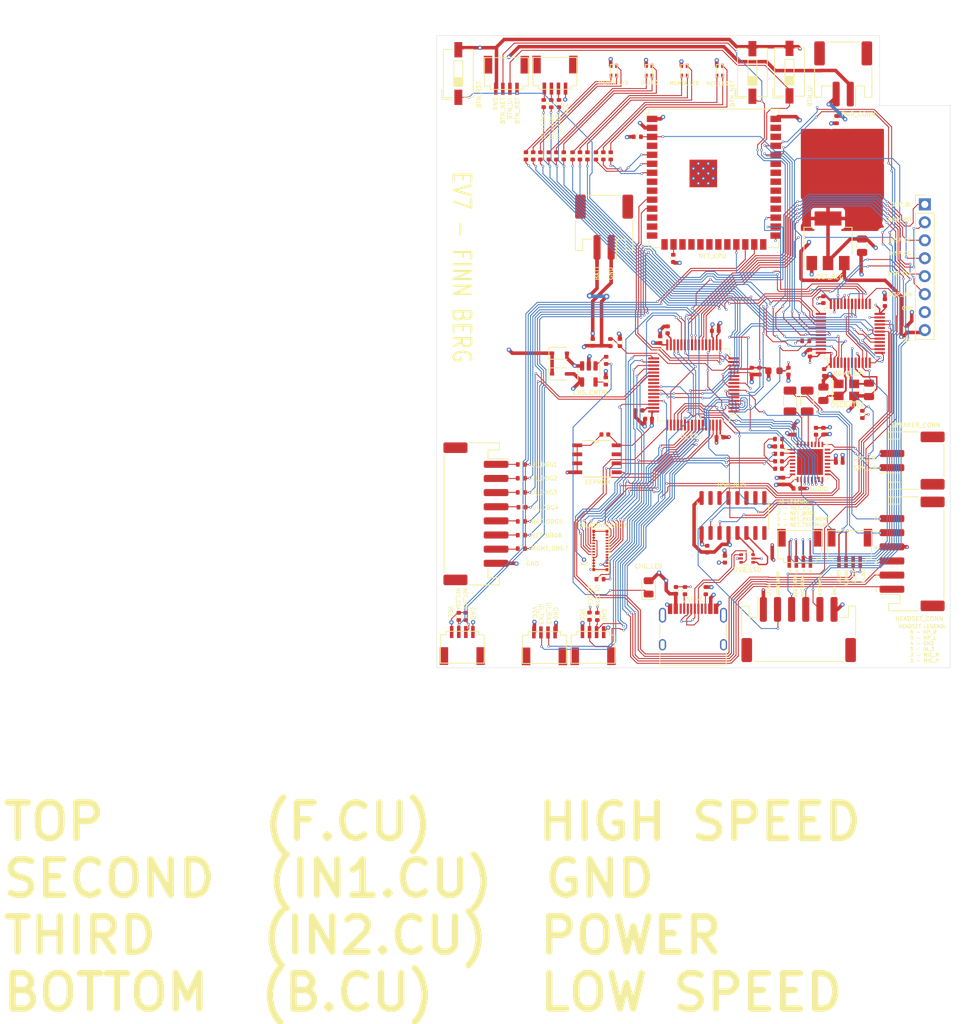
<source format=kicad_pcb>
(kicad_pcb (version 20211014) (generator pcbnew)
  (title_block (title "Hactar PCB - Finn Berg") (date "2023-04-24") (rev "EV6") (company "CISCO SYSTEMS"))
  (layers (0 "F.Cu" signal) (1 "In1.Cu" power) (2 "In2.Cu" power) (31 "B.Cu" signal) (34 "B.Paste" user) (35 "F.Paste" user) (36 "B.SilkS" user "B.Silkscreen") (37 "F.SilkS" user "F.Silkscreen") (38 "B.Mask" user) (39 "F.Mask" user) (44 "Edge.Cuts" user))
  (net 0 "")
  (net 1 "+3.3VA")
  (net 2 "+3.3V")
  (net 3 "VBUS")
  (net 4 "GND")
  (net 5 "+BATT")
  (net 6 "/RCC_OSC_IN")
  (net 7 "/VIN")
  (net 8 "/UI_SDA")
  (net 10 "/UI_SCL")
  (net 11 "Net-(D11-Pad1)")
  (net 12 "Net-(J9-PadA5)")
  (net 13 "/USB_D+")
  (net 14 "/USB_D-")
  (net 16 "Net-(J9-PadB5)")
  (net 19 "/MCLK")
  (net 20 "/RCC_OSC_OUT")
  (net 21 "/NET_SDA")
  (net 22 "/NET_SCL")
  (net 23 "/MGMT_BOOT")
  (net 24 "/MGMT_NRST")
  (net 25 "/IN_3")
  (net 26 "Net-(C17-Pad2)")
  (net 27 "/NET_RST")
  (net 28 "/UI_RST")
  (net 29 "/MIC_P")
  (net 30 "/LEDA_R")
  (net 31 "Net-(D10-Pad1)")
  (net 32 "/DISP_BL")
  (net 33 "/DISP_RSTR")
  (net 34 "/LEDA_G")
  (net 35 "Net-(R32-Pad2)")
  (net 36 "Net-(R36-Pad1)")
  (net 37 "/BATTERY_MON")
  (net 38 "Net-(C18-Pad2)")
  (net 39 "/LEDA_B")
  (net 41 "/KB_COL3")
  (net 42 "/KB_COL4")
  (net 45 "/DISP_DC")
  (net 46 "/DISP_CS")
  (net 47 "/DISP_SPI_SCK")
  (net 48 "/DISP_SPI_MOSI")
  (net 49 "/UI_TX3")
  (net 50 "/UI_RX3")
  (net 51 "/NET_TX0_MGMT")
  (net 53 "/KB_MIC")
  (net 54 "/NET_RX0_MGMT")
  (net 55 "Net-(J10-Pad1)")
  (net 56 "/KB_ROW5")
  (net 57 "/KB_ROW1")
  (net 58 "/KB_ROW2")
  (net 59 "/KB_ROW3")
  (net 60 "/MIC_N")
  (net 61 "Net-(J10-Pad2)")
  (net 62 "/KB_ROW4")
  (net 64 "/KB_ROW6")
  (net 65 "/KB_ROW7")
  (net 66 "/UD-")
  (net 67 "/UD+")
  (net 68 "/LEDB_R")
  (net 69 "/LEDB_G")
  (net 74 "Net-(C27-Pad2)")
  (net 82 "/LEDB_B")
  (net 83 "Net-(J10-Pad3)")
  (net 84 "Net-(J10-Pad4)")
  (net 90 "/SPK_LN")
  (net 91 "/SPK_LP")
  (net 92 "/HP_R")
  (net 93 "/HP_L")
  (net 94 "Net-(J10-Pad5)")
  (net 95 "/KB_COL5")
  (net 96 "/KB_COL2")
  (net 97 "Net-(J10-Pad6)")
  (net 98 "Net-(J10-Pad7)")
  (net 99 "/BTN_RST")
  (net 100 "/BTN_UI")
  (net 101 "/BTN_NET")
  (net 102 "/KB_COL1")
  (net 103 "Net-(R37-Pad2)")
  (net 104 "Net-(C21-Pad2)")
  (net 105 "Net-(C22-Pad2)")
  (net 106 "Net-(J14-Pad2)")
  (net 107 "Net-(J14-Pad3)")
  (net 108 "/UI_STAT")
  (net 109 "Net-(J14-Pad4)")
  (net 110 "Net-(J15-Pad2)")
  (net 111 "/UI_BOOT")
  (net 112 "/NET_LED_B")
  (net 113 "/NET_LED_G")
  (net 120 "/USB_DTR")
  (net 121 "/USB_RTS")
  (net 123 "/NET_LED_R")
  (net 124 "Net-(C28-Pad1)")
  (net 125 "Net-(C29-Pad1)")
  (net 127 "Net-(R41-Pad1)")
  (net 132 "/UI_DBG1")
  (net 134 "/UI_LED_B")
  (net 137 "/NET_STAT")
  (net 138 "Net-(C30-Pad1)")
  (net 139 "/UI_LED_G")
  (net 141 "/UI_TX1_MGMT")
  (net 142 "/UI_RX1_MGMT")
  (net 143 "/NET_BOOT")
  (net 144 "/UI_LED_R")
  (net 145 "Net-(C31-Pad2)")
  (net 146 "/UI_DBG2")
  (net 147 "/UI_DBG3")
  (net 148 "/UI_DBG4")
  (net 149 "/MGMT_DBG7")
  (net 150 "/NET_DBG5")
  (net 151 "/NET_DBG6")
  (net 152 "/MGMT_SWDIO")
  (net 153 "/MGMT_SWCLK")
  (net 154 "/I2S_DACLRC")
  (net 155 "/UI_SWDIO")
  (net 156 "/UI_SWDCLK")
  (net 157 "/UI_TX1_NET")
  (net 160 "/UI_RX1_NET")
  (net 161 "/I2S_BCLK")
  (net 162 "/I2S_ADCDAT")
  (net 166 "/I2S_DACDAT")
  (net 167 "/USB_TX1_MGMT")
  (net 168 "/USB_RX1_MGMT")
  (net 177 "Net-(D3-Pad1)")
  (net 178 "Net-(D3-Pad3)")
  (net 179 "Net-(D3-Pad4)")
  (net 180 "Net-(D4-Pad1)")
  (net 181 "Net-(D4-Pad3)")
  (net 182 "Net-(D4-Pad4)")
  (net 183 "Net-(D5-Pad1)")
  (net 184 "Net-(D18-Pad1)")
  (net 185 "Net-(D18-Pad3)")
  (net 186 "Net-(D18-Pad4)")
  (net 188 "Net-(D5-Pad3)")
  (net 189 "Net-(D5-Pad4)")
  (net 193 "/KB_LED")
  (footprint "Resistor_SMD:R_0402_1005Metric" (layer "F.Cu") (at 126.0875 122.725)
    (fp_text reference "R28" hide)
    (fp_text value "330" hide)
  )
  (footprint "Capacitor_SMD:C_0402_1005Metric" (layer "F.Cu") (at 143.9875 110.225 180)
    (fp_text reference "C13" hide)
    (fp_text value "100n" hide)
  )
  (footprint "ESP32-S3-WROOM-1-N8R2:New_ESP32_M24C02-RMN6TP" (layer "F.Cu") (at 136.6875 115.875)
    (fp_text reference "CR1" hide)
    (fp_text value "M24C02-RDW6TP" hide)
  )
  (footprint "Capacitor_SMD:C_0402_1005Metric" (layer "F.Cu") (at 142.6375 109.025)
    (fp_text reference "C22" hide)
    (fp_text value "2u2" hide)
  )
  (footprint "Diode_SMD:D_SOD-323" (layer "F.Cu") (at 131.3875 100.935)
    (fp_text reference "D2" hide)
    (fp_text value "1N5819WS" hide)
  )
  (footprint "Package_QFP:LQFP-48_7x7mm_P0.5mm" (layer "F.Cu") (at 172.5375 98.125 90)
    (fp_text reference "U5" hide)
    (fp_text value "STM32F030C8Tx" hide)
  )
  (footprint "Capacitor_SMD:C_0402_1005Metric" (layer "F.Cu") (at 137.8075 112.435 180)
    (fp_text reference "C33" hide)
    (fp_text value "100n" hide)
  )
  (footprint "Capacitor_SMD:C_0402_1005Metric" (layer "F.Cu") (at 145.6375 99.025 90)
    (fp_text reference "C14" hide)
    (fp_text value "100n" hide)
  )
  (footprint "Capacitor_SMD:C_0805_2012Metric" (layer "F.Cu") (at 168.7375 106.675 -90)
    (fp_text reference "C4" hide)
    (fp_text value "33P" hide)
  )
  (footprint "Capacitor_SMD:C_0402_1005Metric" (layer "F.Cu") (at 168.7375 111.975 90)
    (fp_text reference "C3" hide)
    (fp_text value "4.7u" hide)
  )
  (footprint "Resistor_SMD:R_0402_1005Metric" (layer "F.Cu") (at 149.1375 134.52 -90)
    (fp_text reference "R3" hide)
    (fp_text value "5k1" hide)
  )
  (footprint "Capacitor_SMD:C_0402_1005Metric" (layer "F.Cu") (at 136.0875 99.405 90)
    (fp_text reference "C19" hide)
    (fp_text value "4u7" hide)
  )
  (footprint "Resistor_SMD:R_0402_1005Metric" (layer "F.Cu") (at 138.5875 99.435 -90)
    (fp_text reference "R38" hide)
    (fp_text value "10k" hide)
  )
  (footprint "Connector_JST:JST_PH_S6B-PH-SM4-TB_1x06-1MP_P2.00mm_Horizontal" (layer "F.Cu") (at 181.2875 129.325 90)
    (fp_text reference "J8" hide)
    (fp_text value "Conn_01x06_Female" hide)
  )
  (footprint "BM14B(0.B)-24DS-0:BM14B(0.B)-24DS-0.4V(53)" (layer "F.Cu") (at 138.1075 131.035 90)
    (fp_text reference "U13" hide)
    (fp_text value "BM14B(0.8)-24DS-0.4V(53)" hide)
  )
  (footprint "Package_QFP:LQFP-64_10x10mm_P0.5mm" (layer "F.Cu") (at 150.3875 105.425 180)
    (fp_text reference "U1" hide)
    (fp_text value "STM32F405RGTx" hide)
  )
  (footprint "Capacitor_SMD:C_0402_1005Metric" (layer "F.Cu") (at 163.0375 119.025 90)
    (fp_text reference "C16" hide)
    (fp_text value "100n" hide)
  )
  (footprint "1x4 pin download:1x4pin 1mm connector" (layer "F.Cu") (at 126.4675 60.125 180)
    (fp_text reference "J13" hide)
    (fp_text value "Conn_01x04_Female" hide)
  )
  (footprint "Inductor_SMD:L_0603_1608Metric" (layer "F.Cu") (at 161.7375 103.425)
    (fp_text reference "120R1" hide)
    (fp_text value "FerriteBead" hide)
  )
  (footprint "Resistor_SMD:R_0402_1005Metric" (layer "F.Cu") (at 137.5875 73.025 90)
    (fp_text reference "R17" hide)
    (fp_text value "150" hide)
  )
  (footprint "Resistor_SMD:R_0402_1005Metric" (layer "F.Cu") (at 128.6875 73.025 -90)
    (fp_text reference "R13" hide)
    (fp_text value "180" hide)
  )
  (footprint "Capacitor_SMD:C_0402_1005Metric" (layer "F.Cu") (at 180.5875 97.525 90)
    (fp_text reference "C20" hide)
    (fp_text value "100n" hide)
  )
  (footprint "Resistor_SMD:R_0402_1005Metric" (layer "F.Cu") (at 125.9875 124.725)
    (fp_text reference "R30" hide)
    (fp_text value "330" hide)
  )
  (footprint "Resistor_SMD:R_0402_1005Metric" (layer "F.Cu") (at 142.3975 70.325 180)
    (fp_text reference "R4" hide)
    (fp_text value "15k" hide)
  )
  (footprint "MountingHole:MountingHole_2.1mm" (layer "F.Cu") (at 176.9375 140.345)
    (fp_text reference "REF**" hide)
    (fp_text value "MountingHole_2.1mm" hide)
  )
  (footprint "Resistor_SMD:R_0402_1005Metric" (layer "F.Cu") (at 139.9375 99.425 -90)
    (fp_text reference "R39" hide)
    (fp_text value "6.8k" hide)
  )
  (footprint "Resistor_SMD:R_0402_1005Metric" (layer "F.Cu") (at 118.1075 138.17 -90)
    (fp_text reference "R21" hide)
    (fp_text value "1k5" hide)
  )
  (footprint "Capacitor_SMD:C_0402_1005Metric" (layer "F.Cu") (at 154.7875 130.075 90)
    (fp_text reference "C5" hide)
    (fp_text value "10U" hide)
  )
  (footprint "Connector_PinHeader_2.54mm:PinHeader_1x08_P2.54mm_Vertical" (layer "F.Cu") (at 183.0875 79.885)
    (fp_text reference "J4" hide)
    (fp_text value "Conn_01x08_Male" hide)
  )
  (footprint "Capacitor_SMD:C_0402_1005Metric" (layer "F.Cu") (at 158.5875 103.475 -90)
    (fp_text reference "C8" hide)
    (fp_text value "10n" hide)
  )
  (footprint "Resistor_SMD:R_0402_1005Metric" (layer "F.Cu") (at 133.2375 73.025 -90)
    (fp_text reference "R12" hide)
    (fp_text value "150" hide)
  )
  (footprint "Resistor_SMD:R_0402_1005Metric" (layer "F.Cu") (at 134.2875 73.025 -90)
    (fp_text reference "R11" hide)
    (fp_text value "150" hide)
  )
  (footprint "Capacitor_SMD:C_0402_1005Metric" (layer "F.Cu") (at 146.6875 97.625 -90)
    (fp_text reference "C21" hide)
    (fp_text value "2u2" hide)
  )
  (footprint "Resistor_SMD:R_0402_1005Metric" (layer "F.Cu") (at 135.3375 73.025 -90)
    (fp_text reference "R6" hide)
    (fp_text value "180" hide)
  )
  (footprint "1x4 pin download:1x4pin 1mm connector" (layer "F.Cu") (at 133.3375 60.105 180)
    (fp_text reference "J14" hide)
    (fp_text value "Conn_01x04_Female" hide)
  )
  (footprint "Resistor_SMD:R_0402_1005Metric" (layer "F.Cu") (at 138.6375 73.025 90)
    (fp_text reference "R16" hide)
    (fp_text value "180" hide)
  )
  (footprint "Connector_JST:JST_PH_S2B-PH-SM4-TB_1x02-1MP_P2.00mm_Horizontal" (layer "F.Cu") (at 181.2875 116.125 90)
    (fp_text reference "J2" hide)
    (fp_text value "Conn_01x02_Female" hide)
  )
  (footprint "Resistor_SMD:R_0402_1005Metric" (layer "F.Cu") (at 129.1475 65.625 -90)
    (fp_text reference "R35" hide)
    (fp_text value "150" hide)
  )
  (footprint "MountingHole:MountingHole_2.1mm" (layer "F.Cu") (at 183.0875 107.925)
    (fp_text reference "REF**" hide)
    (fp_text value "MountingHole_2.1mm" hide)
  )
  (footprint "MountingHole:MountingHole_2.1mm" (layer "F.Cu") (at 117.5875 107.925)
    (fp_text reference "REF**" hide)
    (fp_text value "MountingHole_2.1mm" hide)
  )
  (footprint "Capacitor_SMD:C_0805_2012Metric" (layer "F.Cu") (at 174.2 85.73 -90)
    (fp_text reference "C2" hide)
    (fp_text value "22u" hide)
  )
  (footprint "Capacitor_SMD:C_1206_3216Metric" (layer "F.Cu") (at 166.4375 107.705 90)
    (fp_text reference "C29" hide)
    (fp_text value "100U" hide)
  )
  (footprint "Capacitor_SMD:C_0402_1005Metric" (layer "F.Cu") (at 162.3875 117.275)
    (fp_text reference "C27" hide)
    (fp_text value "1u" hide)
  )
  (footprint "Capacitor_SMD:C_0402_1005Metric" (layer "F.Cu") (at 163.7875 103.475 -90)
    (fp_text reference "C10" hide)
    (fp_text value "1u" hide)
  )
  (footprint "Resistor_SMD:R_0402_1005Metric" (layer "F.Cu") (at 130.9375 73.025 90)
    (fp_text reference "R24" hide)
    (fp_text value "150" hide)
  )
  (footprint "Resistor_SMD:R_0402_1005Metric" (layer "F.Cu") (at 166.2375 99.205)
    (fp_text reference "R19" hide)
    (fp_text value "4k7" hide)
  )
  (footprint "Resistor_SMD:R_0402_1005Metric" (layer "F.Cu") (at 174.25 109.6 90)
    (fp_text reference "R1" hide)
    (fp_text value "4k7" hide)
  )
  (footprint "Capacitor_SMD:C_0402_1005Metric" (layer "F.Cu") (at 154.0875 112.825 180)
    (fp_text reference "C12" hide)
    (fp_text value "100n" hide)
  )
  (footprint "1x4 pin download:1x4pin 1mm connector" (layer "F.Cu") (at 175.04 127.03 180)
    (fp_text reference "J12" hide)
    (fp_text value "Conn_01x04_Female" hide)
  )
  (footprint "Resistor_SMD:R_0402_1005Metric" (layer "F.Cu") (at 137.9375 104.875 -90)
    (fp_text reference "R37" hide)
    (fp_text value "2k" hide)
  )
  (footprint "Resistor_SMD:R_0402_1005Metric" (layer "F.Cu") (at 136.5375 73.025 90)
    (fp_text reference "R18" hide)
    (fp_text value "150" hide)
  )
  (footprint "Resistor_SMD:R_0402_1005Metric" (layer "F.Cu") (at 152.0875 134.525 -90)
    (fp_text reference "R2" hide)
    (fp_text value "5k1" hide)
  )
  (footprint "Capacitor_SMD:C_0402_1005Metric" (layer "F.Cu") (at 177.4375 93.775 90)
    (fp_text reference "C25" hide)
    (fp_text value "100n" hide)
  )
  (footprint "Capacitor_SMD:C_0402_1005Metric" (layer "F.Cu") (at 147.87 134.49 90)
    (fp_text reference "C1" hide)
    (fp_text value "4u7" hide)
  )
  (footprint "Resistor_SMD:R_0402_1005Metric" (layer "F.Cu") (at 147.4875 87.525 90)
    (fp_text reference "R32" hide)
    (fp_text value "4k7" hide)
  )
  (footprint "Diode_SMD:D_SOD-323" (layer "F.Cu") (at 131.3875 103.865)
    (fp_text reference "D10" hide)
    (fp_text value "1N5819WS" hide)
  )
  (footprint "Resistor_SMD:R_0402_1005Metric" (layer "F.Cu") (at 135.6275 138.135 -90)
    (fp_text reference "R8" hide)
    (fp_text value "1k5" hide)
  )
  (footprint "LED_SMD:LED_0805_2012Metric" (layer "F.Cu") (at 143.9975 134.065 90)
    (fp_text reference "D11" hide)
    (fp_text value "LED" hide)
  )
  (footprint "Connector_JST:JST_PH_S2B-PH-SM4-TB_1x02-1MP_P2.00mm_Horizontal" (layer "F.Cu") (at 171.5375 61.425 180)
    (fp_text reference "J15" hide)
    (fp_text value "Conn_01x02_Female" hide)
  )
  (footprint "Capacitor_SMD:C_0402_1005Metric" (layer "F.Cu") (at 164.9875 120.075)
    (fp_text reference "C15" hide)
    (fp_text value "100n" hide)
  )
  (footprint "Button_Switch_SMD:SW_DIP_SPSTx01_Slide_6.7x4.1mm_W6.73mm_P2.54mm_LowProfile_JPin" (layer "F.Cu") (at 158.6875 61.225 90)
    (fp_text reference "SW3" hide)
    (fp_text value "SW_Push" hide)
  )
  (footprint "Resistor_SMD:R_0402_1005Metric" (layer "F.Cu") (at 126.6375 73.025 -90)
    (fp_text reference "R15" hide)
    (fp_text value "150" hide)
  )
  (footprint "ESP32-S3-WROOM-1-N8R2:QFN50P500X500X90-33N" (layer "F.Cu") (at 166.84 116.325)
    (fp_text reference "U6" hide)
    (fp_text value "WM8960CGEFL/RV" hide)
  )
  (footprint "Capacitor_SMD:C_0805_2012Metric" (layer "F.Cu") (at 175.1875 106.125 90)
    (fp_text reference "C23" hide)
    (fp_text value "33P" hide)
  )
  (footprint "Resistor_SMD:R_0402_1005Metric" (layer "F.Cu") (at 162.3875 113.075 180)
    (fp_text reference "R9" hide)
    (fp_text value "2K2" hide)
  )
  (footprint "Resistor_SMD:R_0402_1005Metric" (layer "F.Cu") (at 127.6625 73.025 -90)
    (fp_text reference "R14" hide)
    (fp_text value "150" hide)
  )
  (footprint "Capacitor_SMD:C_1206_3216Metric" (layer "F.Cu") (at 164.0075 107.705 90)
    (fp_text reference "C30" hide)
    (fp_text value "100U" hide)
  )
  (footprint "Resistor_SMD:R_0402_1005Metric" (layer "F.Cu") (at 125.9875 116.675)
    (fp_text reference "R22" hide)
    (fp_text value "330" hide)
  )
  (footprint "1x6 pin download:LED RGB" (layer "F.Cu") (at 154.4625 61.695 90)
    (fp_text reference "D4" hide)
    (fp_text value "ASMB-MTB1-0A3A2" hide)
  )
  (footprint "MountingHole:MountingHole_2.1mm" (layer "F.Cu") (at 117.5875 69.625)
    (fp_text reference "REF**" hide)
    (fp_text value "MountingHole_2.1mm" hide)
  )
  (footprint "Resistor_SMD:R_0402_1005Metric" (layer "F.Cu") (at 137.9875 101.945 -90)
    (fp_text reference "R36" hide)
    (fp_text value "1k" hide)
  )
  (footprint "Resistor_SMD:R_0402_1005Metric" (layer "F.Cu") (at 130.2175 65.635 -90)
    (fp_text reference "R34" hide)
    (fp_text value "150" hide)
  )
  (footprint "Button_Switch_SMD:SW_DIP_SPSTx01_Slide_6.7x4.1mm_W6.73mm_P2.54mm_LowProfile_JPin" (layer "F.Cu") (at 117.0675 61.375 90)
    (fp_text reference "SW1" hide)
    (fp_text value "SW_Push" hide)
  )
  (footprint "Package_SO:SOIC-16_3.9x9.9mm_P1.27mm" (layer "F.Cu") (at 155.9375 123.895 90)
    (fp_text reference "U3" hide)
    (fp_text value "CH340C" hide)
  )
  (footprint "Resistor_SMD:R_0402_1005Metric" (layer "F.Cu") (at 131.9875 73.025 90)
    (fp_text reference "R23" hide)
    (fp_text value "180" hide)
  )
  (footprint "Capacitor_SMD:C_0402_1005Metric" (layer "F.Cu") (at 168.73 93.36 -90)
    (fp_text reference "C34" hide)
    (fp_text value "100n" hide)
  )
  (footprint "1x4 pin download:1x4pin 1mm connector" (layer "F.Cu") (at 133.5375 143.795)
    (fp_text reference "J7" hide)
    (fp_text value "Conn_01x04_Female" hide)
  )
  (footprint "Resistor_SMD:R_0402_1005Metric" (layer "F.Cu") (at 137.1175 132.905 180)
    (fp_text reference "R41" hide)
    (fp_text value "0" hide)
  )
  (footprint "Button_Switch_SMD:SW_DIP_SPSTx01_Slide_6.7x4.1mm_W6.73mm_P2.54mm_LowProfile_JPin" (layer "F.Cu") (at 163.9375 61.175 90)
    (fp_text reference "SW2" hide)
    (fp_text value "SW_Push" hide)
  )
  (footprint "Resistor_SMD:R_0402_1005Metric" (layer "F.Cu") (at 125.9875 120.625)
    (fp_text reference "R27" hide)
    (fp_text value "330" hide)
  )
  (footprint "Capacitor_SMD:C_0402_1005Metric" (layer "F.Cu") (at 162.3875 116.225)
    (fp_text reference "C18" hide)
    (fp_text value "1u" hide)
  )
  (footprint "Capacitor_SMD:C_0402_1005Metric" (layer "F.Cu") (at 170.9775 116.405)
    (fp_text reference "C6" hide)
    (fp_text value "4.7u" hide)
  )
  (footprint "1x4 pin download:1x4pin 1mm connector" (layer "F.Cu") (at 126.6575 143.825)
    (fp_text reference "J5" hide)
    (fp_text value "Conn_01x04_Female" hide)
  )
  (footprint "Package_TO_SOT_SMD:SOT-223-3_TabPin2" (layer "F.Cu") (at 169.3875 85.035 90)
    (fp_text reference "U2" hide)
    (fp_text value "AMS1117-3.3" hide)
  )
  (footprint "1x6 pin download:LED RGB" (layer "F.Cu") (at 139.4625 61.695 90)
    (fp_text reference "D3" hide)
    (fp_text value "ASMB-MTB1-0A3A2" hide)
  )
  (footprint "RF_Module:ESP32-S3-WROOM-1U" (layer "F.Cu") (at 153.2375 76.2)
    (fp_text reference "U11" hide)
    (fp_text value "ESP32-S3-WROOM-1-N8R2" hide)
  )
  (footprint "Capacitor_SMD:C_0402_1005Metric" (layer "F.Cu") (at 162.3875 115.175)
    (fp_text reference "C17" hide)
    (fp_text value "1u" hide)
  )
  (footprint "Capacitor_SMD:C_0402_1005Metric" (layer "F.Cu") (at 164.5375 111.975 -90)
    (fp_text reference "C7" hide)
    (fp_text value "100n" hide)
  )
  (footprint "Connector_JST:JST_PH_S6B-PH-SM4-TB_1x06-1MP_P2.00mm_Horizontal" (layer "F.Cu") (at 165.2375 140.025)
    (fp_text reference "J11" hide)
    (fp_text value "Conn_01x06_Female" hide)
  )
  (footprint "Capacitor_SMD:C_0402_1005Metric" (layer "F.Cu") (at 152.2975 128.655 90)
    (fp_text reference "C32" hide)
    (fp_text value "100n" hide)
  )
  (footprint "Connector_JST:JST_PH_S8B-PH-SM4-TB_1x08-1MP_P2.00mm_Horizontal" (layer "F.Cu") (at 119.5575 123.655 -90)
    (fp_text reference "J10" hide)
    (fp_text value "Conn_01x08_Female" hide)
  )
  (footprint "Capacitor_SMD:C_0402_1005Metric" (layer "F.Cu") (at 167.6875 111.975 -90)
    (fp_text reference "C31" hide)
    (fp_text value "4.7u" hide)
  )
  (footprint "1x4 pin download:1x4pin 1mm connector" (layer "F.Cu") (at 168 127.04 180)
    (fp_text reference "J6" hide)
    (fp_text value "Conn_01x04_Female" hide)
  )
  (footprint "MountingHole:MountingHole_2.1mm" (layer "F.Cu") (at 183.12 69.625)
    (fp_text reference "REF**" hide)
    (fp_text value "MountingHole_2.1mm" hide)
  )
  (footprint "Capacitor_SMD:C_0402_1005Metric" (layer "F.Cu") (at 159.6875 103.475 -90)
    (fp_text reference "C9" hide)
    (fp_text value "1u" hide)
  )
  (footprint "Capacitor_SMD:C_0402_1005Metric" (layer "F.Cu") (at 168.8475 103.665 -90)
    (fp_text reference "C24" hide)
    (fp_text value "100n" hide)
  )
  (footprint "Connector_JST:JST_PH_S2B-PH-SM4-TB_1x02-1MP_P2.00mm_Horizontal" (layer "F.Cu") (at 137.6975 83.105 180)
    (fp_text reference "J1" hide)
    (fp_text value "Conn_01x02_Female" hide)
  )
  (footprint "MountingHole:MountingHole_2.1mm" (layer "F.Cu") (at 123.6375 140.345)
    (fp_text reference "REF**" hide)
    (fp_text value "MountingHole_2.1mm" hide)
  )
  (footprint "Connector_USB:USB_C_Receptacle_HRO_TYPE-C-31-M-12" (layer "F.Cu") (at 150.2875 141.125)
    (fp_text reference "J9" hide)
    (fp_text value "USB_C_Receptacle" hide)
  )
  (footprint "1x6 pin download:LED RGB" (layer "F.Cu") (at 144.4625 61.695 90)
    (fp_text reference "D5" hide)
    (fp_text value "ASMB-MTB1-0A3A2" hide)
  )
  (footprint "Resistor_SMD:R_0402_1005Metric" (layer "F.Cu") (at 125.9875 128.575)
    (fp_text reference "R29" hide)
    (fp_text value "330" hide)
  )
  (footprint "Resistor_SMD:R_0402_1005Metric" (layer "F.Cu") (at 125.9875 118.625)
    (fp_text reference "R26" hide)
    (fp_text value "330" hide)
  )
  (footprint "Capacitor_SMD:C_0402_1005Metric" (layer "F.Cu") (at 153.4375 97.775)
    (fp_text reference "C11" hide)
    (fp_text value "100n" hide)
  )
  (footprint "1x6 pin download:LED RGB" (layer "F.Cu") (at 149.4625 61.695 90)
    (fp_text reference "D18" hide)
    (fp_text value "ASMB-MTB1-0A3A2" hide)
  )
  (footprint "Package_TO_SOT_SMD:SOT-666" (layer "F.Cu") (at 157.9375 129.975)
    (fp_text reference "U4" hide)
    (fp_text value "USBLC6-2P6" hide)
  )
  (footprint "Resistor_SMD:R_0402_1005Metric" (layer "F.Cu") (at 131.3075 65.625 -90)
    (fp_text reference "R33" hide)
    (fp_text value "180" hide)
  )
  (footprint "Resistor_SMD:R_0402_1005Metric" (layer "F.Cu") (at 170.5975 67.895 -90)
    (fp_text reference "R40" hide)
    (fp_text value "1" hide)
  )
  (footprint "Resistor_SMD:R_0402_1005Metric" (layer "F.Cu") (at 125.9875 126.675)
    (fp_text reference "R31" hide)
    (fp_text value "330" hide)
  )
  (footprint "1x4 pin download:1x4pin 1mm connector" (layer "F.Cu") (at 115.0275 143.775)
    (fp_text reference "J3" hide)
    (fp_text value "Conn_01x04_Female" hide)
  )
  (footprint "Resistor_SMD:R_0402_1005Metric" (layer "F.Cu") (at 117.13 138.17 -90)
    (fp_text reference "R20" hide)
    (fp_text value "1k5" hide)
  )
  (footprint "Package_TO_SOT_SMD:SOT-23-5" (layer "F.Cu") (at 135.5375 103.875 -90)
    (fp_text reference "U12" hide)
    (fp_text value "MCP73832-2-OT" hide)
  )
  (footprint "Capacitor_SMD:C_0402_1005Metric" (layer "F.Cu") (at 162.3875 114.125 180)
    (fp_text reference "C28" hide)
    (fp_text value "4.7u" hide)
  )
  (footprint "Resistor_SMD:R_0402_1005Metric" (layer "F.Cu") (at 136.7375 138.175 -90)
    (fp_text reference "R7" hide)
    (fp_text value "1k5" hide)
  )
  (footprint "Capacitor_SMD:C_0402_1005Metric" (layer "F.Cu") (at 166.8375 100.925 90)
    (fp_text reference "C26" hide)
    (fp_text value "100n" hide)
  )
  (footprint "Resistor_SMD:R_0402_1005Metric" (layer "F.Cu") (at 129.8875 73.025 90)
    (fp_text reference "R25" hide)
    (fp_text value "150" hide)
  )
  (footprint "Crystal:Crystal_SMD_3225-4Pin_3.2x2.5mm" (layer "F.Cu") (at 171.9875 106.125)
    (fp_text reference "Y1" hide)
    (fp_text value "Crystal_GND24" hide)
  )
  (gr_poly (pts (xy 176.6875 65.885) (xy 186.6875 65.885) (xy 186.6875 145.435) (xy 113.9875 145.435) (xy 113.9875 56.025) (xy 176.6875 56.025)) (layer "Edge.Cuts") (width 0.05) (fill none))
  (gr_text "MIC" (at 134.88 130.81) (layer "F.SilkS") (effects (font (size 0.4 0.4) (thickness 0.1))))
  (gr_text "5" (at 176.19 126.35) (layer "F.SilkS") (effects (font (size 0.5 0.5) (thickness 0.1))))
  (gr_text "BTN_RST" (at 119.98 64.36 90) (layer "F.SilkS") (effects (font (size 0.6 0.6) (thickness 0.1))))
  (gr_text "MGMTA_LED" (at 149.07 62.74) (layer "F.SilkS") (effects (font (size 0.5 0.5) (thickness 0.1))))
  (gr_text "BTN_RST" (at 125.42 66.65 90) (layer "F.SilkS") (effects (font (size 0.6 0.6) (thickness 0.1))))
  (gr_text "UI_RST" (at 170.93 132.55 90) (layer "F.SilkS") (effects (font (size 0.4 0.4) (thickness 0.1))))
  (gr_text "HEADSET_CONN" (at 182.3 138.5) (layer "F.SilkS") (effects (font (size 0.6 0.6) (thickness 0.1))))
  (gr_text "UI_DIO" (at 174.38 132.42 90) (layer "F.SilkS") (effects (font (size 0.4 0.4) (thickness 0.1))))
  (gr_text "3" (at 176.17 130.43) (layer "F.SilkS") (effects (font (size 0.5 0.5) (thickness 0.1))))
  (gr_text "UI_LED" (at 144.09 62.66) (layer "F.SilkS") (effects (font (size 0.5 0.5) (thickness 0.1))))
  (gr_text "UI_RX3" (at 129.88 137.72 270) (layer "F.SilkS") (effects (font (size 0.6 0.6) (thickness 0.1))))
  (gr_text "EV7 - FINN BERG" (at 117.5375 88.775 270) (layer "F.SilkS") (effects (font (size 2.5 2) (thickness 0.3))))
  (gr_text "DISP_DC" (at 179.67 84.96) (layer "F.SilkS") (effects (font (size 0.5 0.5) (thickness 0.1))))
  (gr_text "OSCILATOR" (at 172.16 108.28) (layer "F.SilkS") (effects (font (size 0.6 0.6) (thickness 0.1))))
  (gr_text "2" (at 164.92 131.85) (layer "F.SilkS") (effects (font (size 0.5 0.5) (thickness 0.1))))
  (gr_text "VCC" (at 180.47 99.04) (layer "F.SilkS") (effects (font (size 0.5 0.5) (thickness 0.1))))
  (gr_text "NET_SDA" (at 117.04 135.69 270) (layer "F.SilkS") (effects (font (size 0.5 0.5) (thickness 0.1))))
  (gr_text "VCC" (at 127.88 137.6 270) (layer "F.SilkS") (effects (font (size 0.6 0.6) (thickness 0.1))))
  (gr_text "NET_LED" (at 153.72 62.79) (layer "F.SilkS") (effects (font (size 0.5 0.5) (thickness 0.1))))
  (gr_text "UI_DBG1\n\n" (at 129.24 117.19) (layer "F.SilkS") (effects (font (size 0.6 0.6) (thickness 0.1))))
  (gr_text "UI_LEDR" (at 129.11 68.88 90) (layer "F.SilkS") (effects (font (size 0.6 0.6) (thickness 0.1))))
  (gr_text "USB_BUS" (at 155.76 119.6) (layer "F.SilkS") (effects (font (size 0.6 0.6) (thickness 0.1))))
  (gr_text "UI_LEDG" (at 130.24 68.9 90) (layer "F.SilkS") (effects (font (size 0.6 0.6) (thickness 0.1))))
  (gr_text "1\n" (at 164.06 131.82) (layer "F.SilkS") (effects (font (size 0.5 0.5) (thickness 0.1))))
  (gr_text "UI_BOOT" (at 171.99 132.74 90) (layer "F.SilkS") (effects (font (size 0.4 0.4) (thickness 0.1))))
  (gr_text "UI_CLK" (at 173.1 132.55 90) (layer "F.SilkS") (effects (font (size 0.4 0.4) (thickness 0.1))))
  (gr_text "GND" (at 180.6 94.58) (layer "F.SilkS") (effects (font (size 0.5 0.5) (thickness 0.1))))
  (gr_text "VCC" (at 134.59 137.92 270) (layer "F.SilkS") (effects (font (size 0.6 0.6) (thickness 0.1))))
  (gr_text "KB_CONNECTOR" (at 137.44 125.3) (layer "F.SilkS") (effects (font (size 0.6 0.6) (thickness 0.1))))
  (gr_text "UI_DBG4\n\n" (at 129.41 123.25) (layer "F.SilkS") (effects (font (size 0.6 0.6) (thickness 0.1))))
  (gr_text "NET_DBG5" (at 129.63 124.76) (layer "F.SilkS") (effects (font (size 0.6 0.6) (thickness 0.1))))
  (gr_text "DISP_DIN" (at 179.6 92.64) (layer "F.SilkS") (effects (font (size 0.5 0.5) (thickness 0.1))))
  (gr_text "HEADSET LEGEND:\n 6 - HP_R\n 5 - HP_L\n4 - GND\n3 - IN_3\n  2 - MIC_N\n  1 - MIC_P" (at 182.69 141.99) (layer "F.SilkS") (effects (font (size 0.5 0.5) (thickness 0.1))))
  (gr_text "CHG_CNTRL" (at 135.84 106.5) (layer "F.SilkS") (effects (font (size 0.6 0.6) (thickness 0.1))))
  (gr_text "BTN_NET" (at 155.86 64.18 90) (layer "F.SilkS") (effects (font (size 0.6 0.6) (thickness 0.1))))
  (gr_text "MGMT_DIO" (at 165.76 133.87 270) (layer "F.SilkS") (effects (font (size 0.4 0.4) (thickness 0.1))))
  (gr_text "UI_DBG3\n" (at 129.19 120.64) (layer "F.SilkS") (effects (font (size 0.6 0.6) (thickness 0.1))))
  (gr_text "MGMT_CPU" (at 172.45 103.81) (layer "F.SilkS") (effects (font (size 0.6 0.6) (thickness 0.1))))
  (gr_text "DISP_CS" (at 179.61 86.81) (layer "F.SilkS") (effects (font (size 0.5 0.5) (thickness 0.1))))
  (gr_text "VOLT_REG" (at 169.44 90.16) (layer "F.SilkS") (effects (font (size 0.6 0.6) (thickness 0.1))))
  (gr_text "6" (at 176.18 124.32) (layer "F.SilkS") (effects (font (size 0.5 0.5) (thickness 0.1))))
  (gr_text "BTN_UI" (at 166.83 64.51 90) (layer "F.SilkS") (effects (font (size 0.6 0.6) (thickness 0.1))))
  (gr_text "USB-C" (at 150.29 135.77) (layer "F.SilkS") (effects (font (size 0.6 0.6) (thickness 0.1))))
  (gr_text "USB_ESD" (at 157.97 131.56) (layer "F.SilkS") (effects (font (size 0.6 0.6) (thickness 0.1))))
  (gr_text "BATT" (at 136.7 89.61 90) (layer "F.SilkS") (effects (font (size 0.6 0.6) (thickness 0.1))))
  (gr_text "NET_SCL" (at 118.05 135.68 270) (layer "F.SilkS") (effects (font (size 0.5 0.5) (thickness 0.1))))
  (gr_text "SPK_LN" (at 174.68 117.18) (layer "F.SilkS") (effects (font (size 0.6 0.6) (thickness 0.1))))
  (gr_text "UI_LEDB" (at 131.19 68.92 90) (layer "F.SilkS") (effects (font (size 0.6 0.6) (thickness 0.1))))
  (gr_text "GND" (at 138.65 89.67 90) (layer "F.SilkS") (effects (font (size 0.6 0.6) (thickness 0.1))))
  (gr_text "DISP_BL" (at 179.75 79.92) (layer "F.SilkS") (effects (font (size 0.5 0.5) (thickness 0.1))))
  (gr_text "NET_DBG6" (at 129.54 126.7) (layer "F.SilkS") (effects (font (size 0.6 0.6) (thickness 0.1))))
  (gr_text "TOP      (F.CU)    HIGH SPEED\nSECOND  (IN1.CU)  GND\nTHIRD    (IN2.CU)  POWER\nBOTTOM  (B.CU)    LOW SPEED" (at 52.2 179.3) (layer "F.SilkS") (effects (font (size 5 5) (thickness 0.9)) (justify left)))
  (gr_text "GND" (at 170.27 134.56 270) (layer "F.SilkS") (effects (font (size 0.4 0.4) (thickness 0.1))))
  (gr_text "VCC" (at 160.89 134.41 270) (layer "F.SilkS") (effects (font (size 0.6 0.6) (thickness 0.1))))
  (gr_text "PWR_CONN" (at 173.68 67.14) (layer "F.SilkS") (effects (font (size 0.6 0.6) (thickness 0.1))))
  (gr_text "UI_SCL" (at 135.71 135.2 270) (layer "F.SilkS") (effects (font (size 0.6 0.6) (thickness 0.1))))
  (gr_text "BTN_UI" (at 124.37 66.34 90) (layer "F.SilkS") (effects (font (size 0.6 0.6) (thickness 0.1))))
  (gr_text "J6 LEGEND:\n 1 - NET_RST\n  2 - NET_BOOT\n       3 - NET_RX0_MGMT\n       4 - NET_TXO_MGMT" (at 164.52 123.6) (layer "F.SilkS") (effects (font (size 0.5 0.5) (thickness 0.1))))
  (gr_text "UI_SDA" (at 136.75 135.21 270) (layer "F.SilkS") (effects (font (size 0.6 0.6) (thickness 0.1))))
  (gr_text "NET_CPU" (at 153.02 87.19) (layer "F.SilkS") (effects (font (size 0.6 0.6) (thickness 0.1))))
  (gr_text "BTN_NET" (at 123.36 66.63 90) (layer "F.SilkS") (effects (font (size 0.6 0.6) (thickness 0.1))))
  (gr_text "EEPROM" (at 136.82 119.19) (layer "F.SilkS") (effects (font (size 0.6 0.6) (thickness 0.1))))
  (gr_text "UI_CPU" (at 150.07 112.7) (layer "F.SilkS") (effects (font (size 0.6 0.6) (thickness 0.1))))
  (gr_text "UI_DBG2\n\n" (at 129.21 119.11) (layer "F.SilkS") (effects (font (size 0.6 0.6) (thickness 0.1))))
  (gr_text "AUDIO" (at 168.04 120.13) (layer "F.SilkS") (effects (font (size 0.6 0.6) (thickness 0.1))))
  (gr_text "MGMT_DBG7" (at 130 128.54) (layer "F.SilkS") (effects (font (size 0.6 0.6) (thickness 0.1))))
  (gr_text "DISP_CLK" (at 179.53 89.67) (layer "F.SilkS") (effects (font (size 0.5 0.5) (thickness 0.1))))
  (gr_text "MGMT_BOOT" (at 162.27 133.51 270) (layer "F.SilkS") (effects (font (size 0.4 0.4) (thickness 0.1))))
  (gr_text "CHG_LED" (at 143.97 131.08) (layer "F.SilkS") (effects (font (size 0.6 0.6) (thickness 0.1))))
  (gr_text "4" (at 166.9 131.83) (layer "F.SilkS") (effects (font (size 0.5 0.5) (thickness 0.1))))
  (gr_text "2" (at 176.2 132.39) (layer "F.SilkS") (effects (font (size 0.5 0.5) (thickness 0.1))))
  (gr_text "MGMT_CLK" (at 168.22 133.73 270) (layer "F.SilkS") (effects (font (size 0.4 0.4) (thickness 0.1))))
  (gr_text "UI_TX3" (at 128.77 137.83 270) (layer "F.SilkS") (effects (font (size 0.6 0.6) (thickness 0.1))))
  (gr_text "DISP_RST" (at 179.57 82.06) (layer "F.SilkS") (effects (font (size 0.5 0.5) (thickness 0.1))))
  (gr_text "GND" (at 130.82 137.77 270) (layer "F.SilkS") (effects (font (size 0.6 0.6) (thickness 0.1))))
  (gr_text "VCC" (at 132.29 66.39 90) (layer "F.SilkS") (effects (font (size 0.6 0.6) (thickness 0.1))))
  (gr_text "GND" (at 119.12 137.75 270) (layer "F.SilkS") (effects (font (size 0.6 0.6) (thickness 0.1))))
  (gr_text "SPK_LP" (at 174.5 115.86) (layer "F.SilkS") (effects (font (size 0.6 0.6) (thickness 0.1))))
  (gr_text "3" (at 165.9 131.83) (layer "F.SilkS") (effects (font (size 0.5 0.5) (thickness 0.1))))
  (gr_text "4" (at 176.19 128.37) (layer "F.SilkS") (effects (font (size 0.5 0.5) (thickness 0.1))))
  (gr_text "VCC" (at 115.95 137.54 270) (layer "F.SilkS") (effects (font (size 0.6 0.6) (thickness 0.1))))
  (gr_text "MGMT_RST" (at 164.69 133.83 270) (layer "F.SilkS") (effects (font (size 0.4 0.4) (thickness 0.1))))
  (gr_text "SPEAKER_CONN" (at 181.82 111.11) (layer "F.SilkS") (effects (font (size 0.6 0.6) (thickness 0.1))))
  (gr_text "MGMTB_LED" (at 139.01 62.7) (layer "F.SilkS") (effects (font (size 0.5 0.5) (thickness 0.1))))
  (gr_text "GND\n" (at 127.57 130.72) (layer "F.SilkS") (effects (font (size 0.6 0.6) (thickness 0.1))))
  (gr_text "GND" (at 122.33 65.65 90) (layer "F.SilkS") (effects (font (size 0.6 0.6) (thickness 0.1))))
  (gr_text "GND" (at 137.69 138.01 270) (layer "F.SilkS") (effects (font (size 0.6 0.6) (thickness 0.1))))
  (gr_text "1" (at 176.19 134.43) (layer "F.SilkS") (effects (font (size 0.5 0.5) (thickness 0.1))))
  (segment (start 168.7375 112.405) (end 168.09 113.0525) (width 0.127) (layer "F.Cu") (net 1))
  (segment (start 160.9875 103.4625) (end 160.95 103.425) (width 0.5) (layer "F.Cu") (net 1))
  (segment (start 159.6875 102.995) (end 160.52 102.995) (width 0.2) (layer "F.Cu") (net 1))
  (segment (start 169.6075 112.405) (end 169.6375 112.375) (width 0.5) (layer "F.Cu") (net 1))
  (segment (start 156.0625 103.175) (end 158.4075 103.175) (width 0.2) (layer "F.Cu") (net 1))
  (segment (start 158.5875 102.995) (end 159.6875 102.995) (width 0.2) (layer "F.Cu") (net 1))
  (segment (start 169.315 116.075) (end 170.4575 116.075) (width 0.127) (layer "F.Cu") (net 1))
  (segment (start 170.4575 116.075) (end 170.5075 116.125) (width 0.127) (layer "F.Cu") (net 1))
  (segment (start 160.9875 104.625) (end 160.9875 103.4625) (width 0.5) (layer "F.Cu") (net 1))
  (segment (start 160.52 102.995) (end 160.95 103.425) (width 0.2) (layer "F.Cu") (net 1))
  (segment (start 168.09 113.0525) (end 168.09 113.85) (width 0.127) (layer "F.Cu") (net 1))
  (segment (start 165.09 113.85) (end 165.09 113.0075) (width 0.127) (layer "F.Cu") (net 1))
  (segment (start 165.09 113.0075) (end 164.5375 112.455) (width 0.127) (layer "F.Cu") (net 1))
  (segment (start 168.7375 112.405) (end 169.6075 112.405) (width 0.5) (layer "F.Cu") (net 1))
  (segment (start 170.4975 116.405) (end 170.5075 116.395) (width 0.5) (layer "F.Cu") (net 1))
  (segment (start 158.4075 103.175) (end 158.5875 102.995) (width 0.2) (layer "F.Cu") (net 1))
  (segment (start 170.4875 115.435) (end 170.4875 116.395) (width 0.5) (layer "F.Cu") (net 1))
  (segment (start 170.5075 116.395) (end 170.5075 116.125) (width 0.5) (layer "F.Cu") (net 1))
  (segment (start 163.8175 112.455) (end 164.5375 112.455) (width 0.5) (layer "F.Cu") (net 1))
  (segment (start 170.4875 116.395) (end 170.4975 116.405) (width 0.5) (layer "F.Cu") (net 1))
  (via (at 169.6375 112.375) (size 0.6) (drill 0.3) (layers "F.Cu" "B.Cu") (net 1))
  (via (at 163.6075 112.245) (size 0.6) (drill 0.3) (layers "F.Cu" "B.Cu") (net 1))
  (via (at 170.4875 115.435) (size 0.6) (drill 0.3) (layers "F.Cu" "B.Cu") (net 1))
  (via (at 160.9875 104.625) (size 0.6) (drill 0.3) (layers "F.Cu" "B.Cu") (net 1))
  (segment (start 168.64 92.97) (end 168.73 92.88) (width 0.2) (layer "F.Cu") (net 2))
  (segment (start 174.765 109.595) (end 175.1175 109.595) (width 0.127) (layer "F.Cu") (net 2))
  (segment (start 163.895 118.545) (end 164.365 118.075) (width 0.127) (layer "F.Cu") (net 2))
  (segment (start 161.7 130.19) (end 161.495 129.985) (width 0.5) (layer "F.Cu") (net 2))
  (segment (start 127.8375 138.935) (end 127.8375 140.345) (width 0.5) (layer "F.Cu") (net 2))
  (segment (start 155.4925 128.05) (end 155.417 127.9745) (width 0.5) (layer "F.Cu") (net 2))
  (segment (start 168.375 100.875) (end 169.8375 100.875) (width 0.2) (layer "F.Cu") (net 2))
  (segment (start 168.9375 103.195) (end 168.9375 103.1375) (width 0.2) (layer "F.Cu") (net 2))
  (segment (start 174.2 84.78) (end 174.8425 84.78) (width 0.5) (layer "F.Cu") (net 2))
  (segment (start 155.417 127.9745) (end 154.385418 127.9745) (width 0.5) (layer "F.Cu") (net 2))
  (segment (start 135.727878 136.838556) (end 135.727878 137.524622) (width 0.127) (layer "F.Cu") (net 2))
  (segment (start 174.25 110.11) (end 174.765 109.595) (width 0.127) (layer "F.Cu") (net 2))
  (segment (start 161.495 129.985) (end 161.495 128.065) (width 0.5) (layer "F.Cu") (net 2))
  (segment (start 152.9575 96.955) (end 153.0375 96.875) (width 0.2) (layer "F.Cu") (net 2))
  (segment (start 145.6375 99.505) (end 144.6675 99.505) (width 0.5) (layer "F.Cu") (net 2))
  (segment (start 165.468038 120.075538) (end 165.4675 120.075) (width 0.5) (layer "F.Cu") (net 2))
  (segment (start 168.73 92.88) (end 169.05 92.88) (width 0.2) (layer "F.Cu") (net 2))
  (segment (start 152.9575 97.775) (end 152.9575 98.595) (width 0.2) (layer "F.Cu") (net 2))
  (segment (start 139.4815 113.629) (end 138.2875 112.435) (width 0.127) (layer "F.Cu") (net 2))
  (segment (start 154.5675 112.825) (end 155.3375 112.825) (width 0.5) (layer "F.Cu") (net 2))
  (segment (start 177.4375 94.6375) (end 176.7 95.375) (width 0.2) (layer "F.Cu") (net 2))
  (segment (start 168.9375 103.1375) (end 169.7875 102.2875) (width 0.2) (layer "F.Cu") (net 2))
  (segment (start 153.304918 129.055) (end 151.4275 129.055) (width 0.5) (layer "F.Cu") (net 2))
  (segment (start 166.446962 120.075538) (end 165.468038 120.075538) (width 0.5) (layer "F.Cu") (net 2))
  (segment (start 152.9575 97.775) (end 152.9575 96.955) (width 0.2) (layer "F.Cu") (net 2))
  (segment (start 116.1275 139.045) (end 116.1275 140.375) (width 0.127) (layer "F.Cu") (net 2))
  (segment (start 169.7875 101.125) (end 169.9375 100.975) (width 0.2) (layer "F.Cu") (net 2))
  (segment (start 138.6275 60.26) (end 138.6625 60.295) (width 0.5) (layer "F.Cu") (net 2))
  (segment (start 167.845 101.405) (end 168.375 100.875) (width 0.2) (layer "F.Cu") (net 2))
  (segment (start 168.16 92.97) (end 168.64 92.97) (width 0.2) (layer "F.Cu") (net 2))
  (segment (start 166.8375 101.405) (end 167.845 101.405) (width 0.2) (layer "F.Cu") (net 2))
  (segment (start 152.9575 98.595) (end 153.1375 98.775) (width 0.2) (layer "F.Cu") (net 2))
  (segment (start 165.59 119.9525) (end 165.4675 120.075) (width 0.127) (layer "F.Cu") (net 2))
  (segment (start 143.4725 69.06) (end 142.7875 68.375) (width 0.5) (layer "F.Cu") (net 2))
  (segment (start 150.4375 122.385) (end 151.3825 121.44) (width 0.5) (layer "F.Cu") (net 2))
  (segment (start 165.59 118.8) (end 165.59 119.9525) (width 0.127) (layer "F.Cu") (net 2))
  (segment (start 135.727878 137.524622) (end 135.6275 137.625) (width 0.127) (layer "F.Cu") (net 2))
  (segment (start 144.4375 111.230319) (end 144.4375 111.175) (width 0.127) (layer "F.Cu") (net 2))
  (segment (start 163.0375 118.545) (end 163.895 118.545) (width 0.127) (layer "F.Cu") (net 2))
  (segment (start 166.8375 102.275) (end 166.8375 101.405) (width 0.2) (layer "F.Cu") (net 2))
  (segment (start 144.4675 109.42) (end 144.7125 109.175) (width 0.2) (layer "F.Cu") (net 2))
  (segment (start 153.6375 59.505) (end 153.6375 60.27) (width 0.5) (layer "F.Cu") (net 2))
  (segment (start 155.3025 126.59) (end 155.3025 127.86) (width 0.5) (layer "F.Cu") (net 2))
  (segment (start 154.385418 127.9745) (end 153.304918 129.055) (width 0.5) (layer "F.Cu") (net 2))
  (segment (start 116.0875 139.005) (end 116.1275 139.045) (width 0.127) (layer "F.Cu") (net 2))
  (segment (start 169.8375 100.875) (end 169.9375 100.975) (width 0.2) (layer "F.Cu") (net 2))
  (segment (start 167.87 93.26) (end 168.16 92.97) (width 0.2) (layer "F.Cu") (net 2))
  (segment (start 173.517413 101.104913) (end 173.7875 101.375) (width 0.2) (layer "F.Cu") (net 2))
  (segment (start 154.1375 111.1) (end 154.1375 112.395) (width 0.2) (layer "F.Cu") (net 2))
  (segment (start 169.3875 81.885) (end 169.3875 88.185) (width 0.5) (layer "F.Cu") (net 2))
  (segment (start 155.5075 128.065) (end 155.4925 128.05) (width 0.5) (layer "F.Cu") (net 2))
  (segment (start 163.3575 103.425) (end 163.7875 102.995) (width 0.2) (layer "F.Cu") (net 2))
  (segment (start 116.0875 138.535) (end 116.0875 139.005) (width 0.127) (layer "F.Cu") (net 2))
  (segment (start 169.3875 87.935) (end 172.5425 84.78) (width 0.5) (layer "F.Cu") (net 2))
  (segment (start 151.3825 121.44) (end 151.4925 121.44) (width 0.5) (layer "F.Cu") (net 2))
  (segment (start 136.7575 136.7995) (end 136.7575 137.645) (width 0.127) (layer "F.Cu") (net 2))
  (segment (start 163.0375 118.545) (end 162.1675 118.545) (width 0.5) (layer "F.Cu") (net 2))
  (segment (start 162.1675 118.545) (end 162.1375 118.575) (width 0.5) (layer "F.Cu") (net 2))
  (segment (start 144.4675 110.225) (end 144.4675 111.145) (width 0.5) (layer "F.Cu") (net 2))
  (segment (start 139.4815 113.97) (end 139.4815 113.629) (width 0.127) (layer "F.Cu") (net 2))
  (segment (start 162.525 103.425) (end 163.3575 103.425) (width 0.2) (layer "F.Cu") (net 2))
  (segment (start 136.7575 137.645) (end 136.7375 137.665) (width 0.127) (layer "F.Cu") (net 2))
  (segment (start 132.2375 65.005) (end 132.1875 65.055) (width 0.127) (layer "F.Cu") (net 2))
  (segment (start 143.6475 60.28) (end 143.6625 60.295) (width 0.5) (layer "F.Cu") (net 2))
  (segment (start 117.0975 137.525) (end 116.0875 138.535) (width 0.127) (layer "F.Cu") (net 2))
  (segment (start 176.7 94.6875) (end 176.1375 94.125) (width 0.2) (layer "F.Cu") (net 2))
  (segment (start 141.697819 113.97) (end 144.4375 111.230319) (width 0.127) (layer "F.Cu") (net 2))
  (segment (start 172.5425 84.78) (end 174.2 84.78) (width 0.5) (layer "F.Cu") (net 2))
  (segment (start 174.8425 84.78) (end 176.1375 86.075) (width 0.5) (layer "F.Cu") (net 2))
  (segment (start 169.05 92.88) (end 169.7875 93.6175) (width 0.2) (layer "F.Cu") (net 2))
  (segment (start 176.7 95.375) (end 176.7 94.6875) (width 0.2) (layer "F.Cu") (net 2))
  (segment (start 144.6675 99.505) (end 144.6375 99.475) (width 0.5) (layer "F.Cu") (net 2))
  (segment (start 169.7875 102.2875) (end 169.7875 101.125) (width 0.2) (layer "F.Cu") (net 2))
  (segment (start 138.6275 59.345) (end 138.6275 60.26) (width 0.5) (layer "F.Cu") (net 2))
  (segment (start 163.7875 102.995) (end 163.7875 102.225) (width 0.2) (layer "F.Cu") (net 2))
  (segment (start 144.4875 69.06) (end 143.4725 69.06) (width 0.5) (layer "F.Cu") (net 2))
  (segment (start 150.4375 128.065) (end 150.4375 122.385) (width 0.5) (layer "F.Cu") (net 2))
  (segment (start 132.2375 63.505) (end 132.2375 65.005) (width 0.127) (layer "F.Cu") (net 2))
  (segment (start 153.6375 60.27) (end 153.6625 60.295) (width 0.5) (layer "F.Cu") (net 2))
  (segment (start 145.8825 99.75) (end 145.6375 99.505) (width 0.2) (layer "F.Cu") (net 2))
  (segment (start 177.4375 94.255) (end 177.4375 94.6375) (width 0.2) (layer "F.Cu") (net 2))
  (segment (start 144.4675 110.225) (end 144.4675 109.42) (width 0.2) (layer "F.Cu") (net 2))
  (segment (start 117.1775 137.605) (end 117.0975 137.525) (width 0.127) (layer "F.Cu") (net 2))
  (segment (start 139.4815 113.97) (end 141.697819 113.97) (width 0.127) (layer "F.Cu") (net 2))
  (segment (start 160.2375 134.425) (end 160.2375 137.175) (width 0.5) (layer "F.Cu") (net 2))
  (segment (start 155.3375 112.825) (end 155.3875 112.775) (width 0.5) (layer "F.Cu") (net 2))
  (segment (start 148.6375 59.665) (end 148.6375 60.27) (width 0.5) (layer "F.Cu") (net 2))
  (segment (start 144.4675 111.145) (end 144.4375 111.175) (width 0.5) (layer "F.Cu") (net 2))
  (segment (start 127.8375 140.345) (end 127.7575 140.425) (width 0.5) (layer "F.Cu") (net 2))
  (segment (start 134.6375 140.075) (end 134.6375 139.115) (width 0.5) (layer "F.Cu") (net 2))
  (segment (start 118.0875 137.605) (end 117.1775 137.605) (width 0.127) (layer "F.Cu") (net 2))
  (segment (start 155.3025 127.86) (end 155.5075 128.065) (width 0.5) (layer "F.Cu") (net 2))
  (segment (start 154.1375 112.395) (end 154.5675 112.825) (width 0.2) (layer "F.Cu") (net 2))
  (segment (start 169.7875 93.6175) (end 169.7875 93.9625) (width 0.2) (layer "F.Cu") (net 2))
  (segment (start 173.7875 101.375) (end 173.7875 102.2875) (width 0.2) (layer "F.Cu") (net 2))
  (segment (start 173.517413 100.96853) (end 173.517413 101.104913) (width 0.2) (layer "F.Cu") (net 2))
  (segment (start 143.6475 59.455) (end 143.6475 60.28) (width 0.5) (layer "F.Cu") (net 2))
  (segment (start 151.4275 129.055) (end 150.4375 128.065) (width 0.5) (layer "F.Cu") (net 2))
  (segment (start 153.1375 98.775) (end 153.1375 99.75) (width 0.2) (layer "F.Cu") (net 2))
  (segment (start 169.3875 88.185) (end 169.3875 87.935) (width 0.5) (layer "F.Cu") (net 2))
  (segment (start 146.6375 99.75) (end 145.8825 99.75) (width 0.2) (layer "F.Cu") (net 2))
  (via (at 163.7875 102.225) (size 0.35) (drill 0.2) (layers "F.Cu" "B.Cu") (net 2))
  (via (at 155.3875 112.775) (size 0.35) (drill 0.2) (layers "F.Cu" "B.Cu") (net 2))
  (via (at 127.8375 138.935) (size 0.6) (drill 0.3) (layers "F.Cu" "B.Cu") (net 2))
  (via (at 173.517413 100.96853) (size 0.35) (drill 0.2) (layers "F.Cu" "B.Cu") (net 2))
  (via (at 161.495 128.065) (size 0.35) (drill 0.2) (layers "F.Cu" "B.Cu") (net 2))
  (via (at 142.7775 68.375) (size 0.6) (drill 0.3) (layers "F.Cu" "B.Cu") (net 2))
  (via (at 162.1375 118.575) (size 0.6) (drill 0.3) (layers "F.Cu" "B.Cu") (net 2))
  (via (at 155.4925 128.05) (size 0.6) (drill 0.3) (layers "F.Cu" "B.Cu") (net 2))
  (via (at 148.6375 59.665) (size 0.6) (drill 0.3) (layers "F.Cu" "B.Cu") (net 2))
  (via (at 166.446962 120.075538) (size 0.35) (drill 0.2) (layers "F.Cu" "B.Cu") (net 2))
  (via (at 161.7 130.19) (size 0.35) (drill 0.2) (layers "F.Cu" "B.Cu") (net 2))
  (via (at 175.1175 109.595) (size 0.35) (drill 0.2) (layers "F.Cu" "B.Cu") (net 2))
  (via (at 160.2375 134.425) (size 0.35) (drill 0.2) (layers "F.Cu" "B.Cu") (net 2))
  (via (at 138.6275 59.345) (size 0.6) (drill 0.3) (layers "F.Cu" "B.Cu") (net 2))
  (via (at 167.87 93.26) (size 0.35) (drill 0.2) (layers "F.Cu" "B.Cu") (net 2))
  (via (at 135.727878 136.838556) (size 0.35) (drill 0.2) (layers "F.Cu" "B.Cu") (net 2))
  (via (at 134.6375 139.115) (size 0.6) (drill 0.3) (layers "F.Cu" "B.Cu") (net 2))
  (via (at 176.1375 86.025) (size 0.6) (drill 0.3) (layers "F.Cu" "B.Cu") (net 2))
  (via (at 132.1875 65.055) (size 0.6) (drill 0.3) (layers "F.Cu" "B.Cu") (net 2))
  (via (at 116.0875 139.005) (size 0.6) (drill 0.3) (layers "F.Cu" "B.Cu") (net 2))
  (via (at 143.6375 59.465) (size 0.6) (drill 0.3) (layers "F.Cu" "B.Cu") (net 2))
  (via (at 144.4375 111.175) (size 0.6) (drill 0.3) (layers "F.Cu" "B.Cu") (net 2))
  (via (at 153.6375 59.505) (size 0.6) (drill 0.3) (layers "F.Cu" "B.Cu") (net 2))
  (via (at 176.1375 94.125) (size 0.35) (drill 0.2) (layers "F.Cu" "B.Cu") (net 2))
  (via (at 166.8375 102.275) (size 0.35) (drill 0.2) (layers "F.Cu" "B.Cu") (net 2))
  (via (at 144.6375 99.445) (size 0.6) (drill 0.3) (layers "F.Cu" "B.Cu") (net 2))
  (via (at 169.9375 100.975) (size 0.35) (drill 0.2) (layers "F.Cu" "B.Cu") (net 2))
  (via (at 153.0375 96.875) (size 0.6) (drill 0.3) (layers "F.Cu" "B.Cu") (net 2))
  (via (at 136.7575 136.7995) (size 0.35) (drill 0.2) (layers "F.Cu" "B.Cu") (net 2))
  (segment (start 152.7875 135.525) (end 152.7875 136.375) (width 0.5) (layer "F.Cu") (net 3))
  (segment (start 134.2575 105.0125) (end 133.32 105.95) (width 0.5) (layer "F.Cu") (net 3))
  (segment (start 159.9375 129.975) (end 159.9875 130.025) (width 0.2) (layer "F.Cu") (net 3))
  (segment (start 145.48 132.1175) (end 146.4725 133.11) (width 0.5) (layer "F.Cu") (net 3))
  (segment (start 145.48 131.98) (end 144.3325 133.1275) (width 0.5) (layer "F.Cu") (net 3))
  (segment (start 133.44 103.865) (end 134.5875 105.0125) (width 0.5) (layer "F.Cu") (net 3))
  (segment (start 132.4375 103.865) (end 133.44 103.865) (width 0.5) (layer "F.Cu") (net 3))
  (segment (start 146.4875 133.125) (end 146.4725 133.11) (width 0.5) (layer "F.Cu") (net 3))
  (segment (start 158.8625 129.975) (end 159.9375 129.975) (width 0.2) (layer "F.Cu") (net 3))
  (segment (start 147.8375 137.08) (end 147.8375 135.0025) (width 0.5) (layer "F.Cu") (net 3))
  (segment (start 146.4875 134.475) (end 146.4875 133.125) (width 0.5) (layer "F.Cu") (net 3))
  (segment (start 147.8375 135.0025) (end 147.87 134.97) (width 0.5) (layer "F.Cu") (net 3))
  (segment (start 153.1875 135.125) (end 152.7875 135.525) (width 0.5) (layer "F.Cu") (net 3))
  (segment (start 146.9825 134.97) (end 146.4875 134.475) (width 0.5) (layer "F.Cu") (net 3))
  (segment (start 144.3325 133.1275) (end 143.9975 133.1275) (width 0.5) (layer "F.Cu") (net 3))
  (segment (start 147.87 134.97) (end 146.9825 134.97) (width 0.5) (layer "F.Cu") (net 3))
  (segment (start 145.48 131.98) (end 145.48 132.1175) (width 0.5) (layer "F.Cu") (net 3))
  (segment (start 134.5875 105.0125) (end 134.2575 105.0125) (width 0.5) (layer "F.Cu") (net 3))
  (via (at 153.1975 135.115) (size 0.6) (drill 0.3) (layers "F.Cu" "B.Cu") (net 3))
  (via (at 146.4725 133.11) (size 0.6) (drill 0.3) (layers "F.Cu" "B.Cu") (net 3))
  (via (at 145.48 131.98) (size 0.6) (drill 0.3) (layers "F.Cu" "B.Cu") (net 3))
  (via (at 159.9875 130.025) (size 0.35) (drill 0.2) (layers "F.Cu" "B.Cu") (net 3))
  (via (at 133.32 105.95) (size 0.6) (drill 0.3) (layers "F.Cu" "B.Cu") (net 3))
  (segment (start 123.5575 56.555) (end 122.3875 57.725) (width 0.5) (layer "F.Cu") (net 4))
  (segment (start 153.5375 136.775) (end 154.0375 136.275) (width 0.5) (layer "F.Cu") (net 4))
  (segment (start 136.691 129.645) (end 136.501 129.835) (width 0.127) (layer "F.Cu") (net 4))
  (segment (start 163.0375 119.505) (end 162.207003 119.505) (width 0.5) (layer "F.Cu") (net 4))
  (segment (start 146.6875 97.145) (end 146.1675 97.145) (width 0.5) (layer "F.Cu") (net 4))
  (segment (start 170.2875 95.1125) (end 170.27 95.13) (width 0.2) (layer "F.Cu") (net 4))
  (segment (start 147.6675 88.165) (end 147.4875 87.985) (width 0.5) (layer "F.Cu") (net 4))
  (segment (start 120.1475 57.725) (end 120.1275 57.725) (width 0.5) (layer "F.Cu") (net 4))
  (segment (start 136.2275 130.635) (end 136.2275 131.035) (width 0.127) (layer "F.Cu") (net 4))
  (segment (start 153.6075 113.605) (end 153.5875 113.625) (width 0.5) (layer "F.Cu") (net 4))
  (segment (start 167.0875 88.185) (end 167.0875 89.785) (width 0.5) (layer "F.Cu") (net 4))
  (segment (start 170.2875 93.9625) (end 170.2875 95.1125) (width 0.2) (layer "F.Cu") (net 4))
  (segment (start 141.8875 70.325) (end 140.9875 70.325) (width 0.5) (layer "F.Cu") (net 4))
  (segment (start 157.0125 129.975) (end 156.4875 129.975) (width 0.2) (layer "F.Cu") (net 4))
  (segment (start 165.09 118.8) (end 164.6425 118.8) (width 0.127) (layer "F.Cu") (net 4))
  (segment (start 140.9875 70.325) (end 140.9375 70.375) (width 0.5) (layer "F.Cu") (net 4))
  (segment (start 136.2275 127.435) (end 136.6545 127.435) (width 0.127) (layer "F.Cu") (net 4))
  (segment (start 156.0625 103.675) (end 158.3075 103.675) (width 0.127) (layer "F.Cu") (net 4))
  (segment (start 122.4675 63.425) (end 122.4675 57.805) (width 0.5) (layer "F.Cu") (net 4))
  (segment (start 163.0375 119.505) (end 163.9375 119.505) (width 0.5) (layer "F.Cu") (net 4))
  (segment (start 136.691 127.4715) (end 136.691 129.645) (width 0.127) (layer "F.Cu") (net 4))
  (segment (start 180.5375 128.325) (end 180.5875 128.375) (width 0.5) (layer "F.Cu") (net 4))
  (segment (start 136.2275 126.915) (end 136.2175 126.925) (width 0.127) (layer "F.Cu") (net 4))
  (segment (start 138.1075 131.54) (end 136.2275 131.54) (width 0.127) (layer "F.Cu") (net 4))
  (segment (start 135.5375 101.475) (end 135.5875 101.425) (width 0.5) (layer "F.Cu") (net 4))
  (segment (start 145.6375 98.545) (end 145.6375 97.775) (width 0.5) (layer "F.Cu") (net 4))
  (segment (start 167.88 93.93) (end 168.64 93.93) (width 0.2) (layer "F.Cu") (net 4))
  (segment (start 144.4875 67.79) (end 145.723 67.79) (width 0.5) (layer "F.Cu") (net 4))
  (segment (start 164.6425 118.8) (end 163.9375 119.505) (width 0.127) (layer "F.Cu") (net 4))
  (segment (start 139.9375 98.915) (end 139.9375 98.315) (width 0.5) (layer "F.Cu") (net 4))
  (segment (start 147.0375 137.08) (end 147.0375 136.915) (width 0.127) (layer "F.Cu") (net 4))
  (segment (start 139.9375 98.315) (end 139.7975 98.175) (width 0.5) (layer "F.Cu") (net 4))
  (segment (start 130.8875 139.055) (end 130.8875 140.295) (width 0.5) (layer "F.Cu") (net 4))
  (segment (start 136.501 129.835) (end 136.2275 129.835) (width 0.127) (layer "F.Cu") (net 4))
  (segment (start 165.3775 67.995) (end 164.8575 67.475) (width 0.5) (layer "F.Cu") (net 4))
  (segment (start 117.3525 57.725) (end 117.0675 58.01) (width 0.5) (layer "F.Cu") (net 4))
  (segment (start 136.2275 126.13) (end 136.2275 126.635) (width 0.127) (layer "F.Cu") (net 4))
  (segment (start 143.444111 111.285377) (end 142.1575 109.998766) (width 0.5) (layer "F.Cu") (net 4))
  (segment (start 164.5375 111.115) (end 165.0775 110.575) (width 0.5) (layer "F.Cu") (net 4))
  (segment (start 168.7375 111.495) (end 169.571912 111.495) (width 0.2) (layer "F.Cu") (net 4))
  (segment (start 145.6375 97.775) (end 145.5875 97.725) (width 0.5) (layer "F.Cu") (net 4))
  (segment (start 153.9175 98.195) (end 153.6375 98.475) (width 0.2) (layer "F.Cu") (net 4))
  (segment (start 136.6545 127.435) (end 136.691 127.4715) (width 0.127) (layer "F.Cu") (net 4))
  (segment (start 136.2275 127.035) (end 136.2275 127.435) (width 0.127) (layer "F.Cu") (net 4))
  (segment (start 176.7 95.875) (end 175.288 95.875) (width 0.127) (layer "F.Cu") (net 4))
  (segment (start 169.635 103.875) (end 168.7375 104.7725) (width 0.5) (layer "F.Cu") (net 4))
  (segment (start 168.64 93.93) (end 168.73 93.84) (width 0.2) (layer "F.Cu") (net 4))
  (segment (start 153.5375 137.08) (end 153.5375 136.775) (width 0.5) (layer "F.Cu") (net 4))
  (segment (start 174.3875 104.275) (end 176.2875 104.275) (width 0.2) (layer "F.Cu") (net 4))
  (segment (start 152.0875 134.015) (end 152.8645 134.015) (width 0.5) (layer "F.Cu") (net 4))
  (segment (start 137.9375 104.365) (end 137.9375 103.475) (width 0.5) (layer "F.Cu") (net 4))
  (segment (start 133.8935 116.51) (end 133.8935 117.78) (width 0.127) (layer "F.Cu") (net 4))
  (segment (start 181.2375 96.395) (end 180.5875 97.045) (width 0.5) (layer "F.Cu") (net 4))
  (segment (start 138.6975 90.9725) (end 138.6975 85.955) (width 0.5) (layer "F.Cu") (net 4))
  (segment (start 162.3025 67.475) (end 161.9875 67.79) (width 0.5) (layer "F.Cu") (net 4))
  (segment (start 142.1575 109.998766) (end 142.1575 109.025) (width 0.5) (layer "F.Cu") (net 4))
  (segment (start 169.635 103.875) (end 170.8875 105.1275) (width 0.5) (layer "F.Cu") (net 4))
  (segment (start 168.7375 104.7725) (end 168.7375 105.725) (width 0.5) (layer "F.Cu") (net 4))
  (segment (start 166.9075 100.375) (end 166.8375 100.445) (width 0.2) (layer "F.Cu") (net 4))
  (segment (start 174.0675 89.715) (end 174.0675 86.8125) (width 0.5) (layer "F.Cu") (net 4))
  (segment (start 136.2175 127.025) (end 136.2275 127.035) (width 0.127) (layer "F.Cu") (net 4))
  (segment (start 133.8935 117.78) (end 132.5325 117.78) (width 0.5) (layer "F.Cu") (net 4))
  (segment (start 169.355 104.155) (end 168.9375 104.155) (width 0.5) (layer "F.Cu") (net 4))
  (segment (start 161.9075 114.125) (end 161.0875 114.125) (width 0.5) (layer "F.Cu") (net 4))
  (segment (start 177.4375 92.4495) (end 177.363 92.375) (width 0.5) (layer "F.Cu") (net 4))
  (segment (start 162.207003 119.505) (end 162.1375 119.574503) (width 0.5) (layer "F.Cu") (net 4))
  (segment (start 135.5375 102.7375) (end 135.5375 101.475) (width 0.5) (layer "F.Cu") (net 4))
  (segment (start 153.9175 97.775) (end 153.9175 96.895) (width 0.5) (layer "F.Cu") (net 4))
  (segment (start 136.2275 126.635) (end 136.2275 126.915) (width 0.127) (layer "F.Cu") (net 4))
  (segment (start 153.6375 98.475) (end 153.6375 99.75) (width 0.2) (layer "F.Cu") (net 4))
  (segment (start 147.9055 133.9745) (end 149.921225 133.9745) (width 0.127) (layer "F.Cu") (net 4))
  (segment (start 135.7925 113.97) (end 133.8935 113.97) (width 0.127) (layer "F.Cu") (net 4))
  (segment (start 165.0895 99.205) (end 165.7275 99.205) (width 0.127) (layer "F.Cu") (net 4))
  (segment (start 153.6375 111.1) (end 153.6375 112.795) (width 0.2) (layer "F.Cu") (net 4))
  (segment (start 168.375 100.375) (end 166.9075 100.375) (width 0.2) (layer "F.Cu") (net 4))
  (segment (start 170.8875 105.1275) (end 170.8875 105.275) (width 0.5) (layer "F.Cu") (net 4))
  (segment (start 164.8575 67.475) (end 162.3025 67.475) (width 0.5) (layer "F.Cu") (net 4))
  (segment (start 136.2275 126.13) (end 138.1075 126.13) (width 0.127) (layer "F.Cu") (net 4))
  (segment (start 120.1275 57.725) (end 117.3525 57.725) (width 0.5) (layer "F.Cu") (net 4))
  (segment (start 136.2175 126.925) (end 136.2175 127.025) (width 0.127) (layer "F.Cu") (net 4))
  (segment (start 158.5875 105.025) (end 158.5875 103.955) (width 0.5) (layer "F.Cu") (net 4))
  (segment (start 147.87 134.01) (end 147.9055 133.9745) (width 0.127) (layer "F.Cu") (net 4))
  (segment (start 164.7775 99.517) (end 165.0895 99.205) (width 0.127) (layer "F.Cu") (net 4))
  (segment (start 163.9375 119.505) (end 164.5075 120.075) (width 0.5) (layer "F.Cu") (net 4))
  (segment (start 122.4075 130.655) (end 125.2475 130.655) (width 0.5) (layer "F.Cu") (net 4))
  (segment (start 173.0875 108.275) (end 173.0875 106.975) (width 0.5) (layer "F.Cu") (net 4))
  (segment (start 155.413698 56.555) (end 123.5575 56.555) (width 0.5) (layer "F.Cu") (net 4))
  (segment (start 169.635 103.875) (end 169.355 104.155) (width 0.5) (layer "F.Cu") (net 4))
  (segment (start 119.1275 139.015) (end 119.1275 140.375) (width 0.127) (layer "F.Cu") (net 4))
  (segment (start 153.6375 112.795) (end 153.6075 112.825) (width 0.2) (layer "F.Cu") (net 4))
  (segment (start 159.6875 103.955) (end 158.5875 103.955) (width 0.5) (layer "F.Cu") (net 4))
  (segment (start 158.3075 103.675) (end 158.5875 103.955) (width 0.127) (layer "F.Cu") (net 4))
  (segment (start 147.0375 136.915) (end 146.6175 136.495) (width 0.127) (layer "F.Cu") (net 4))
  (segment (start 143.444111 111.285377) (end 143.444111 110.288389) (width 0.5) (layer "F.Cu") (net 4))
  (segment (start 122.4675 57.805) (end 122.3875 57.725) (width 0.5) (layer "F.Cu") (net 4))
  (segment (start 132.5325 117.78) (end 132.4875 117.825) (width 0.5) (layer "F.Cu") (net 4))
  (segment (start 125.2475 130.655) (end 125.2875 130.695) (width 0.5) (layer "F.Cu") (net 4))
  (segment (start 166.634919 100.445) (end 165.938378 101.141541) (width 0.5) (layer "F.Cu") (net 4))
  (segment (start 133.8935 113.97) (end 133.8935 115.24) (width 0.127) (layer "F.Cu") (net 4))
  (segment (start 136.2275 130.232924) (end 136.2275 130.635) (width 0.127) (layer "F.Cu") (net 4))
  (segment (start 153.9175 97.775) (end 153.9175 98.195) (width 0.2) (layer "F.Cu") (net 4))
  (segment (start 145.723 67.79) (end 145.9875 67.5255) (width 0.5) (layer "F.Cu") (net 4))
  (segment (start 173.0875 106.975) (end 174.9875 106.975) (width 0.5) (layer "F.Cu") (net 4))
  (segment (start 165.1475 57.585) (end 156.443698 57.585) (width 0.5) (layer "F.Cu") (net 4))
  (segment (start 151.4925 127.907023) (end 151.4925 126.37) (width 0.5) (layer "F.Cu") (net 4))
  (segment (start 130.8875 140.295) (end 130.7575 140.425) (width 0.5) (layer "F.Cu") (net 4))
  (segment (start 138.1075 126.13) (end 138.1075 126.635) (width 0.127) (layer "F.Cu") (net 4))
  (segment (start 151.5705 127.985023) (end 151.4925 127.907023) (width 0.5) (layer "F.Cu") (net 4))
  (segment (start 174.0675 86.8125) (end 174.2 86.68) (width 0.5) (layer "F.Cu") (net 4))
  (segment (start 172.29125 109.07125) (end 173.0875 108.275) (width 0.5) (layer "F.Cu") (net 4))
  (segment (start 138.272313 139.748) (end 138.272313 139.760187) (width 0.127) (layer "F.Cu") (net 4))
  (segment (start 181.2375 95.125) (end 181.2375 96.395) (width 0.5) (layer "F.Cu") (net 4))
  (segment (start 154.7875 128.8745) (end 154.7375 128.8245) (width 0.5) (layer "F.Cu") (net 4))
  (segment (start 136.0875 98.175) (end 136.0875 98.925) (width 0.5) (layer "F.Cu") (net 4))
  (segment (start 136.2275 129.835) (end 136.2275 130.232924) (width 0.127) (layer "F.Cu") (net 4))
  (segment (start 170.7375 137.175) (end 171.4175 136.495) (width 0.5) (layer "F.Cu") (net 4))
  (segment (start 156.443698 57.585) (end 155.413698 56.555) (width 0.5) (layer "F.Cu") (net 4))
  (segment (start 148.3875 88.165) (end 147.6675 88.165) (width 0.5) (layer "F.Cu") (net 4))
  (segment (start 173.2875 102.2875) (end 173.2875 103.175) (width 0.2) (layer "F.Cu") (net 4))
  (segment (start 154.7875 129.595) (end 154.7875 128.8745) (width 0.5) (layer "F.Cu") (net 4))
  (segment (start 122.3675 63.525) (end 122.4675 63.425) (width 0.5) (layer "F.Cu") (net 4))
  (segment (start 152.8645 134.015) (end 152.8875 134.038) (width 0.5) (layer "F.Cu") (net 4))
  (segment (start 178.4375 128.325) (end 180.5375 128.325) (width 0.5) (layer "F.Cu") (net 4))
  (segment (start 151.5705 127.985023) (end 151.760477 128.175) (width 0.127) (layer "F.Cu") (net 4))
  (segment (start 133.8935 115.24) (end 133.8935 116.51) (width 0.127) (layer "F.Cu") (net 4))
  (segment (start 138.272313 139.760187) (end 137.6375 140.395) (width 0.127) (layer "F.Cu") (net 4))
  (segment (start 176.2875 104.275) (end 176.2875 105.975) (width 0.2) (layer "F.Cu") (net 4))
  (segment (start 136.0875 93.5825) (end 138.6975 90.9725) (width 0.5) (layer "F.Cu") (net 4))
  (segment (start 173.2875 103.175) (end 174.3875 104.275) (width 0.2) (layer "F.Cu") (net 4))
  (segment (start 153.9175 96.895) (end 154.1375 96.675) (width 0.5) (layer "F.Cu") (net 4))
  (segment (start 163.7875 104.825) (end 163.7875 103.955) (width 0.5) (layer "F.Cu") (net 4))
  (segment (start 177.4375 93.295) (end 177.4375 92.4495) (width 0.5) (layer "F.Cu") (net 4))
  (segment (start 153.6075 112.825) (end 153.6075 113.605) (width 0.5) (layer "F.Cu") (net 4))
  (segment (start 170.2375 137.175) (end 170.7375 137.175) (width 0.5) (layer "F.Cu") (net 4))
  (segment (start 136.0875 98.145) (end 136.0875 93.5825) (width 0.5) (layer "F.Cu") (net 4))
  (segment (start 166.8375 100.445) (end 166.634919 100.445) (width 0.5) (layer "F.Cu") (net 4))
  (segment (start 136.0875 98.175) (end 136.0875 98.145) (width 0.5) (layer "F.Cu") (net 4))
  (segment (start 164.5375 111.495) (end 164.5375 111.115) (width 0.5) (layer "F.Cu") (net 4))
  (segment (start 137.3275 112.435) (end 135.7925 113.97) (width 0.127) (layer "F.Cu") (net 4))
  (segment (start 119.1575 138.985) (end 119.1275 139.015) (width 0.127) (layer "F.Cu") (net 4))
  (segment (start 143.444111 110.288389) (end 143.5075 110.225) (width 0.5) (layer "F.Cu") (net 4))
  (segment (start 171.4575 115.335) (end 171.4575 116.405) (width 0.5) (layer "F.Cu") (net 4))
  (segment (start 167.6875 111.495) (end 168.7375 111.495) (width 0.2) (layer "F.Cu") (net 4))
  (segment (start 146.1675 97.145) (end 145.5875 97.725) (width 0.5) (layer "F.Cu") (net 4))
  (segment (start 135.7725 131.54) (end 136.2275 131.54) (width 0.127) (layer "F.Cu") (net 4))
  (segment (start 136.2275 131.035) (end 136.2275 131.54) (width 0.127) (layer "F.Cu") (net 4))
  (segment (start 176.2875 105.975) (end 175.1875 107.075) (width 0.2) (layer "F.Cu") (net 4))
  (segment (start 165.4375 57.875) (end 165.1475 57.585) (width 0.5) (layer "F.Cu") (net 4))
  (segment (start 151.760477 128.175) (end 152.2975 128.175) (width 0.127) (layer "F.Cu") (net 4))
  (segment (start 122.3875 57.725) (end 120.1475 57.725) (width 0.5) (layer "F.Cu") (net 4))
  (via (at 174.1475 89.795) (size 0.6) (drill 0.3) (layers "F.Cu" "B.Cu") (net 4))
  (via (at 149.921225 133.9745) (size 0.35) (drill 0.2) (layers "F.Cu" "B.Cu") (net 4))
  (via (at 154.7375 128.835) (size 0.6) (drill 0.3) (layers "F.Cu" "B.Cu") (net 4))
  (via (at 169.649706 111.417206) (size 0.6) (drill 0.3) (layers "F.Cu" "B.Cu") (net 4))
  (via (at 164.7775 99.517) (size 0.35) (drill 0.2) (layers "F.Cu" "B.Cu") (net 4))
  (via (at 146.6175 136.495) (size 0.6) (drill 0.3) (layers "F.Cu" "B.Cu") (net 4))
  (via (at 130.8875 139.055) (size 0.6) (drill 0.3) (layers "F.Cu" "B.Cu") (net 4))
  (via (at 139.7975 98.175) (size 0.6) (drill 0.3) (layers "F.Cu" "B.Cu") (net 4))
  (via (at 162.027997 119.574503) (size 0.6) (drill 0.3) (layers "F.Cu" "B.Cu") (net 4))
  (via (at 151.5705 127.985023) (size 0.6) (drill 0.3) (layers "F.Cu" "B.Cu") (net 4))
  (via (at 169.635 103.875) (size 0.6) (drill 0.3) (layers "F.Cu" "B.Cu") (net 4))
  (via (at 148.3875 88.165) (size 0.6) (drill 0.3) (layers "F.Cu" "B.Cu") (net 4))
  (via (at 125.2875 130.705) (size 0.6) (drill 0.3) (layers "F.Cu" "B.Cu") (net 4))
  (via (at 137.9375 103.475) (size 0.6) (drill 0.3) (layers "F.Cu" "B.Cu") (net 4))
  (via (at 181.2675 95.125) (size 0.6) (drill 0.3) (layers "F.Cu" "B.Cu") (net 4))
  (via (at 132.4875 117.825) (size 0.35) (drill 0.2) (layers "F.Cu" "B.Cu") (net 4))
  (via (at 171.4575 115.335) (size 0.6) (drill 0.3) (layers "F.Cu" "B.Cu") (net 4))
  (via (at 167.88 93.93) (size 0.35) (drill 0.2) (layers "F.Cu" "B.Cu") (net 4))
  (via (at 171.4275 136.495) (size 0.6) (drill 0.3) (layers "F.Cu" "B.Cu") (net 4))
  (via (at 154.1375 96.675) (size 0.6) (drill 0.3) (layers "F.Cu" "B.Cu") (net 4))
  (via (at 170.27 95.13) (size 0.35) (drill 0.2) (layers "F.Cu" "B.Cu") (net 4))
  (via (at 138.272313 139.748) (size 0.6) (drill 0.3) (layers "F.Cu" "B.Cu") (net 4))
  (via (at 140.9375 70.375) (size 0.6) (drill 0.3) (layers "F.Cu" "B.Cu") (net 4))
  (via (at 156.5255 129.975) (size 0.35) (drill 0.2) (layers "F.Cu" "B.Cu") (net 4))
  (via (at 163.7875 104.825) (size 0.6) (drill 0.3) (layers "F.Cu" "B.Cu") (net 4))
  (via (at 135.7725 131.54) (size 0.35) (drill 0.2) (layers "F.Cu" "B.Cu") (net 4))
  (via (at 143.444111 111.285377) (size 0.6) (drill 0.3) (layers "F.Cu" "B.Cu") (net 4))
  (via (at 119.1575 138.985) (size 0.6) (drill 0.3) (layers "F.Cu" "B.Cu") (net 4))
  (via (at 158.5875 105.025) (size 0.6) (drill 0.3) (layers "F.Cu" "B.Cu") (net 4))
  (via (at 153.5875 113.625) (size 0.35) (drill 0.2) (layers "F.Cu" "B.Cu") (net 4))
  (via (at 167.0875 89.785) (size 0.6) (drill 0.3) (layers "F.Cu" "B.Cu") (net 4))
  (via (at 165.938378 101.141541) (size 0.6) (drill 0.3) (layers "F.Cu" "B.Cu") (net 4))
  (via (at 165.3925 67.98) (size 0.6) (drill 0.3) (layers "F.Cu" "B.Cu") (net 4))
  (via (at 145.5875 97.725) (size 0.6) (drill 0.3) (layers "F.Cu" "B.Cu") (net 4))
  (via (at 136.0875 98.145) (size 0.6) (drill 0.3) (layers "F.Cu" "B.Cu") (net 4))
  (via (at 146.047 67.5255) (size 0.6) (drill 0.3) (layers "F.Cu" "B.Cu") (net 4))
  (via (at 154.0375 136.245) (size 0.6) (drill 0.3) (layers "F.Cu" "B.Cu") (net 4))
  (via (at 161.0875 114.095) (size 0.6) (drill 0.3) (layers "F.Cu" "B.Cu") (net 4))
  (via (at 135.6375 101.375) (size 0.6) (drill 0.3) (layers "F.Cu" "B.Cu") (net 4))
  (via (at 165.4375 57.875) (size 0.35) (drill 0.2) (layers "F.Cu" "B.Cu") (net 4))
  (via (at 175.288 95.875) (size 0.35) (drill 0.2) (layers "F.Cu" "B.Cu") (net 4))
  (via (at 177.363 92.375) (size 0.6) (drill 0.3) (layers "F.Cu" "B.Cu") (net 4))
  (via (at 120.1275 57.725) (size 0.6) (drill 0.3) (layers "F.Cu" "B.Cu") (net 4))
  (via (at 172.29125 109.07125) (size 0.6) (drill 0.3) (layers "F.Cu" "B.Cu") (net 4))
  (via (at 152.8875 134.038) (size 0.6) (drill 0.3) (layers "F.Cu" "B.Cu") (net 4))
  (via (at 165.0775 110.575) (size 0.6) (drill 0.3) (layers "F.Cu" "B.Cu") (net 4))
  (via (at 180.5875 128.375) (size 0.35) (drill 0.2) (layers "F.Cu" "B.Cu") (net 4))
  (segment (start 135.725023 92.885023) (end 135.725023 92.724977) (width 0.5) (layer "F.Cu") (net 5))
  (segment (start 138.5275 99.885) (end 138.5875 99.945) (width 0.5) (layer "F.Cu") (net 5))
  (segment (start 135.725023 92.724977) (end 136.6975 91.7525) (width 0.5) (layer "F.Cu") (net 5))
  (segment (start 133.55 102.7375) (end 133.5275 102.715) (width 0.5) (layer "F.Cu") (net 5))
  (segment (start 133.5275 102.715) (end 133.4875 102.675) (width 0.5) (layer "F.Cu") (net 5))
  (segment (start 135.0275 99.885) (end 134.8525 100.06) (width 0.5) (layer "F.Cu") (net 5))
  (segment (start 134.5875 102.7375) (end 133.55 102.7375) (width 0.5) (layer "F.Cu") (net 5))
  (segment (start 136.6975 91.7525) (end 136.6975 85.955) (width 0.5) (layer "F.Cu") (net 5))
  (segment (start 136.0875 99.885) (end 137.2875 99.885) (width 0.5) (layer "F.Cu") (net 5))
  (segment (start 138.05 92.92) (end 137.3375 93.6325) (width 0.5) (layer "F.Cu") (net 5))
  (segment (start 132.4375 101.625) (end 133.4875 102.675) (width 0.5) (layer "F.Cu") (net 5))
  (segment (start 136.0875 99.885) (end 135.0275 99.885) (width 0.5) (layer "F.Cu") (net 5))
  (segment (start 137.3375 93.6325) (end 137.3375 99.835) (width 0.5) (layer "F.Cu") (net 5))
  (segment (start 137.3375 99.835) (end 137.2875 99.885) (width 0.5) (layer "F.Cu") (net 5))
  (segment (start 136.6975 88.3725) (end 136.6975 85.955) (width 0.5) (layer "F.Cu") (net 5))
  (segment (start 132.4375 100.935) (end 132.4375 101.625) (width 0.5) (layer "F.Cu") (net 5))
  (segment (start 137.2875 99.885) (end 138.5275 99.885) (width 0.5) (layer "F.Cu") (net 5))
  (via (at 134.8525 100.06) (size 0.6) (drill 0.3) (layers "F.Cu" "B.Cu") (net 5))
  (via (at 138.05 92.92) (size 0.8) (drill 0.4) (layers "F.Cu" "B.Cu") (net 5))
  (via (at 135.654312 92.814312) (size 0.8) (drill 0.4) (layers "F.Cu" "B.Cu") (net 5))
  (via (at 133.5275 102.715) (size 0.6) (drill 0.3) (layers "F.Cu" "B.Cu") (net 5))
  (segment (start 138.015023 92.885023) (end 138.05 92.92) (width 0.5) (layer "B.Cu") (net 5))
  (segment (start 135.725023 92.885023) (end 138.015023 92.885023) (width 0.5) (layer "B.Cu") (net 5))
  (segment (start 171.7875 102.2875) (end 171.7875 104.225) (width 0.25) (layer "F.Cu") (net 6))
  (segment (start 171.1375 106.975) (end 170.8875 106.975) (width 0.25) (layer "F.Cu") (net 6))
  (segment (start 171.9125 106.2) (end 171.1375 106.975) (width 0.25) (layer "F.Cu") (net 6))
  (segment (start 170.8875 106.975) (end 169.3875 106.975) (width 0.25) (layer "F.Cu") (net 6))
  (segment (start 171.9125 104.35) (end 171.9125 106.2) (width 0.25) (layer "F.Cu") (net 6))
  (segment (start 171.7875 104.225) (end 171.9125 104.35) (width 0.25) (layer "F.Cu") (net 6))
  (segment (start 169.3875 106.975) (end 168.7375 107.625) (width 0.25) (layer "F.Cu") (net 6))
  (segment (start 171.6875 88.185) (end 171.6875 89.555) (width 0.5) (layer "F.Cu") (net 7))
  (segment (start 154.7875 130.555) (end 153.9575 130.555) (width 0.127) (layer "F.Cu") (net 7))
  (segment (start 182.7475 98.005) (end 183.0875 97.665) (width 0.5) (layer "F.Cu") (net 7))
  (segment (start 165.5575 86.525) (end 166.7005 85.382) (width 0.5) (layer "F.Cu") (net 7))
  (segment (start 165.7875 90.625) (end 165.5575 90.395) (width 0.5) (layer "F.Cu") (net 7))
  (segment (start 165.5575 90.395) (end 165.5575 86.525) (width 0.5) (layer "F.Cu") (net 7))
  (segment (start 170.5975 68.405) (end 169.8675 68.405) (width 0.5) (layer "F.Cu") (net 7))
  (segment (start 172.0175 90.625) (end 177.4675 90.625) (width 0.5) (layer "F.Cu") (net 7))
  (segment (start 171.6875 90.295) (end 172.0175 90.625) (width 0.5) (layer "F.Cu") (net 7))
  (segment (start 179.9675 98.625) (end 180.5875 98.005) (width 0.5) (layer "F.Cu") (net 7))
  (segment (start 171.6875 89.555) (end 170.6175 90.625) (width 0.5) (layer "F.Cu") (net 7))
  (segment (start 180.5875 98.005) (end 182.7475 98.005) (width 0.5) (layer "F.Cu") (net 7))
  (segment (start 169.8675 68.405) (end 169.8375 68.435) (width 0.5) (layer "F.Cu") (net 7))
  (segment (start 170.6175 90.625) (end 165.7875 90.625) (width 0.5) (layer "F.Cu") (net 7))
  (segment (start 177.4675 90.625) (end 179.7375 92.895) (width 0.5) (layer "F.Cu") (net 7))
  (segment (start 179.7375 92.895) (end 179.7375 98.625) (width 0.5) (layer "F.Cu") (net 7))
  (segment (start 179.7375 98.625) (end 179.9675 98.625) (width 0.5) (layer "F.Cu") (net 7))
  (segment (start 171.6875 88.185) (end 171.6875 90.295) (width 0.5) (layer "F.Cu") (net 7))
  (via (at 166.7005 85.212) (size 0.6) (drill 0.3) (layers "F.Cu" "B.Cu") (net 7))
  (via (at 153.9575 130.555) (size 0.6) (drill 0.3) (layers "F.Cu" "B.Cu") (net 7))
  (via (at 169.8375 68.435) (size 0.6) (drill 0.3) (layers "F.Cu" "B.Cu") (net 7))
  (via (at 179.7375 98.625) (size 0.6) (drill 0.3) (layers "F.Cu" "B.Cu") (net 7))
  (segment (start 150.7575 113.275) (end 150.486855 113.004355) (width 0.127) (layer "F.Cu") (net 8))
  (segment (start 151.6375 111.1) (end 151.6375 111.853711) (width 0.127) (layer "F.Cu") (net 8))
  (segment (start 170.9375 118.824248) (end 170.9375 120.124948) (width 0.127) (layer "F.Cu") (net 8))
  (segment (start 169.688252 117.575) (end 170.9375 118.824248) (width 0.127) (layer "F.Cu") (net 8))
  (segment (start 137.201 139.5415) (end 137.5575 139.185) (width 0.127) (layer "F.Cu") (net 8))
  (segment (start 136.6575 140.105) (end 137.201 139.5615) (width 0.127) (layer "F.Cu") (net 8))
  (segment (start 162.139948 121.045) (end 160.782948 119.688) (width 0.127) (layer "F.Cu") (net 8))
  (segment (start 139.4815 117.78) (end 140.4445 117.78) (width 0.127) (layer "F.Cu") (net 8))
  (segment (start 136.7375 139.285) (end 136.6575 139.365) (width 0.127) (layer "F.Cu") (net 8))
  (segment (start 169.315 117.575) (end 169.688252 117.575) (width 0.127) (layer "F.Cu") (net 8))
  (segment (start 150.8875 113.275) (end 150.7575 113.275) (width 0.127) (layer "F.Cu") (net 8))
  (segment (start 151.6375 111.853711) (end 150.486855 113.004355) (width 0.127) (layer "F.Cu") (net 8))
  (segment (start 144.326948 117.998) (end 147.087948 115.237) (width 0.127) (layer "F.Cu") (net 8))
  (segment (start 137.201 139.5615) (end 137.201 139.5415) (width 0.127) (layer "F.Cu") (net 8))
  (segment (start 147.087948 115.237) (end 148.1375 115.237) (width 0.127) (layer "F.Cu") (net 8))
  (segment (start 146.9245 119.688) (end 146.7175 119.895) (width 0.127) (layer "F.Cu") (net 8))
  (segment (start 146.7175 120.405) (end 145.8075 121.315) (width 0.127) (layer "F.Cu") (net 8))
  (segment (start 146.7175 119.895) (end 146.7175 120.405) (width 0.127) (layer "F.Cu") (net 8))
  (segment (start 137.5575 139.185) (end 140.082 139.185) (width 0.127) (layer "F.Cu") (net 8))
  (segment (start 170.017448 121.045) (end 162.139948 121.045) (width 0.127) (layer "F.Cu") (net 8))
  (segment (start 136.6575 139.365) (end 136.6575 140.105) (width 0.127) (layer "F.Cu") (net 8))
  (segment (start 170.9375 120.124948) (end 170.017448 121.045) (width 0.127) (layer "F.Cu") (net 8))
  (segment (start 140.082 139.185) (end 140.462 139.565) (width 0.127) (layer "F.Cu") (net 8))
  (segment (start 136.7375 138.685) (end 136.7375 139.285) (width 0.127) (layer "F.Cu") (net 8))
  (segment (start 160.782948 119.688) (end 146.9245 119.688) (width 0.127) (layer "F.Cu") (net 8))
  (segment (start 140.6625 117.998) (end 144.326948 117.998) (width 0.127) (layer "F.Cu") (net 8))
  (segment (start 148.254211 115.237) (end 148.0875 115.237) (width 0.127) (layer "F.Cu") (net 8))
  (segment (start 150.486855 113.004355) (end 148.254211 115.237) (width 0.127) (layer "F.Cu") (net 8))
  (segment (start 140.4445 117.78) (end 140.6625 117.998) (width 0.127) (layer "F.Cu") (net 8))
  (via (at 140.462 139.565) (size 0.35) (drill 0.2) (layers "F.Cu" "B.Cu") (net 8))
  (via (at 150.8875 113.275) (size 0.35) (drill 0.2) (layers "F.Cu" "B.Cu") (net 8))
  (via (at 145.8075 121.315) (size 0.35) (drill 0.2) (layers "F.Cu" "B.Cu") (net 8))
  (segment (start 145.394252 121.885933) (end 142.3055 124.974685) (width 0.127) (layer "B.Cu") (net 8))
  (segment (start 142.3055 127.896792) (end 139.6715 130.530792) (width 0.127) (layer "B.Cu") (net 8))
  (segment (start 150.8875 113.275) (end 150.71674 113.275) (width 0.127) (layer "B.Cu") (net 8))
  (segment (start 145.985573 120.40385) (end 145.394252 120.995171) (width 0.127) (layer "B.Cu") (net 8))
  (segment (start 145.985573 118.006167) (end 145.985573 120.40385) (width 0.127) (layer "B.Cu") (net 8))
  (segment (start 150.71674 113.275) (end 145.985573 118.006167) (width 0.127) (layer "B.Cu") (net 8))
  (segment (start 142.3055 124.974685) (end 142.3055 127.896792) (width 0.127) (layer "B.Cu") (net 8))
  (segment (start 145.8075 121.315) (end 145.985573 121.136927) (width 0.127) (layer "B.Cu") (net 8))
  (segment (start 139.6715 130.530792) (end 139.6715 138.7745) (width 0.127) (layer "B.Cu") (net 8))
  (segment (start 145.394252 120.995171) (end 145.394252 121.885933) (width 0.127) (layer "B.Cu") (net 8))
  (segment (start 139.6715 138.7745) (end 140.462 139.565) (width 0.127) (layer "B.Cu") (net 8))
  (segment (start 145.985573 121.136927) (end 145.985573 120.40385) (width 0.127) (layer "B.Cu") (net 8))
  (segment (start 150.748062 113.863104) (end 150.090555 113.863104) (width 0.127) (layer "F.Cu") (net 10))
  (segment (start 160.918396 119.361) (end 146.5735 119.361) (width 0.127) (layer "F.Cu") (net 10))
  (segment (start 147.223396 115.564) (end 144.292396 118.495) (width 0.127) (layer "F.Cu") (net 10))
  (segment (start 138.5068 118.3102) (end 138.5068 117.2498) (width 0.127) (layer "F.Cu") (net 10))
  (segment (start 135.6575 138.675) (end 135.6575 141.655) (width 0.127) (layer "F.Cu") (net 10))
  (segment (start 148.389659 115.564) (end 147.223396 115.564) (width 0.127) (layer "F.Cu") (net 10))
  (segment (start 139.9475 139.8885) (end 140.0625 140.0035) (width 0.127) (layer "F.Cu") (net 10))
  (segment (start 162.275396 120.718) (end 160.918396 119.361) (width 0.127) (layer "F.Cu") (net 10))
  (segment (start 150.090555 113.863104) (end 148.389659 115.564) (width 0.127) (layer "F.Cu") (net 10))
  (segment (start 139.4815 116.51) (end 145.3525 116.51) (width 0.127) (layer "F.Cu") (net 10))
  (segment (start 138.5068 117.2498) (end 139.2466 116.51) (width 0.127) (layer "F.Cu") (net 10))
  (segment (start 144.292396 118.495) (end 138.6916 118.495) (width 0.127) (layer "F.Cu") (net 10))
  (segment (start 169.882 120.718) (end 162.275396 120.718) (width 0.127) (layer "F.Cu") (net 10))
  (segment (start 135.6575 141.655) (end 136.4575 142.455) (width 0.127) (layer "F.Cu") (net 10))
  (segment (start 140.350997 140.0035) (end 140.462 140.114503) (width 0.127) (layer "F.Cu") (net 10))
  (segment (start 138.6916 118.495) (end 138.5068 118.3102) (width 0.127) (layer "F.Cu") (net 10))
  (segment (start 169.725804 118.075) (end 170.6105 118.959696) (width 0.127) (layer "F.Cu") (net 10))
  (segment (start 151.1375 111.853711) (end 151.1375 111.1) (width 0.127) (layer "F.Cu") (net 10))
  (segment (start 170.6105 119.9895) (end 169.882 120.718) (width 0.127) (layer "F.Cu") (net 10))
  (segment (start 140.0625 140.0035) (end 140.350997 140.0035) (width 0.127) (layer "F.Cu") (net 10))
  (segment (start 170.6105 118.959696) (end 170.6105 119.9895) (width 0.127) (layer "F.Cu") (net 10))
  (segment (start 169.315 118.075) (end 169.725804 118.075) (width 0.127) (layer "F.Cu") (net 10))
  (segment (start 145.3525 116.51) (end 146.9525 114.91) (width 0.127) (layer "F.Cu") (net 10))
  (segment (start 138.6375 142.455) (end 138.8175 142.275) (width 0.127) (layer "F.Cu") (net 10))
  (segment (start 138.8175 139.8885) (end 139.9475 139.8885) (width 0.127) (layer "F.Cu") (net 10))
  (segment (start 138.8175 142.275) (end 138.8175 139.8885) (width 0.127) (layer "F.Cu") (net 10))
  (segment (start 139.2466 116.51) (end 139.4815 116.51) (width 0.127) (layer "F.Cu") (net 10))
  (segment (start 136.4575 142.455) (end 138.6375 142.455) (width 0.127) (layer "F.Cu") (net 10))
  (segment (start 146.9525 114.91) (end 148.081211 114.91) (width 0.127) (layer "F.Cu") (net 10))
  (segment (start 146.5735 119.361) (end 146.5675 119.355) (width 0.127) (layer "F.Cu") (net 10))
  (segment (start 148.081211 114.91) (end 151.1375 111.853711) (width 0.127) (layer "F.Cu") (net 10))
  (segment (start 135.6275 138.645) (end 135.6575 138.675) (width 0.127) (layer "F.Cu") (net 10))
  (via (at 140.462 140.114503) (size 0.35) (drill 0.2) (layers "F.Cu" "B.Cu") (net 10))
  (via (at 146.5675 119.355) (size 0.35) (drill 0.2) (layers "F.Cu" "B.Cu") (net 10))
  (via (at 150.748062 113.863104) (size 0.35) (drill 0.2) (layers "F.Cu" "B.Cu") (net 10))
  (segment (start 146.5675 119.355) (end 146.522573 119.310073) (width 0.127) (layer "B.Cu") (net 10))
  (segment (start 139.9985 138.639052) (end 140.485948 139.1265) (width 0.127) (layer "B.Cu") (net 10))
  (segment (start 140.9005 139.378) (end 140.9005 139.746633) (width 0.127) (layer "B.Cu") (net 10))
  (segment (start 146.312573 121.43006) (end 142.6325 125.110133) (width 0.127) (layer "B.Cu") (net 10))
  (segment (start 142.6325 128.03224) (end 139.9985 130.66624) (width 0.127) (layer "B.Cu") (net 10))
  (segment (start 146.312573 119.310073) (end 146.312573 121.43006) (width 0.127) (layer "B.Cu") (net 10))
  (segment (start 139.9985 130.66624) (end 139.9985 138.639052) (width 0.127) (layer "B.Cu") (net 10))
  (segment (start 140.485948 139.1265) (end 140.649 139.1265) (width 0.127) (layer "B.Cu") (net 10))
  (segment (start 150.748062 113.863104) (end 150.591084 113.863104) (width 0.127) (layer "B.Cu") (net 10))
  (segment (start 140.649 139.1265) (end 140.9005 139.378) (width 0.127) (layer "B.Cu") (net 10))
  (segment (start 140.53263 140.114503) (end 140.462 140.114503) (width 0.127) (layer "B.Cu") (net 10))
  (segment (start 146.312573 118.141615) (end 146.312573 119.310073) (width 0.127) (layer "B.Cu") (net 10))
  (segment (start 146.522573 119.310073) (end 146.312573 119.310073) (width 0.127) (layer "B.Cu") (net 10))
  (segment (start 142.6325 125.110133) (end 142.6325 128.03224) (width 0.127) (layer "B.Cu") (net 10))
  (segment (start 140.9005 139.746633) (end 140.53263 140.114503) (width 0.127) (layer "B.Cu") (net 10))
  (segment (start 150.591084 113.863104) (end 146.312573 118.141615) (width 0.127) (layer "B.Cu") (net 10))
  (segment (start 137.9875 102.455) (end 138.6675 102.455) (width 0.127) (layer "F.Cu") (net 11))
  (segment (start 138.6675 102.455) (end 138.6975 102.485) (width 0.127) (layer "F.Cu") (net 11))
  (segment (start 138.5795 134.4795) (end 143.4745 134.4795) (width 0.127) (layer "F.Cu") (net 11))
  (segment (start 143.4745 134.4795) (end 143.9975 135.0025) (width 0.127) (layer "F.Cu") (net 11))
  (via (at 138.5795 134.4795) (size 0.35) (drill 0.2) (layers "F.Cu" "B.Cu") (net 11))
  (via (at 138.6975 102.485) (size 0.35) (drill 0.2) (layers "F.Cu" "B.Cu") (net 11))
  (segment (start 133.3035 133.341) (end 133.3035 111.397) (width 0.127) (layer "B.Cu") (net 11))
  (segment (start 138.5795 134.4795) (end 137.984 135.075) (width 0.127) (layer "B.Cu") (net 11))
  (segment (start 138.6975 106.003) (end 138.6975 102.485) (width 0.127) (layer "B.Cu") (net 11))
  (segment (start 137.984 135.075) (end 135.0375 135.075) (width 0.127) (layer "B.Cu") (net 11))
  (segment (start 133.3035 111.397) (end 138.6975 106.003) (width 0.127) (layer "B.Cu") (net 11))
  (segment (start 135.0375 135.075) (end 133.3035 133.341) (width 0.127) (layer "B.Cu") (net 11))
  (segment (start 149.1375 135.185) (end 149.1375 135.03) (width 0.127) (layer "F.Cu") (net 12))
  (segment (start 149.0375 135.13) (end 149.0375 137.08) (width 0.127) (layer "F.Cu") (net 12))
  (segment (start 149.1375 135.03) (end 149.0375 135.13) (width 0.127) (layer "F.Cu") (net 12))
  (segment (start 151.0375 137.08) (end 151.0375 138.775) (width 0.127) (layer "F.Cu") (net 13))
  (segment (start 154.059728 133.375) (end 156.0875 131.347228) (width 0.127) (layer "F.Cu") (net 13))
  (segment (start 156.225 129.4375) (end 157.0875 129.4375) (width 0.127) (layer "F.Cu") (net 13))
  (segment (start 151.0375 138.775) (end 150.4375 139.375) (width 0.127) (layer "F.Cu") (net 13))
  (segment (start 151.0375 134.181436) (end 151.843936 133.375) (width 0.127) (layer "F.Cu") (net 13))
  (segment (start 156.0875 131.347228) (end 156.0875 129.575) (width 0.127) (layer "F.Cu") (net 13))
  (segment (start 149.3875 138.525) (end 150.0375 137.875) (width 0.127) (layer "F.Cu") (net 13))
  (segment (start 150.0375 137.875) (end 150.0375 137.08) (width 0.127) (layer "F.Cu") (net 13))
  (segment (start 156.0875 129.575) (end 156.225 129.4375) (width 0.127) (layer "F.Cu") (net 13))
  (segment (start 150.4375 139.375) (end 149.3875 139.375) (width 0.127) (layer "F.Cu") (net 13))
  (segment (start 151.843936 133.375) (end 154.059728 133.375) (width 0.127) (layer "F.Cu") (net 13))
  (segment (start 149.3875 139.375) (end 149.3875 138.525) (width 0.127) (layer "F.Cu") (net 13))
  (segment (start 151.0375 137.08) (end 151.0375 134.181436) (width 0.127) (layer "F.Cu") (net 13))
  (segment (start 149.194 138.0685) (end 149.381552 138.0685) (width 0.127) (layer "F.Cu") (net 14))
  (segment (start 150.5375 138.337376) (end 150.243688 138.631188) (width 0.127) (layer "F.Cu") (net 14))
  (segment (start 150.5375 137.08) (end 150.5375 138.337376) (width 0.127) (layer "F.Cu") (net 14))
  (segment (start 148.6375 138.625) (end 149.194 138.0685) (width 0.127) (layer "F.Cu") (net 14))
  (segment (start 150.5375 137.08) (end 150.5375 134.218988) (width 0.127) (layer "F.Cu") (net 14))
  (segment (start 149.5375 137.912552) (end 149.5375 137.08) (width 0.127) (layer "F.Cu") (net 14))
  (segment (start 151.731488 133.025) (end 153.9375 133.025) (width 0.127) (layer "F.Cu") (net 14))
  (segment (start 157.8075 130.205) (end 157.5 130.5125) (width 0.127) (layer "F.Cu") (net 14))
  (segment (start 148.6375 138.875) (end 148.6375 138.625) (width 0.127) (layer "F.Cu") (net 14))
  (segment (start 150.5375 134.218988) (end 151.731488 133.025) (width 0.127) (layer "F.Cu") (net 14))
  (segment (start 156.325052 128.875) (end 157.8075 128.875) (width 0.127) (layer "F.Cu") (net 14))
  (segment (start 149.381552 138.0685) (end 149.5375 137.912552) (width 0.127) (layer "F.Cu") (net 14))
  (segment (start 153.9375 133.025) (end 155.7605 131.202) (width 0.127) (layer "F.Cu") (net 14))
  (segment (start 155.7605 131.202) (end 155.7605 129.439552) (width 0.127) (layer "F.Cu") (net 14))
  (segment (start 157.5 130.5125) (end 157.0875 130.5125) (width 0.127) (layer "F.Cu") (net 14))
  (segment (start 155.7605 129.439552) (end 156.325052 128.875) (width 0.127) (layer "F.Cu") (net 14))
  (segment (start 157.8075 128.875) (end 157.8075 130.205) (width 0.127) (layer "F.Cu") (net 14))
  (via (at 150.243688 138.631188) (size 0.35) (drill 0.2) (layers "F.Cu" "B.Cu") (net 14))
  (via (at 148.6375 138.875) (size 0.35) (drill 0.2) (layers "F.Cu" "B.Cu") (net 14))
  (segment (start 149.999876 138.875) (end 148.6375 138.875) (width 0.127) (layer "B.Cu") (net 14))
  (segment (start 150.243688 138.631188) (end 149.999876 138.875) (width 0.127) (layer "B.Cu") (net 14))
  (segment (start 152.0875 135.035) (end 152.0375 135.085) (width 0.127) (layer "F.Cu") (net 16))
  (segment (start 152.0375 135.085) (end 152.0375 137.08) (width 0.127) (layer "F.Cu") (net 16))
  (segment (start 155.024 106.316217) (end 155.024 106.890211) (width 0.127) (layer "F.Cu") (net 19))
  (segment (start 155.024 106.890211) (end 155.308789 107.175) (width 0.127) (layer "F.Cu") (net 19))
  (segment (start 158.3675 111.789047) (end 158.386 111.770547) (width 0.127) (layer "F.Cu") (net 19))
  (segment (start 166.098551 119.450538) (end 166.098551 118.808551) (width 0.127) (layer "F.Cu") (net 19))
  (segment (start 160.233996 98.155) (end 160.2095 98.130504) (width 0.127) (layer "F.Cu") (net 19))
  (segment (start 166.098551 118.808551) (end 166.09 118.8) (width 0.127) (layer "F.Cu") (net 19))
  (segment (start 173.2875 95.757497) (end 173.303503 95.7735) (width 0.127) (layer "F.Cu") (net 19))
  (segment (start 160.3205 98.155) (end 160.233996 98.155) (width 0.127) (layer "F.Cu") (net 19))
  (segment (start 154.917903 106.316217) (end 155.024 106.316217) (width 0.127) (layer "F.Cu") (net 19))
  (segment (start 166.09 119.260226) (end 166.09 118.8) (width 0.25) (layer "F.Cu") (net 19))
  (segment (start 155.308789 107.175) (end 156.0625 107.175) (width 0.127) (layer "F.Cu") (net 19))
  (segment (start 160.211225 94.316851) (end 160.3205 94.426126) (width 0.127) (layer "F.Cu") (net 19))
  (segment (start 160.3205 94.426126) (end 160.3205 98.155) (width 0.127) (layer "F.Cu") (net 19))
  (segment (start 158.386 111.770547) (end 158.386 108.445) (width 0.127) (layer "F.Cu") (net 19))
  (segment (start 173.2875 93.9625) (end 173.2875 95.757497) (width 0.127) (layer "F.Cu") (net 19))
  (via (at 166.098551 119.450538) (size 0.35) (drill 0.2) (layers "F.Cu" "B.Cu") (net 19))
  (via (at 158.3675 111.789047) (size 0.35) (drill 0.2) (layers "F.Cu" "B.Cu") (net 19))
  (via (at 160.2095 98.130504) (size 0.35) (drill 0.2) (layers "F.Cu" "B.Cu") (net 19))
  (via (at 173.303503 95.7735) (size 0.35) (drill 0.2) (layers "F.Cu" "B.Cu") (net 19))
  (via (at 158.386 108.445) (size 0.35) (drill 0.2) (layers "F.Cu" "B.Cu") (net 19))
  (via (at 154.917903 106.316217) (size 0.35) (drill 0.2) (layers "F.Cu" "B.Cu") (net 19))
  (via (at 160.211225 94.316851) (size 0.35) (drill 0.2) (layers "F.Cu" "B.Cu") (net 19))
  (segment (start 158.283 106.9095) (end 158.275 106.9175) (width 0.127) (layer "B.Cu") (net 19))
  (segment (start 158.993 106.9095) (end 158.283 106.9095) (width 0.127) (layer "B.Cu") (net 19))
  (segment (start 160.2095 98.130504) (end 160.2095 105.693) (width 0.127) (layer "B.Cu") (net 19))
  (segment (start 171.1975 95.833867) (end 171.696367 95.335) (width 0.127) (layer "B.Cu") (net 19))
  (segment (start 158.3675 111.789047) (end 158.4785 111.900047) (width 0.127) (layer "B.Cu") (net 19))
  (segment (start 154.917903 106.316217) (end 155.168717 106.316217) (width 0.127) (layer "B.Cu") (net 19))
  (segment (start 173.303503 95.70287) (end 173.303503 95.7735) (width 0.127) (layer "B.Cu") (net 19))
  (segment (start 158.275 108.334) (end 158.386 108.445) (width 0.127) (layer "B.Cu") (net 19))
  (segment (start 162.204995 111.900047) (end 166.098551 115.793603) (width 0.127) (layer "B.Cu") (net 19))
  (segment (start 172.935633 95.335) (end 173.303503 95.70287) (width 0.127) (layer "B.Cu") (net 19))
  (segment (start 166.098551 115.793603) (end 166.098551 119.450538) (width 0.127) (layer "B.Cu") (net 19))
  (segment (start 155.168717 106.316217) (end 155.762 106.9095) (width 0.127) (layer "B.Cu") (net 19))
  (segment (start 160.211225 94.316851) (end 160.211225 94.473829) (width 0.127) (layer "B.Cu") (net 19))
  (segment (start 171.696367 95.335) (end 172.935633 95.335) (width 0.127) (layer "B.Cu") (net 19))
  (segment (start 158.275 108.235) (end 158.275 108.334) (width 0.127) (layer "B.Cu") (net 19))
  (segment (start 161.621896 95.8845) (end 171.1975 95.8845) (width 0.127) (layer "B.Cu") (net 19))
  (segment (start 158.275 106.9175) (end 158.275 108.235) (width 0.127) (layer "B.Cu") (net 19))
  (segment (start 171.1975 95.8845) (end 171.1975 95.833867) (width 0.127) (layer "B.Cu") (net 19))
  (segment (start 160.2095 105.693) (end 158.993 106.9095) (width 0.127) (layer "B.Cu") (net 19))
  (segment (start 160.211225 94.473829) (end 161.621896 95.8845) (width 0.127) (layer "B.Cu") (net 19))
  (segment (start 158.4785 111.900047) (end 162.204995 111.900047) (width 0.127) (layer "B.Cu") (net 19))
  (segment (start 155.762 106.9095) (end 158.283 106.9095) (width 0.127) (layer "B.Cu") (net 19))
  (segment (start 172.5875 104.775) (end 173.0875 105.275) (width 0.25) (layer "F.Cu") (net 20))
  (segment (start 172.2875 102.2875) (end 172.2875 103.875) (width 0.25) (layer "F.Cu") (net 20))
  (segment (start 173.0875 105.275) (end 174.7875 105.275) (width 0.25) (layer "F.Cu") (net 20))
  (segment (start 172.5875 104.175) (end 172.5875 104.775) (width 0.25) (layer "F.Cu") (net 20))
  (segment (start 172.2875 103.875) (end 172.5875 104.175) (width 0.25) (layer "F.Cu") (net 20))
  (segment (start 174.7875 105.275) (end 175.1375 104.925) (width 0.25) (layer "F.Cu") (net 20))
  (segment (start 117.16 139.34) (end 117.0975 139.2775) (width 0.127) (layer "F.Cu") (net 21))
  (segment (start 117.0975 139.2775) (end 117.0975 138.545) (width 0.127) (layer "F.Cu") (net 21))
  (segment (start 157.6825 87.67) (end 157.6825 85.55) (width 0.127) (layer "F.Cu") (net 21))
  (segment (start 149.96 88.935) (end 156.4175 88.935) (width 0.127) (layer "F.Cu") (net 21))
  (segment (start 117.16 139.34) (end 117.1275 139.3725) (width 0.127) (layer "F.Cu") (net 21))
  (segment (start 156.4175 88.935) (end 157.6825 87.67) (width 0.127) (layer "F.Cu") (net 21))
  (segment (start 145.262 93.633) (end 149.96 88.935) (width 0.127) (layer "F.Cu") (net 21))
  (segment (start 117.1275 139.3725) (end 117.1275 140.375) (width 0.127) (layer "F.Cu") (net 21))
  (via (at 117.16 139.34) (size 0.35) (drill 0.2) (layers "F.Cu" "B.Cu") (net 21))
  (via (at 145.262 93.633) (size 0.35) (drill 0.2) (layers "F.Cu" "B.Cu") (net 21))
  (segment (start 118.0005 138.4995) (end 118.0005 136.679552) (width 0.127) (layer "B.Cu") (net 21))
  (segment (start 117.16 139.34) (end 118.0005 138.4995) (width 0.127) (layer "B.Cu") (net 21))
  (segment (start 126.625 115.899552) (end 126.625 95.352604) (width 0.127) (layer "B.Cu") (net 21))
  (segment (start 126.625 95.352604) (end 128.233604 93.744) (width 0.127) (layer "B.Cu") (net 21))
  (segment (start 128.233604 93.744) (end 145.151 93.744) (width 0.127) (layer "B.Cu") (net 21))
  (segment (start 145.151 93.744) (end 145.262 93.633) (width 0.127) (layer "B.Cu") (net 21))
  (segment (start 118.0005 136.679552) (end 126.2305 128.449552) (width 0.127) (layer "B.Cu") (net 21))
  (segment (start 126.2305 128.449552) (end 126.2305 116.294052) (width 0.127) (layer "B.Cu") (net 21))
  (segment (start 126.2305 116.294052) (end 126.625 115.899552) (width 0.127) (layer "B.Cu") (net 21))
  (segment (start 118.0875 138.810821) (end 118.54572 139.269041) (width 0.127) (layer "F.Cu") (net 22))
  (segment (start 149.939974 89.417474) (end 146.304974 93.052474) (width 0.127) (layer "F.Cu") (net 22))
  (segment (start 118.0875 138.625) (end 118.0875 138.810821) (width 0.127) (layer "F.Cu") (net 22))
  (segment (start 153.0975 89.262) (end 150.095448 89.262) (width 0.127) (layer "F.Cu") (net 22))
  (segment (start 118.54572 139.269041) (end 118.54572 139.95678) (width 0.127) (layer "F.Cu") (net 22))
  (segment (start 146.304974 93.052474) (end 145.76463 93.592818) (width 0.127) (layer "F.Cu") (net 22))
  (segment (start 145.76463 93.592818) (end 145.76463 93.96) (width 0.127) (layer "F.Cu") (net 22))
  (segment (start 118.54572 139.95678) (end 118.1275 140.375) (width 0.127) (layer "F.Cu") (net 22))
  (segment (start 158.9525 85.55) (end 158.9525 86.862448) (width 0.127) (layer "F.Cu") (net 22))
  (segment (start 156.552948 89.262) (end 153.0975 89.262) (width 0.127) (layer "F.Cu") (net 22))
  (segment (start 158.9525 86.862448) (end 156.552948 89.262) (width 0.127) (layer "F.Cu") (net 22))
  (segment (start 150.095448 89.262) (end 149.939974 89.417474) (width 0.127) (layer "F.Cu") (net 22))
  (via (at 118.54572 139.269041) (size 0.35) (drill 0.2) (layers "F.Cu" "B.Cu") (net 22))
  (via (at 145.76463 93.96) (size 0.35) (drill 0.2) (layers "F.Cu" "B.Cu") (net 22))
  (segment (start 145.65363 94.071) (end 145.76463 93.96) (width 0.127) (layer "B.Cu") (net 22))
  (segment (start 126.952 95.488052) (end 128.369052 94.071) (width 0.127) (layer "B.Cu") (net 22))
  (segment (start 118.3275 139.050821) (end 118.3275 136.815) (width 0.127) (layer "B.Cu") (net 22))
  (segment (start 118.3275 136.815) (end 126.5575 128.585) (width 0.127) (layer "B.Cu") (net 22))
  (segment (start 118.54572 139.269041) (end 118.3275 139.050821) (width 0.127) (layer "B.Cu") (net 22))
  (segment (start 128.369052 94.071) (end 145.65363 94.071) (width 0.127) (layer "B.Cu") (net 22))
  (segment (start 126.952 116.035) (end 126.952 95.488052) (width 0.127) (layer "B.Cu") (net 22))
  (segment (start 126.5575 128.585) (end 126.5575 116.4295) (width 0.127) (layer "B.Cu") (net 22))
  (segment (start 126.5575 116.4295) (end 126.952 116.035) (width 0.127) (layer "B.Cu") (net 22))
  (segment (start 163.0375 100.575) (end 162.5675 100.105) (width 0.127) (layer "F.Cu") (net 23))
  (segment (start 165.2475 100.425) (end 165.0975 100.575) (width 0.127) (layer "F.Cu") (net 23))
  (segment (start 165.0975 100.575) (end 163.0375 100.575) (width 0.127) (layer "F.Cu") (net 23))
  (segment (start 168.375 98.875) (end 167.0775 98.875) (width 0.127) (layer "F.Cu") (net 23))
  (segment (start 167.0775 98.875) (end 166.7475 99.205) (width 0.127) (layer "F.Cu") (net 23))
  (segment (start 165.744 99.9285) (end 165.2475 100.425) (width 0.127) (layer "F.Cu") (net 23))
  (segment (start 166.024 99.9285) (end 165.744 99.9285) (width 0.127) (layer "F.Cu") (net 23))
  (segment (start 162.2975 137.235) (end 162.2375 137.175) (width 0.127) (layer "F.Cu") (net 23))
  (segment (start 162.2975 139.885) (end 162.2975 137.235) (width 0.127) (layer "F.Cu") (net 23))
  (segment (start 162.5675 100.105) (end 162.5675 99.978) (width 0.127) (layer "F.Cu") (net 23))
  (segment (start 166.7475 99.205) (end 166.024 99.9285) (width 0.127) (layer "F.Cu") (net 23))
  (via (at 162.2975 139.885) (size 0.35) (drill 0.2) (layers "F.Cu" "B.Cu") (net 23))
  (via (at 162.5675 99.978) (size 0.35) (drill 0.2) (layers "F.Cu" "B.Cu") (net 23))
  (segment (start 156.729971 109.2625) (end 155.326471 107.859) (width 0.127) (layer "B.Cu") (net 23))
  (segment (start 153.509 115.3565) (end 155.175633 115.3565) (width 0.127) (layer "B.Cu") (net 23))
  (segment (start 152.515 109.082396) (end 152.515 114.3625) (width 0.127) (layer "B.Cu") (net 23))
  (segment (start 158.014029 108.8835) (end 157.635029 109.2625) (width 0.127) (layer "B.Cu") (net 23))
  (segment (start 158.567633 108.8835) (end 158.014029 108.8835) (width 0.127) (layer "B.Cu") (net 23))
  (segment (start 151.0075 125.824867) (end 151.0075 130.9575) (width 0.127) (layer "B.Cu") (net 23))
  (segment (start 155.326471 107.859) (end 153.738396 107.859) (width 0.127) (layer "B.Cu") (net 23))
  (segment (start 152.515 114.3625) (end 153.509 115.3565) (width 0.127) (layer "B.Cu") (net 23))
  (segment (start 162.5675 104.883633) (end 158.567633 108.8835) (width 0.127) (layer "B.Cu") (net 23))
  (segment (start 155.432 115.612867) (end 155.432 121.400367) (width 0.127) (layer "B.Cu") (net 23))
  (segment (start 155.432 121.400367) (end 151.0075 125.824867) (width 0.127) (layer "B.Cu") (net 23))
  (segment (start 157.635029 109.2625) (end 156.729971 109.2625) (width 0.127) (layer "B.Cu") (net 23))
  (segment (start 153.738396 107.859) (end 152.515 109.082396) (width 0.127) (layer "B.Cu") (net 23))
  (segment (start 159.935 139.885) (end 162.2975 139.885) (width 0.127) (layer "B.Cu") (net 23))
  (segment (start 155.175633 115.3565) (end 155.432 115.612867) (width 0.127) (layer "B.Cu") (net 23))
  (segment (start 162.5675 99.978) (end 162.5675 104.883633) (width 0.127) (layer "B.Cu") (net 23))
  (segment (start 151.0075 130.9575) (end 159.935 139.885) (width 0.127) (layer "B.Cu") (net 23))
  (segment (start 175.1175 108.505) (end 174.835 108.505) (width 0.127) (layer "F.Cu") (net 24))
  (segment (start 174.835 108.505) (end 174.25 109.09) (width 0.127) (layer "F.Cu") (net 24))
  (segment (start 175.0845 115.378) (end 175.1975 115.265) (width 0.127) (layer "F.Cu") (net 24))
  (segment (start 164.2375 137.175) (end 164.2375 135.045) (width 0.127) (layer "F.Cu") (net 24))
  (segment (start 172.7875 102.2875) (end 172.7875 100.285) (width 0.127) (layer "F.Cu") (net 24))
  (segment (start 168.9 131.5) (end 168.9 125.69) (width 0.127) (layer "F.Cu") (net 24))
  (segment (start 163.7175 132.1655) (end 163.722 132.17) (width 0.127) (layer "F.Cu") (net 24))
  (segment (start 171.91 122.68) (end 173.402292 122.68) (width 0.127) (layer "F.Cu") (net 24))
  (segment (start 163.722 132.17) (end 168.23 132.17) (width 0.127) (layer "F.Cu") (net 24))
  (segment (start 174.7075 121.374792) (end 174.707708 121.374792) (width 0.127) (layer "F.Cu") (net 24))
  (segment (start 168.23 132.17) (end 168.9 131.5) (width 0.127) (layer "F.Cu") (net 24))
  (segment (start 164.2375 135.045) (end 164.2475 135.035) (width 0.127) (layer "F.Cu") (net 24))
  (segment (start 172.7875 100.285) (end 172.8175 100.255) (width 0.127) (layer "F.Cu") (net 24))
  (segment (start 173.402292 122.68) (end 174.7075 121.374792) (width 0.127) (layer "F.Cu") (net 24))
  (segment (start 175.0845 120.998) (end 175.0845 115.378) (width 0.127) (layer "F.Cu") (net 24))
  (segment (start 174.707708 121.374792) (end 175.0845 120.998) (width 0.127) (layer "F.Cu") (net 24))
  (segment (start 168.9 125.69) (end 171.91 122.68) (width 0.127) (layer "F.Cu") (net 24))
  (via (at 172.8175 100.255) (size 0.35) (drill 0.2) (layers "F.Cu" "B.Cu") (net 24))
  (via (at 175.1975 115.265) (size 0.35) (drill 0.2) (layers "F.Cu" "B.Cu") (net 24))
  (via (at 175.1175 108.505) (size 0.35) (drill 0.2) (layers "F.Cu" "B.Cu") (net 24))
  (via (at 163.7175 132.1655) (size 0.35) (drill 0.2) (layers "F.Cu" "B.Cu") (net 24))
  (via (at 164.2475 135.035) (size 0.35) (drill 0.2) (layers "F.Cu" "B.Cu") (net 24))
  (segment (start 175.781 114.6815) (end 175.781 109.1685) (width 0.127) (layer "B.Cu") (net 24))
  (segment (start 163.7175 134.505) (end 164.2475 135.035) (width 0.127) (layer "B.Cu") (net 24))
  (segment (start 175.781 109.1685) (end 175.1175 108.505) (width 0.127) (layer "B.Cu") (net 24))
  (segment (start 172.8175 100.255) (end 172.8175 106.505) (width 0.127) (layer "B.Cu") (net 24))
  (segment (start 175.1975 115.265) (end 175.781 114.6815) (width 0.127) (layer "B.Cu") (net 24))
  (segment (start 174.8375 108.525) (end 175.0975 108.525) (width 0.127) (layer "B.Cu") (net 24))
  (segment (start 172.8175 106.505) (end 174.8375 108.525) (width 0.127) (layer "B.Cu") (net 24))
  (segment (start 163.7175 132.1655) (end 163.7175 134.505) (width 0.127) (layer "B.Cu") (net 24))
  (segment (start 175.0975 108.525) (end 175.1175 108.505) (width 0.127) (layer "B.Cu") (net 24))
  (segment (start 156.0435 135.807104) (end 156.0435 143.504104) (width 0.127) (layer "F.Cu") (net 25))
  (segment (start 174.530552 133.3125) (end 160.776095 133.3125) (width 0.127) (layer "F.Cu") (net 25))
  (segment (start 142.0875 143.585) (end 142.0875 137.595) (width 0.127) (layer "F.Cu") (net 25))
  (segment (start 155.406604 144.141) (end 142.6435 144.141) (width 0.127) (layer "F.Cu") (net 25))
  (segment (start 158.593104 133.2575) (end 156.0435 135.807104) (width 0.127) (layer "F.Cu") (net 25))
  (segment (start 142.6435 144.141) (end 142.0875 143.585) (width 0.127) (layer "F.Cu") (net 25))
  (segment (start 155.054133 116.995) (end 155.600133 116.449) (width 0.127) (layer "F.Cu") (net 25))
  (segment (start 156.0435 143.504104) (end 155.406604 144.141) (width 0.127) (layer "F.Cu") (net 25))
  (segment (start 160.222074 116.449) (end 160.357787 116.584713) (width 0.127) (layer "F.Cu") (net 25))
  (segment (start 161.672 115.175) (end 161.9075 115.175) (width 0.127) (layer "F.Cu") (net 25))
  (segment (start 177.518052 130.325) (end 174.530552 133.3125) (width 0.127) (layer "F.Cu") (net 25))
  (segment (start 161.612 115.115) (end 161.672 115.175) (width 0.127) (layer "F.Cu") (net 25))
  (segment (start 156.0775 116.449) (end 160.222074 116.449) (width 0.127) (layer "F.Cu") (net 25))
  (segment (start 178.4375 130.325) (end 177.518052 130.325) (width 0.127) (layer "F.Cu") (net 25))
  (segment (start 160.721095 133.2575) (end 158.593104 133.2575) (width 0.127) (layer "F.Cu") (net 25))
  (segment (start 154.9875 116.995) (end 155.054133 116.995) (width 0.127) (layer "F.Cu") (net 25))
  (segment (start 155.600133 116.449) (end 156.0775 116.449) (width 0.127) (layer "F.Cu") (net 25))
  (segment (start 160.776095 133.3125) (end 160.721095 133.2575) (width 0.127) (layer "F.Cu") (net 25))
  (via (at 154.9875 116.995) (size 0.35) (drill 0.2) (layers "F.Cu" "B.Cu") (net 25))
  (via (at 142.0875 137.595) (size 0.35) (drill 0.2) (layers "F.Cu" "B.Cu") (net 25))
  (via (at 160.357787 116.584713) (size 0.35) (drill 0.2) (layers "F.Cu" "B.Cu") (net 25))
  (via (at 161.612 115.115) (size 0.35) (drill 0.2) (layers "F.Cu" "B.Cu") (net 25))
  (segment (start 149.392532 116.449) (end 154.3015 116.449) (width 0.127) (layer "B.Cu") (net 25))
  (segment (start 161.612 115.115) (end 161.612 115.3305) (width 0.127) (layer "B.Cu") (net 25))
  (segment (start 154.9575 117.025) (end 154.9875 116.995) (width 0.127) (layer "B.Cu") (net 25))
  (segment (start 143.6135 128.438584) (end 143.6135 125.516477) (width 0.127) (layer "B.Cu") (net 25))
  (segment (start 161.612 115.3305) (end 160.357787 116.584713) (width 0.127) (layer "B.Cu") (net 25))
  (segment (start 147.66 118.181532) (end 149.392532 116.449) (width 0.127) (layer "B.Cu") (net 25))
  (segment (start 142.0875 137.595) (end 142.0875 137.593791) (width 0.127) (layer "B.Cu") (net 25))
  (segment (start 154.3015 116.449) (end 154.9575 117.105) (width 0.127) (layer "B.Cu") (net 25))
  (segment (start 140.9795 136.485791) (end 140.9795 131.072584) (width 0.127) (layer "B.Cu") (net 25))
  (segment (start 140.9795 131.072584) (end 143.6135 128.438584) (width 0.127) (layer "B.Cu") (net 25))
  (segment (start 147.66 121.469977) (end 147.66 118.181532) (width 0.127) (layer "B.Cu") (net 25))
  (segment (start 154.9575 117.105) (end 154.9575 117.025) (width 0.127) (layer "B.Cu") (net 25))
  (segment (start 142.0875 137.593791) (end 140.9795 136.485791) (width 0.127) (layer "B.Cu") (net 25))
  (segment (start 143.6135 125.516477) (end 147.66 121.469977) (width 0.127) (layer "B.Cu") (net 25))
  (segment (start 162.9675 115.075) (end 162.8675 115.175) (width 0.127) (layer "F.Cu") (net 26))
  (segment (start 164.365 115.075) (end 162.9675 115.075) (width 0.127) (layer "F.Cu") (net 26))
  (segment (start 167.5375 96.875) (end 168.375 96.875) (width 0.127) (layer "F.Cu") (net 27))
  (segment (start 163.9 127.5925) (end 163.9 130.44) (width 0.2) (layer "F.Cu") (net 27))
  (segment (start 142.9075 70.325) (end 142.9125 70.33) (width 0.127) (layer "F.Cu") (net 27))
  (segment (start 164.2075 127.285) (end 163.9 127.5925) (width 0.2) (layer "F.Cu") (net 27))
  (segment (start 142.9075 70.325) (end 145.9775 70.325) (width 0.127) (layer "F.Cu") (net 27))
  (segment (start 145.9775 70.325) (end 146.0175 70.285) (width 0.127) (layer "F.Cu") (net 27))
  (segment (start 142.9125 70.33) (end 144.4875 70.33) (width 0.127) (layer "F.Cu") (net 27))
  (segment (start 166.0325 95.37) (end 167.5375 96.875) (width 0.127) (layer "F.Cu") (net 27))
  (via (at 166.0325 95.37) (size 0.35) (drill 0.2) (layers "F.Cu" "B.Cu") (net 27))
  (via (at 164.2075 127.285) (size 0.35) (drill 0.2) (layers "F.Cu" "B.Cu") (net 27))
  (via (at 146.0175 70.285) (size 0.35) (drill 0.2) (layers "F.Cu" "B.Cu") (net 27))
  (segment (start 179.074 98.49159) (end 179.54 98.02559) (width 0.127) (layer "B.Cu") (net 27))
  (segment (start 178.53 73.39) (end 164.996208 73.39) (width 0.127) (layer "B.Cu") (net 27))
  (segment (start 179.54 74.4) (end 178.53 73.39) (width 0.127) (layer "B.Cu") (net 27))
  (segment (start 163.2975 72.3975) (end 161.900133 72.3975) (width 0.127) (layer "B.Cu") (net 27))
  (segment (start 164.2075 127.285) (end 164.1675 127.325) (width 0.127) (layer "B.Cu") (net 27))
  (segment (start 179.074 128.065792) (end 179.074 98.49159) (width 0.127) (layer "B.Cu") (net 27))
  (segment (start 179.54 98.02559) (end 179.54 74.4) (width 0.127) (layer "B.Cu") (net 27))
  (segment (start 164.638 83.378867) (end 165.6375 84.378367) (width 0.127) (layer "B.Cu") (net 27))
  (segment (start 165.6375 94.975) (end 166.0325 95.37) (width 0.127) (layer "B.Cu") (net 27))
  (segment (start 176.504792 130.635) (end 179.074 128.065792) (width 0.127) (layer "B.Cu") (net 27))
  (segment (start 164.1675 130.035) (end 164.7675 130.635) (width 0.127) (layer "B.Cu") (net 27))
  (segment (start 159.787633 70.285) (end 146.0175 70.285) (width 0.127) (layer "B.Cu") (net 27))
  (segment (start 164.64 73.74) (end 163.2975 72.3975) (width 0.127) (layer "B.Cu") (net 27))
  (segment (start 161.900133 72.3975) (end 159.787633 70.285) (width 0.127) (layer "B.Cu") (net 27))
  (segment (start 164.7675 130.635) (end 176.504792 130.635) (width 0.127) (layer "B.Cu") (net 27))
  (segment (start 165.6375 84.378367) (end 165.6375 94.975) (width 0.127) (layer "B.Cu") (net 27))
  (segment (start 164.1675 127.325) (end 164.1675 130.035) (width 0.127) (layer "B.Cu") (net 27))
  (segment (start 164.638 73.748208) (end 164.638 83.378867) (width 0.127) (layer "B.Cu") (net 27))
  (segment (start 164.996208 73.39) (end 164.638 73.748208) (width 0.127) (layer "B.Cu") (net 27))
  (segment (start 167.479948 95.875) (end 167.1545 95.549552) (width 0.127) (layer "F.Cu") (net 28))
  (segment (start 156.0625 106.175) (end 157.724626 106.175) (width 0.127) (layer "F.Cu") (net 28))
  (segment (start 157.724626 106.175) (end 159.094 107.544374) (width 0.127) (layer "F.Cu") (net 28))
  (segment (start 161.4145 93.202) (end 160.694896 93.202) (width 0.127) (layer "F.Cu") (net 28))
  (segment (start 170.94 126.58) (end 170.94 130.43) (width 0.2) (layer "F.Cu") (net 28))
  (segment (start 165.436948 93.202) (end 161.4145 93.202) (width 0.127) (layer "F.Cu") (net 28))
  (segment (start 167.1545 94.919552) (end 166.768724 94.533776) (width 0.127) (layer "F.Cu") (net 28))
  (segment (start 159.094 108.6515) (end 159.6775 109.235) (width 0.127) (layer "F.Cu") (net 28))
  (segment (start 160.694896 93.202) (end 159.7175 94.179396) (width 0.127) (layer "F.Cu") (net 28))
  (segment (start 159.094 107.544374) (end 159.094 108.6515) (width 0.127) (layer "F.Cu") (net 28))
  (segment (start 171.4975 125.815) (end 171.4975 126.0225) (width 0.2) (layer "F.Cu") (net 28))
  (segment (start 159.7175 101.955) (end 159.7375 101.975) (width 0.127) (layer "F.Cu") (net 28))
  (segment (start 167.1545 95.549552) (end 167.1545 94.919552) (width 0.127) (layer "F.Cu") (net 28))
  (segment (start 171.4975 126.0225) (end 170.94 126.58) (width 0.2) (layer "F.Cu") (net 28))
  (segment (start 160.315831 109.235) (end 159.6775 109.235) (width 0.127) (layer "F.Cu") (net 28))
  (segment (start 159.7175 94.179396) (end 159.7175 99.595) (width 0.127) (layer "F.Cu") (net 28))
  (segment (start 159.7175 99.595) (end 159.7175 101.955) (width 0.127) (layer "F.Cu") (net 28))
  (segment (start 166.768724 94.533776) (end 165.436948 93.202) (width 0.127) (layer "F.Cu") (net 28))
  (segment (start 168.375 95.875) (end 167.479948 95.875) (width 0.127) (layer "F.Cu") (net 28))
  (via (at 160.315831 109.235) (size 0.35) (drill 0.2) (layers "F.Cu" "B.Cu") (net 28))
  (via (at 171.4975 125.815) (size 0.35) (drill 0.2) (layers "F.Cu" "B.Cu") (net 28))
  (via (at 159.7375 101.975) (size 0.35) (drill 0.2) (layers "F.Cu" "B.Cu") (net 28))
  (via (at 158.041063 106.4715) (size 0.35) (drill 0.2) (layers "F.Cu" "B.Cu") (net 28))
  (segment (start 159.7375 101.975) (end 159.7375 105.702552) (width 0.127) (layer "B.Cu") (net 28))
  (segment (start 172.1135 125.199) (end 172.1135 111.291) (width 0.127) (layer "B.Cu") (net 28))
  (segment (start 167.965052 109.735) (end 160.815831 109.735) (width 0.127) (layer "B.Cu") (net 28))
  (segment (start 158.968552 106.4715) (end 158.041063 106.4715) (width 0.127) (layer "B.Cu") (net 28))
  (segment (start 172.1135 111.291) (end 170.734 109.9115) (width 0.127) (layer "B.Cu") (net 28))
  (segment (start 159.7375 105.702552) (end 158.968552 106.4715) (width 0.127) (layer "B.Cu") (net 28))
  (segment (start 170.734 109.9115) (end 168.141552 109.9115) (width 0.127) (layer "B.Cu") (net 28))
  (segment (start 168.141552 109.9115) (end 167.965052 109.735) (width 0.127) (layer "B.Cu") (net 28))
  (segment (start 171.4975 125.815) (end 172.1135 125.199) (width 0.127) (layer "B.Cu") (net 28))
  (segment (start 160.815831 109.735) (end 160.315831 109.235) (width 0.127) (layer "B.Cu") (net 28))
  (segment (start 161.1875 116.225) (end 161.9075 116.225) (width 0.127) (layer "F.Cu") (net 29))
  (segment (start 142.372604 144.795) (end 141.4335 143.855896) (width 0.127) (layer "F.Cu") (net 29))
  (segment (start 178.4375 134.325) (end 177.518052 134.325) (width 0.127) (layer "F.Cu") (net 29))
  (segment (start 156.6975 136.078) (end 156.6975 143.775) (width 0.127) (layer "F.Cu") (net 29))
  (segment (start 177.159552 133.9665) (end 160.505199 133.9665) (width 0.127) (layer "F.Cu") (net 29))
  (segment (start 160.450199 133.9115) (end 158.864 133.9115) (width 0.127) (layer "F.Cu") (net 29))
  (segment (start 155.6775 144.795) (end 142.372604 144.795) (width 0.127) (layer "F.Cu") (net 29))
  (segment (start 154.994 115.795) (end 160.7575 115.795) (width 0.127) (layer "F.Cu") (net 29))
  (segment (start 160.505199 133.9665) (end 160.450199 133.9115) (width 0.127) (layer "F.Cu") (net 29))
  (segment (start 158.864 133.9115) (end 156.6975 136.078) (width 0.127) (layer "F.Cu") (net 29))
  (segment (start 160.3575 113.735) (end 160.3575 115.395) (width 0.127) (layer "F.Cu") (net 29))
  (segment (start 161.8775 113.075) (end 161.0175 113.075) (width 0.127) (layer "F.Cu") (net 29))
  (segment (start 160.3575 115.395) (end 160.7925 115.83) (width 0.127) (layer "F.Cu") (net 29))
  (segment (start 141.4335 143.855896) (end 141.4335 138.231) (width 0.127) (layer "F.Cu") (net 29))
  (segment (start 160.7575 115.795) (end 160.7925 115.83) (width 0.127) (layer "F.Cu") (net 29))
  (segment (start 160.7925 115.83) (end 161.1875 116.225) (width 0.127) (layer "F.Cu") (net 29))
  (segment (start 177.518052 134.325) (end 177.159552 133.9665) (width 0.127) (layer "F.Cu") (net 29))
  (segment (start 156.6975 143.775) (end 155.6775 144.795) (width 0.127) (layer "F.Cu") (net 29))
  (segment (start 141.4335 138.231) (end 140.9975 137.795) (width 0.127) (layer "F.Cu") (net 29))
  (segment (start 161.0175 113.075) (end 160.3575 113.735) (width 0.127) (layer "F.Cu") (net 29))
  (via (at 140.9975 137.795) (size 0.35) (drill 0.2) (layers "F.Cu" "B.Cu") (net 29))
  (via (at 154.994 115.795) (size 0.35) (drill 0.2) (layers "F.Cu" "B.Cu") (net 29))
  (segment (start 147.006 121.199081) (end 147.006 117.910636) (width 0.127) (layer "B.Cu") (net 29))
  (segment (start 140.3255 130.801688) (end 141.149844 129.977344) (width 0.127) (layer "B.Cu") (net 29))
  (segment (start 141.149844 129.977344) (end 142.9595 128.167688) (width 0.127) (layer "B.Cu") (net 29))
  (segment (start 140.9975 137.795) (end 140.3255 137.123) (width 0.127) (layer "B.Cu") (net 29))
  (segment (start 147.006 117.910636) (end 147.394568 117.522068) (width 0.127) (layer "B.Cu") (net 29))
  (segment (start 140.3255 136.615) (end 140.3255 130.801688) (width 0.127) (layer "B.Cu") (net 29))
  (segment (start 142.9595 128.167688) (end 142.9595 126.615) (width 0.127) (layer "B.Cu") (net 29))
  (segment (start 147.394568 117.522068) (end 149.121636 115.795) (width 0.127) (layer "B.Cu") (net 29))
  (segment (start 149.121636 115.795) (end 153.5275 115.795) (width 0.127) (layer "B.Cu") (net 29))
  (segment (start 142.9595 125.245581) (end 146.483791 121.72129) (width 0.127) (layer "B.Cu") (net 29))
  (segment (start 142.9595 126.615) (end 142.9595 125.245581) (width 0.127) (layer "B.Cu") (net 29))
  (segment (start 153.5275 115.795) (end 154.994 115.795) (width 0.127) (layer "B.Cu") (net 29))
  (segment (start 146.483791 121.72129) (end 147.006 121.199081) (width 0.127) (layer "B.Cu") (net 29))
  (segment (start 140.3255 137.123) (end 140.3255 136.615) (width 0.127) (layer "B.Cu") (net 29))
  (segment (start 173.087464 97.575036) (end 173.762749 98.250321) (width 0.127) (layer "F.Cu") (net 30))
  (segment (start 133.2375 73.535) (end 133.2375 74.475) (width 0.127) (layer "F.Cu") (net 30))
  (segment (start 175.43384 99.375) (end 176.7 99.375) (width 0.127) (layer "F.Cu") (net 30))
  (segment (start 174.309161 98.250321) (end 175.43384 99.375) (width 0.127) (layer "F.Cu") (net 30))
  (segment (start 173.762749 98.250321) (end 174.309161 98.250321) (width 0.127) (layer "F.Cu") (net 30))
  (via (at 133.2375 74.475) (size 0.35) (drill 0.2) (layers "F.Cu" "B.Cu") (net 30))
  (via (at 173.087464 97.575036) (size 0.35) (drill 0.2) (layers "F.Cu" "B.Cu") (net 30))
  (segment (start 172.704928 97.1925) (end 173.087464 97.575036) (width 0.127) (layer "B.Cu") (net 30))
  (segment (start 156.066604 92.179) (end 161.080104 97.1925) (width 0.127) (layer "B.Cu") (net 30))
  (segment (start 147.512523 92.179) (end 156.066604 92.179) (width 0.127) (layer "B.Cu") (net 30))
  (segment (start 133.2375 74.475) (end 133.2475 74.485) (width 0.127) (layer "B.Cu") (net 30))
  (segment (start 133.2475 74.485) (end 133.2475 77.913977) (width 0.127) (layer "B.Cu") (net 30))
  (segment (start 161.080104 97.1925) (end 172.704928 97.1925) (width 0.127) (layer "B.Cu") (net 30))
  (segment (start 133.2475 77.913977) (end 147.512523 92.179) (width 0.127) (layer "B.Cu") (net 30))
  (segment (start 168.3775 60.965) (end 168.3975 60.945) (width 0.5) (layer "F.Cu") (net 31))
  (segment (start 170.4475 60.945) (end 172.5375 63.035) (width 0.5) (layer "F.Cu") (net 31))
  (segment (start 161.943698 60.965) (end 168.3775 60.965) (width 0.5) (layer "F.Cu") (net 31))
  (segment (start 160.680198 59.7015) (end 161.943698 60.965) (width 0.5) (layer "F.Cu") (net 31))
  (segment (start 124.2175 59.025) (end 125.6605 57.582) (width 0.5) (layer "F.Cu") (net 31))
  (segment (start 124.2175 100.445) (end 124.7075 100.935) (width 0.5) (layer "F.Cu") (net 31))
  (segment (start 156.770198 59.7015) (end 160.680198 59.7015) (width 0.5) (layer "F.Cu") (net 31))
  (segment (start 130.3375 100.935) (end 130.3375 103.865) (width 0.5) (layer "F.Cu") (net 31))
  (segment (start 125.6605 57.582) (end 154.650698 57.582) (width 0.5) (layer "F.Cu") (net 31))
  (segment (start 154.650698 57.582) (end 156.770198 59.7015) (width 0.5) (layer "F.Cu") (net 31))
  (segment (start 124.7075 100.935) (end 130.3375 100.935) (width 0.5) (layer "F.Cu") (net 31))
  (segment (start 172.5375 63.035) (end 172.5375 64.275) (width 0.5) (layer "F.Cu") (net 31))
  (segment (start 168.3975 60.945) (end 170.4475 60.945) (width 0.5) (layer "F.Cu") (net 31))
  (via (at 124.2175 59.025) (size 0.6) (drill 0.3) (layers "F.Cu" "B.Cu") (net 31))
  (via (at 124.2175 100.445) (size 0.6) (drill 0.3) (layers "F.Cu" "B.Cu") (net 31))
  (segment (start 162.835708 87.467) (end 163.453 86.849708) (width 0.127) (layer "F.Cu") (net 32))
  (segment (start 180.212396 82.950104) (end 180.982396 82.950104) (width 0.127) (layer "F.Cu") (net 32))
  (segment (start 149.6175 96.085) (end 149.842679 96.085) (width 0.127) (layer "F.Cu") (net 32))
  (segment (start 147.1375 106.3725) (end 147.1375 111.1) (width 0.127) (layer "F.Cu") (net 32))
  (segment (start 163.453 81.592114) (end 165.00537 80.039744) (width 0.127) (layer "F.Cu") (net 32))
  (segment (start 181.4475 82.485) (end 181.4475 80.525) (width 0.127) (layer "F.Cu") (net 32))
  (segment (start 156.011679 89.916) (end 156.823844 89.916) (width 0.127) (layer "F.Cu") (net 32))
  (segment (start 180.982396 82.950104) (end 181.4475 82.485) (width 0.127) (layer "F.Cu") (net 32))
  (segment (start 150.670051 102.839949) (end 147.1375 106.3725) (width 0.127) (layer "F.Cu") (net 32))
  (segment (start 165.00537 80.039744) (end 165.076 80.039744) (width 0.127) (layer "F.Cu") (net 32))
  (segment (start 177.813367 80.065838) (end 177.867552 80.065838) (width 0.127) (layer "F.Cu") (net 32))
  (segment (start 181.4475 80.525) (end 182.0875 79.885) (width 0.127) (layer "F.Cu") (net 32))
  (segment (start 179.478948 81.677234) (end 179.478948 82.216656) (width 0.127) (layer "F.Cu") (net 32))
  (segment (start 149.842679 96.085) (end 156.011679 89.916) (width 0.127) (layer "F.Cu") (net 32))
  (segment (start 182.0875 79.885) (end 183.0875 79.885) (width 0.127) (layer "F.Cu") (net 32))
  (segment (start 159.272844 87.467) (end 162.835708 87.467) (width 0.127) (layer "F.Cu") (net 32))
  (segment (start 163.453 86.849708) (end 163.453 81.592114) (width 0.127) (layer "F.Cu") (net 32))
  (segment (start 177.867552 80.065838) (end 179.478948 81.677234) (width 0.127) (layer "F.Cu") (net 32))
  (segment (start 179.478948 82.216656) (end 180.212396 82.950104) (width 0.127) (layer "F.Cu") (net 32))
  (segment (start 156.823844 89.916) (end 159.272844 87.467) (width 0.127) (layer "F.Cu") (net 32))
  (via (at 149.6175 96.085) (size 0.35) (drill 0.2) (layers "F.Cu" "B.Cu") (net 32))
  (via (at 177.813367 80.065838) (size 0.35) (drill 0.2) (layers "F.Cu" "B.Cu") (net 32))
  (via (at 150.670051 102.839949) (size 0.35) (drill 0.2) (layers "F.Cu" "B.Cu") (net 32))
  (via (at 165.076 80.039744) (size 0.35) (drill 0.2) (layers "F.Cu" "B.Cu") (net 32))
  (segment (start 176.382 78.792) (end 177.655838 80.065838) (width 0.127) (layer "B.Cu") (net 32))
  (segment (start 150.670051 102.839949) (end 149.649497 101.819395) (width 0.127) (layer "B.Cu") (net 32))
  (segment (start 149.649497 101.819395) (end 149.649497 96.116997) (width 0.127) (layer "B.Cu") (net 32))
  (segment (start 149.649497 96.116997) (end 149.6175 96.085) (width 0.127) (layer "B.Cu") (net 32))
  (segment (start 165.076 80.039744) (end 165.496464 80.039744) (width 0.127) (layer "B.Cu") (net 32))
  (segment (start 165.496464 80.039744) (end 166.744208 78.792) (width 0.127) (layer "B.Cu") (net 32))
  (segment (start 166.744208 78.792) (end 176.382 78.792) (width 0.127) (layer "B.Cu") (net 32))
  (segment (start 177.655838 80.065838) (end 177.813367 80.065838) (width 0.127) (layer "B.Cu") (net 32))
  (segment (start 182.2375 83.275) (end 183.0875 82.425) (width 0.127) (layer "F.Cu") (net 33))
  (segment (start 156.418023 90.897) (end 157.230188 90.897) (width 0.127) (layer "F.Cu") (net 33))
  (segment (start 151.8105 95.504523) (end 156.418023 90.897) (width 0.127) (layer "F.Cu") (net 33))
  (segment (start 180.2845 88.765) (end 181.5175 88.765) (width 0.127) (layer "F.Cu") (net 33))
  (segment (start 165.07762 81.688247) (end 165.078327 81.688247) (width 0.127) (layer "F.Cu") (net 33))
  (segment (start 181.5275 83.275) (end 182.2375 83.275) (width 0.127) (layer "F.Cu") (net 33))
  (segment (start 151.6375 99.75) (end 151.6375 98.758) (width 0.127) (layer "F.Cu") (net 33))
  (segment (start 177.764713 81.735287) (end 177.764713 81.889765) (width 0.127) (layer "F.Cu") (net 33))
  (segment (start 151.6375 98.758) (end 151.8105 98.585) (width 0.127) (layer "F.Cu") (net 33))
  (segment (start 179.2945 83.419552) (end 179.2945 87.775) (width 0.127) (layer "F.Cu") (net 33))
  (segment (start 164.434 87.256052) (end 164.434 82.331867) (width 0.127) (layer "F.Cu") (net 33))
  (segment (start 163.242052 88.448) (end 164.434 87.256052) (width 0.127) (layer "F.Cu") (net 33))
  (segment (start 181.5175 88.765) (end 181.5275 88.755) (width 0.127) (layer "F.Cu") (net 33))
  (segment (start 159.679188 88.448) (end 163.242052 88.448) (width 0.127) (layer "F.Cu") (net 33))
  (segment (start 179.2945 87.775) (end 180.2845 88.765) (width 0.127) (layer "F.Cu") (net 33))
  (segment (start 157.230188 90.897) (end 159.679188 88.448) (width 0.127) (layer "F.Cu") (net 33))
  (segment (start 151.8105 98.585) (end 151.8105 95.504523) (width 0.127) (layer "F.Cu") (net 33))
  (segment (start 177.764713 81.889765) (end 179.2945 83.419552) (width 0.127) (layer "F.Cu") (net 33))
  (segment (start 164.434 82.331867) (end 165.07762 81.688247) (width 0.127) (layer "F.Cu") (net 33))
  (via (at 181.5275 83.275) (size 0.35) (drill 0.2) (layers "F.Cu" "B.Cu") (net 33))
  (via (at 181.5275 88.755) (size 0.35) (drill 0.2) (layers "F.Cu" "B.Cu") (net 33))
  (via (at 177.764713 81.735287) (size 0.35) (drill 0.2) (layers "F.Cu" "B.Cu") (net 33))
  (via (at 165.078327 81.688247) (size 0.35) (drill 0.2) (layers "F.Cu" "B.Cu") (net 33))
  (segment (start 175.733 79.773) (end 177.695287 81.735287) (width 0.127) (layer "B.Cu") (net 33))
  (segment (start 167.150552 79.773) (end 175.733 79.773) (width 0.127) (layer "B.Cu") (net 33))
  (segment (start 177.695287 81.735287) (end 177.764713 81.735287) (width 0.127) (layer "B.Cu") (net 33))
  (segment (start 165.235305 81.688247) (end 167.150552 79.773) (width 0.127) (layer "B.Cu") (net 33))
  (segment (start 165.078327 81.688247) (end 165.235305 81.688247) (width 0.127) (layer "B.Cu") (net 33))
  (segment (start 181.5275 88.755) (end 181.5275 83.275) (width 0.127) (layer "B.Cu") (net 33))
  (segment (start 174.108109 97.586821) (end 175.396288 98.875) (width 0.127) (layer "F.Cu") (net 34))
  (segment (start 134.2875 73.535) (end 134.2875 74.475) (width 0.127) (layer "F.Cu") (net 34))
  (segment (start 175.396288 98.875) (end 176.7 98.875) (width 0.127) (layer "F.Cu") (net 34))
  (segment (start 174.086897 97.586821) (end 174.108109 97.586821) (width 0.127) (layer "F.Cu") (net 34))
  (via (at 134.2875 74.475) (size 0.35) (drill 0.2) (layers "F.Cu" "B.Cu") (net 34))
  (via (at 174.086897 97.586821) (size 0.35) (drill 0.2) (layers "F.Cu" "B.Cu") (net 34))
  (segment (start 174.036873 97.586821) (end 173.315552 96.8655) (width 0.127) (layer "B.Cu") (net 34))
  (segment (start 174.086897 97.586821) (end 174.036873 97.586821) (width 0.127) (layer "B.Cu") (net 34))
  (segment (start 134.2875 78.491529) (end 134.2875 74.475) (width 0.127) (layer "B.Cu") (net 34))
  (segment (start 173.315552 96.8655) (end 161.215552 96.8655) (width 0.127) (layer "B.Cu") (net 34))
  (segment (start 161.215552 96.8655) (end 156.202052 91.852) (width 0.127) (layer "B.Cu") (net 34))
  (segment (start 156.202052 91.852) (end 147.647971 91.852) (width 0.127) (layer "B.Cu") (net 34))
  (segment (start 147.647971 91.852) (end 134.2875 78.491529) (width 0.127) (layer "B.Cu") (net 34))
  (segment (start 147.5225 85.55) (end 147.5225 86.93) (width 0.127) (layer "F.Cu") (net 35))
  (segment (start 147.5225 86.93) (end 147.4875 86.965) (width 0.127) (layer "F.Cu") (net 35))
  (segment (start 136.4875 102.7375) (end 137.79 101.435) (width 0.127) (layer "F.Cu") (net 36))
  (segment (start 137.79 101.435) (end 137.9875 101.435) (width 0.127) (layer "F.Cu") (net 36))
  (segment (start 155.2775 102.675) (end 154.6025 103.35) (width 0.127) (layer "F.Cu") (net 37))
  (segment (start 156.0625 102.675) (end 155.2775 102.675) (width 0.127) (layer "F.Cu") (net 37))
  (segment (start 138.5875 98.925) (end 138.9275 98.925) (width 0.127) (layer "F.Cu") (net 37))
  (segment (start 146.73 102.4) (end 145.278 100.948) (width 0.127) (layer "F.Cu") (net 37))
  (segment (start 145.278 100.948) (end 140.9505 100.948) (width 0.127) (layer "F.Cu") (net 37))
  (segment (start 140.9505 100.948) (end 139.9375 99.935) (width 0.127) (layer "F.Cu") (net 37))
  (segment (start 152.030133 102.4) (end 146.73 102.4) (width 0.127) (layer "F.Cu") (net 37))
  (segment (start 138.9275 98.925) (end 139.9375 99.935) (width 0.127) (layer "F.Cu") (net 37))
  (segment (start 152.980133 103.35) (end 152.030133 102.4) (width 0.127) (layer "F.Cu") (net 37))
  (segment (start 154.6025 103.35) (end 152.980133 103.35) (width 0.127) (layer "F.Cu") (net 37))
  (segment (start 163.2375 116.225) (end 163.8875 115.575) (width 0.127) (layer "F.Cu") (net 38))
  (segment (start 162.8675 116.225) (end 163.2375 116.225) (width 0.127) (layer "F.Cu") (net 38))
  (segment (start 163.8875 115.575) (end 164.365 115.575) (width 0.127) (layer "F.Cu") (net 38))
  (segment (start 135.3375 73.535) (end 135.3375 74.475) (width 0.127) (layer "F.Cu") (net 39))
  (segment (start 175.983789 98.375) (end 176.7 98.375) (width 0.127) (layer "F.Cu") (net 39))
  (segment (start 175.680096 97.640885) (end 175.699 97.659789) (width 0.127) (layer "F.Cu") (net 39))
  (segment (start 175.699 98.090211) (end 175.983789 98.375) (width 0.127) (layer "F.Cu") (net 39))
  (segment (start 175.699 97.659789) (end 175.699 98.090211) (width 0.127) (layer "F.Cu") (net 39))
  (segment (start 175.105761 97.640885) (end 175.680096 97.640885) (width 0.127) (layer "F.Cu") (net 39))
  (via (at 135.3375 74.475) (size 0.35) (drill 0.2) (layers "F.Cu" "B.Cu") (net 39))
  (via (at 175.105761 97.640885) (size 0.35) (drill 0.2) (layers "F.Cu" "B.Cu") (net 39))
  (segment (start 147.783419 91.525) (end 135.3375 79.079081) (width 0.127) (layer "B.Cu") (net 39))
  (segment (start 156.3375 91.525) (end 147.783419 91.525) (width 0.127) (layer "B.Cu") (net 39))
  (segment (start 175.105761 97.640885) (end 174.003376 96.5385) (width 0.127) (layer "B.Cu") (net 39))
  (segment (start 135.3375 79.079081) (end 135.3375 74.475) (width 0.127) (layer "B.Cu") (net 39))
  (segment (start 161.351 96.5385) (end 156.3375 91.525) (width 0.127) (layer "B.Cu") (net 39))
  (segment (start 174.003376 96.5385) (end 161.351 96.5385) (width 0.127) (layer "B.Cu") (net 39))
  (segment (start 136.1545 125.555) (end 135.7575 125.555) (width 0.127) (layer "F.Cu") (net 41))
  (segment (start 157.1825 108.17) (end 157.1775 108.175) (width 0.127) (layer "F.Cu") (net 41))
  (segment (start 141.25767 120.44) (end 141.36867 120.329) (width 0.127) (layer "F.Cu") (net 41))
  (segment (start 135.8005 127.835) (end 136.2275 127.835) (width 0.127) (layer "F.Cu") (net 41))
  (segment (start 135.7575 125.555) (end 135.7575 127.792) (width 0.127) (layer "F.Cu") (net 41))
  (segment (start 141.36867 120.329) (end 144.522499 120.329) (width 0.127) (layer "F.Cu") (net 41))
  (segment (start 157.1775 108.175) (end 156.0625 108.175) (width 0.127) (layer "F.Cu") (net 41))
  (segment (start 144.522499 120.329) (end 144.75017 120.556671) (width 0.127) (layer "F.Cu") (net 41))
  (segment (start 135.7575 127.792) (end 135.8005 127.835) (width 0.127) (layer "F.Cu") (net 41))
  (segment (start 136.9845 124.725) (end 136.1545 125.555) (width 0.127) (layer "F.Cu") (net 41))
  (via (at 141.25767 120.44) (size 0.35) (drill 0.2) (layers "F.Cu" "B.Cu") (net 41))
  (via (at 136.9845 124.725) (size 0.35) (drill 0.2) (layers "F.Cu" "B.Cu") (net 41))
  (via (at 144.75017 120.556671) (size 0.35) (drill 0.2) (layers "F.Cu" "B.Cu") (net 41))
  (via (at 157.1825 108.17) (size 0.35) (drill 0.2) (layers "F.Cu" "B.Cu") (net 41))
  (segment (start 157.024 108.0115) (end 157.1825 108.17) (width 0.127) (layer "B.Cu") (net 41))
  (segment (start 157.499581 108.9355) (end 157.948 108.487081) (width 0.127) (layer "B.Cu") (net 41))
  (segment (start 145.658573 117.870719) (end 152.188 111.341292) (width 0.127) (layer "B.Cu") (net 41))
  (segment (start 153.602948 107.532) (end 155.461919 107.532) (width 0.127) (layer "B.Cu") (net 41))
  (segment (start 152.188 111.341292) (end 152.188 108.946948) (width 0.127) (layer "B.Cu") (net 41))
  (segment (start 137.455052 124.725) (end 136.9845 124.725) (width 0.127) (layer "B.Cu") (net 41))
  (segment (start 156.865419 108.9355) (end 157.499581 108.9355) (width 0.127) (layer "B.Cu") (net 41))
  (segment (start 155.461919 107.532) (end 156.865419 108.9355) (width 0.127) (layer "B.Cu") (net 41))
  (segment (start 144.75017 120.556671) (end 145.370304 120.556671) (width 0.127) (layer "B.Cu") (net 41))
  (segment (start 157.024 107.400666) (end 157.024 108.0115) (width 0.127) (layer "B.Cu") (net 41))
  (segment (start 157.709166 107.2365) (end 157.188166 107.2365) (width 0.127) (layer "B.Cu") (net 41))
  (segment (start 157.948 108.487081) (end 157.948 107.475334) (width 0.127) (layer "B.Cu") (net 41))
  (segment (start 157.188166 107.2365) (end 157.024 107.400666) (width 0.127) (layer "B.Cu") (net 41))
  (segment (start 145.658573 120.268402) (end 145.658573 117.870719) (width 0.127) (layer "B.Cu") (net 41))
  (segment (start 141.25767 120.44) (end 141.25767 120.922382) (width 0.127) (layer "B.Cu") (net 41))
  (segment (start 145.370304 120.556671) (end 145.658573 120.268402) (width 0.127) (layer "B.Cu") (net 41))
  (segment (start 152.188 108.946948) (end 153.602948 107.532) (width 0.127) (layer "B.Cu") (net 41))
  (segment (start 141.25767 120.922382) (end 137.455052 124.725) (width 0.127) (layer "B.Cu") (net 41))
  (segment (start 157.948 107.475334) (end 157.709166 107.2365) (width 0.127) (layer "B.Cu") (net 41))
  (segment (start 138.6775 126.745) (end 138.3875 127.035) (width 0.127) (layer "F.Cu") (net 42))
  (segment (start 157.5075 107.675) (end 156.0625 107.675) (width 0.127) (layer "F.Cu") (net 42))
  (segment (start 138.3875 127.035) (end 138.1075 127.035) (width 0.127) (layer "F.Cu") (net 42))
  (segment (start 141.439303 120.0015) (end 141.076037 120.0015) (width 0.127) (layer "F.Cu") (net 42))
  (segment (start 138.6775 125.8715) (end 138.6775 126.745) (width 0.127) (layer "F.Cu") (net 42))
  (segment (start 141.439803 120.002) (end 141.439303 120.0015) (width 0.127) (layer "F.Cu") (net 42))
  (segment (start 145.220073 120.086769) (end 145.135304 120.002) (width 0.127) (layer "F.Cu") (net 42))
  (segment (start 141.076037 120.0015) (end 137.872 123.205537) (width 0.127) (layer "F.Cu") (net 42))
  (segment (start 137.872 125.066) (end 138.6775 125.8715) (width 0.127) (layer "F.Cu") (net 42))
  (segment (start 137.872 123.205537) (end 137.872 125.066) (width 0.127) (layer "F.Cu") (net 42))
  (segment (start 145.135304 120.002) (end 141.439803 120.002) (width 0.127) (layer "F.Cu") (net 42))
  (via (at 157.5075 107.675) (size 0.35) (drill 0.2) (layers "F.Cu" "B.Cu") (net 42))
  (via (at 145.220073 120.086769) (size 0.35) (drill 0.2) (layers "F.Cu" "B.Cu") (net 42))
  (segment (start 157.000867 108.6085) (end 157.364133 108.6085) (width 0.127) (layer "B.Cu") (net 42))
  (segment (start 157.621 107.7885) (end 157.5075 107.675) (width 0.127) (layer "B.Cu") (net 42))
  (segment (start 151.861 108.8115) (end 153.4675 107.205) (width 0.127) (layer "B.Cu") (net 42))
  (segment (start 151.861 111.205844) (end 151.861 108.8115) (width 0.127) (layer "B.Cu") (net 42))
  (segment (start 157.621 108.351633) (end 157.621 107.7885) (width 0.127) (layer "B.Cu") (net 42))
  (segment (start 153.4675 107.205) (end 155.597367 107.205) (width 0.127) (layer "B.Cu") (net 42))
  (segment (start 145.220073 120.086769) (end 145.331573 119.975269) (width 0.127) (layer "B.Cu") (net 42))
  (segment (start 157.364133 108.6085) (end 157.621 108.351633) (width 0.127) (layer "B.Cu") (net 42))
  (segment (start 155.597367 107.205) (end 157.000867 108.6085) (width 0.127) (layer "B.Cu") (net 42))
  (segment (start 145.331573 119.975269) (end 145.331573 117.735271) (width 0.127) (layer "B.Cu") (net 42))
  (segment (start 145.331573 117.735271) (end 151.861 111.205844) (width 0.127) (layer "B.Cu") (net 42))
  (segment (start 180.5785 84.965) (end 183.0875 84.965) (width 0.127) (layer "F.Cu") (net 45))
  (segment (start 163.78 81.814617) (end 164.757309 80.837308) (width 0.127) (layer "F.Cu") (net 45))
  (segment (start 164.757309 80.837308) (end 165.00537 80.589247) (width 0.127) (layer "F.Cu") (net 45))
  (segment (start 159.408292 87.794) (end 162.971156 87.794) (width 0.127) (layer "F.Cu") (net 45))
  (segment (start 179.9485 84.335) (end 180.5785 84.965) (width 0.127) (layer "F.Cu") (net 45))
  (segment (start 179.151948 82.352104) (end 179.9485 83.148656) (width 0.127) (layer "F.Cu") (net 45))
  (segment (start 156.959292 90.243) (end 159.408292 87.794) (width 0.127) (layer "F.Cu") (net 45))
  (segment (start 179.9485 83.148656) (end 179.9485 84.335) (width 0.127) (layer "F.Cu") (net 45))
  (segment (start 177.884072 80.615087) (end 179.151948 81.882963) (width 0.127) (layer "F.Cu") (net 45))
  (segment (start 149.6375 96.752627) (end 156.147127 90.243) (width 0.127) (layer "F.Cu") (net 45))
  (segment (start 179.151948 81.882963) (end 179.151948 82.352104) (width 0.127) (layer "F.Cu") (net 45))
  (segment (start 149.6375 99.75) (end 149.6375 96.752627) (width 0.127) (layer "F.Cu") (net 45))
  (segment (start 165.00537 80.589247) (end 165.076 80.589247) (width 0.127) (layer "F.Cu") (net 45))
  (segment (start 156.147127 90.243) (end 156.959292 90.243) (width 0.127) (layer "F.Cu") (net 45))
  (segment (start 163.78 86.985156) (end 163.78 82.265156) (width 0.127) (layer "F.Cu") (net 45))
  (segment (start 162.971156 87.794) (end 163.78 86.985156) (width 0.127) (layer "F.Cu") (net 45))
  (segment (start 163.78 82.265156) (end 163.78 81.814617) (width 0.127) (layer "F.Cu") (net 45))
  (segment (start 177.796668 80.615087) (end 177.884072 80.615087) (width 0.127) (layer "F.Cu") (net 45))
  (via (at 165.076 80.589247) (size 0.35) (drill 0.2) (layers "F.Cu" "B.Cu") (net 45))
  (via (at 177.796668 80.615087) (size 0.35) (drill 0.2) (layers "F.Cu" "B.Cu") (net 45))
  (segment (start 165.076 80.589247) (end 165.409409 80.589247) (width 0.127) (layer "B.Cu") (net 45))
  (segment (start 176.239 79.119) (end 177.735087 80.615087) (width 0.127) (layer "B.Cu") (net 45))
  (segment (start 177.735087 80.615087) (end 177.796668 80.615087) (width 0.127) (layer "B.Cu") (net 45))
  (segment (start 165.409409 80.589247) (end 166.879656 79.119) (width 0.127) (layer "B.Cu") (net 45))
  (segment (start 166.879656 79.119) (end 176.239 79.119) (width 0.127) (layer "B.Cu") (net 45))
  (segment (start 149.423831 95.570758) (end 149.894473 95.570758) (width 0.127) (layer "F.Cu") (net 46))
  (segment (start 177.759286 79.519004) (end 177.886666 79.519004) (width 0.127) (layer "F.Cu") (net 46))
  (segment (start 179.805948 82.081208) (end 180.236844 82.512104) (width 0.127) (layer "F.Cu") (net 46))
  (segment (start 180.6475 87.505) (end 183.0875 87.505) (width 0.127) (layer "F.Cu") (net 46))
  (segment (start 177.886666 79.519004) (end 179.805948 81.438286) (width 0.127) (layer "F.Cu") (net 46))
  (segment (start 149.570306 101.290806) (end 154.424595 101.290806) (width 0.127) (layer "F.Cu") (net 46))
  (segment (start 179.805948 81.438286) (end 179.805948 82.081208) (width 0.127) (layer "F.Cu") (net 46))
  (segment (start 155.876231 89.589) (end 156.688396 89.589) (width 0.127) (layer "F.Cu") (net 46))
  (segment (start 163.126 81.369611) (end 165.00537 79.490241) (width 0.127) (layer "F.Cu") (net 46))
  (segment (start 149.179 100.8995) (end 149.570306 101.290806) (width 0.127) (layer "F.Cu") (net 46))
  (segment (start 159.137396 87.14) (end 162.70026 87.14) (width 0.127) (layer "F.Cu") (net 46))
  (segment (start 165.00537 79.490241) (end 165.076 79.490241) (width 0.127) (layer "F.Cu") (net 46))
  (segment (start 180.4475 87.305) (end 180.6475 87.505) (width 0.127) (layer "F.Cu") (net 46))
  (segment (start 155.308789 102.175) (end 156.0625 102.175) (width 0.127) (layer "F.Cu") (net 46))
  (segment (start 180.236844 82.512104) (end 180.437109 82.512104) (width 0.127) (layer "F.Cu") (net 46))
  (segment (start 154.424595 101.290806) (end 155.308789 102.175) (width 0.127) (layer "F.Cu") (net 46))
  (segment (start 149.894473 95.570758) (end 155.876231 89.589) (width 0.127) (layer "F.Cu") (net 46))
  (segment (start 163.126 86.71426) (end 163.126 81.369611) (width 0.127) (layer "F.Cu") (net 46))
  (segment (start 156.688396 89.589) (end 159.137396 87.14) (width 0.127) (layer "F.Cu") (net 46))
  (segment (start 162.70026 87.14) (end 163.126 86.71426) (width 0.127) (layer "F.Cu") (net 46))
  (via (at 149.423831 95.570758) (size 0.35) (drill 0.2) (layers "F.Cu" "B.Cu") (net 46))
  (via (at 180.4475 87.305) (size 0.35) (drill 0.2) (layers "F.Cu" "B.Cu") (net 46))
  (via (at 177.759286 79.519004) (size 0.35) (drill 0.2) (layers "F.Cu" "B.Cu") (net 46))
  (via (at 180.437109 82.512104) (size 0.35) (drill 0.2) (layers "F.Cu" "B.Cu") (net 46))
  (via (at 149.179 100.8995) (size 0.35) (drill 0.2) (layers "F.Cu" "B.Cu") (net 46))
  (via (at 165.076 79.490241) (size 0.35) (drill 0.2) (layers "F.Cu" "B.Cu") (net 46))
  (segment (start 149.179 100.8995) (end 149.179 95.815589) (width 0.127) (layer "B.Cu") (net 46))
  (segment (start 180.437109 82.512104) (end 180.437109 87.294609) (width 0.127) (layer "B.Cu") (net 46))
  (segment (start 176.705282 78.465) (end 177.759286 79.519004) (width 0.127) (layer "B.Cu") (net 46))
  (segment (start 165.583519 79.490241) (end 166.60876 78.465) (width 0.127) (layer "B.Cu") (net 46))
  (segment (start 149.179 95.815589) (end 149.423831 95.570758) (width 0.127) (layer "B.Cu") (net 46))
  (segment (start 166.60876 78.465) (end 176.705282 78.465) (width 0.127) (layer "B.Cu") (net 46))
  (segment (start 180.437109 87.294609) (end 180.4475 87.305) (width 0.127) (layer "B.Cu") (net 46))
  (segment (start 165.076 79.490241) (end 165.583519 79.490241) (width 0.127) (layer "B.Cu") (net 46))
  (segment (start 156.553471 91.224) (end 157.365636 91.224) (width 0.127) (layer "F.Cu") (net 47))
  (segment (start 152.1375 99.75) (end 152.1375 95.639971) (width 0.127) (layer "F.Cu") (net 47))
  (segment (start 163.3775 88.775) (end 164.761 87.3915) (width 0.127) (layer "F.Cu") (net 47))
  (segment (start 157.365636 91.224) (end 159.814636 88.775) (width 0.127) (layer "F.Cu") (net 47))
  (segment (start 164.761 82.6715) (end 164.761 82.625) (width 0.127) (layer "F.Cu") (net 47))
  (segment (start 182.7875 89.745) (end 183.0875 90.045) (width 0.127) (layer "F.Cu") (net 47))
  (segment (start 164.761 87.3915) (end 164.761 82.6715) (width 0.127) (layer "F.Cu") (net 47))
  (segment (start 177.734779 82.479257) (end 178.9675 83.711978) (width 0.127) (layer "F.Cu") (net 47))
  (segment (start 178.9675 83.711978) (end 178.9675 87.910448) (width 0.127) (layer "F.Cu") (net 47))
  (segment (start 164.761 82.625) (end 165.076 82.31) (width 0.127) (layer "F.Cu") (net 47))
  (segment (start 180.802052 89.745) (end 182.7875 89.745) (width 0.127) (layer "F.Cu") (net 47))
  (segment (start 159.814636 88.775) (end 163.3775 88.775) (width 0.127) (layer "F.Cu") (net 47))
  (segment (start 152.1375 95.639971) (end 156.553471 91.224) (width 0.127) (layer "F.Cu") (net 47))
  (segment (start 178.9675 87.910448) (end 180.802052 89.745) (width 0.127) (layer "F.Cu") (net 47))
  (via (at 165.076 82.31) (size 0.35) (drill 0.2) (layers "F.Cu" "B.Cu") (net 47))
  (via (at 177.734779 82.479257) (size 0.35) (drill 0.2) (layers "F.Cu" "B.Cu") (net 47))
  (segment (start 177.734779 82.404779) (end 175.43 80.1) (width 0.127) (layer "B.Cu") (net 47))
  (segment (start 177.734779 82.479257) (end 177.734779 82.404779) (width 0.127) (layer "B.Cu") (net 47))
  (segment (start 175.43 80.1) (end 167.286 80.1) (width 0.127) (layer "B.Cu") (net 47))
  (segment (start 167.286 80.1) (end 165.076 82.31) (width 0.127) (layer "B.Cu") (net 47))
  (segment (start 156.282575 90.57) (end 151.4835 95.369075) (width 0.127) (layer "F.Cu") (net 48))
  (segment (start 164.107 82.033) (end 164.107 87.120604) (width 0.127) (layer "F.Cu") (net 48))
  (segment (start 164.890253 81.249747) (end 164.107 82.033) (width 0.127) (layer "F.Cu") (net 48))
  (segment (start 179.6215 87.639552) (end 180.308948 88.327) (width 0.127) (layer "F.Cu") (net 48))
  (segment (start 179.6215 83.284104) (end 179.6215 87.639552) (width 0.127) (layer "F.Cu") (net 48))
  (segment (start 151.4835 95.369075) (end 151.4835 98.405) (width 0.127) (layer "F.Cu") (net 48))
  (segment (start 165.076 81.13875) (end 164.965003 81.249747) (width 0.127) (layer "F.Cu") (net 48))
  (segment (start 181.562911 91.060411) (end 183.0875 92.585) (width 0.127) (layer "F.Cu") (net 48))
  (segment (start 163.106604 88.121) (end 159.54374 88.121) (width 0.127) (layer "F.Cu") (net 48))
  (segment (start 151.1375 98.751) (end 151.1375 99.75) (width 0.127) (layer "F.Cu") (net 48))
  (segment (start 178.824948 82.487552) (end 179.6215 83.284104) (width 0.127) (layer "F.Cu") (net 48))
  (segment (start 164.965003 81.249747) (end 164.890253 81.249747) (width 0.127) (layer "F.Cu") (net 48))
  (segment (start 177.844341 81.164341) (end 178.824948 82.144948) (width 0.127) (layer "F.Cu") (net 48))
  (segment (start 151.4835 98.405) (end 151.1375 98.751) (width 0.127) (layer "F.Cu") (net 48))
  (segment (start 157.09474 90.57) (end 156.282575 90.57) (width 0.127) (layer "F.Cu") (net 48))
  (segment (start 178.824948 82.144948) (end 178.824948 82.487552) (width 0.127) (layer "F.Cu") (net 48))
  (segment (start 159.54374 88.121) (end 157.09474 90.57) (width 0.127) (layer "F.Cu") (net 48))
  (segment (start 177.813193 81.164341) (end 177.844341 81.164341) (width 0.127) (layer "F.Cu") (net 48))
  (segment (start 164.107 87.120604) (end 163.106604 88.121) (width 0.127) (layer "F.Cu") (net 48))
  (segment (start 181.562911 90.264103) (end 181.562911 91.060411) (width 0.127) (layer "F.Cu") (net 48))
  (segment (start 180.308948 88.327) (end 180.9975 88.327) (width 0.127) (layer "F.Cu") (net 48))
  (via (at 181.562911 90.264103) (size 0.35) (drill 0.2) (layers "F.Cu" "B.Cu") (net 48))
  (via (at 177.813193 81.164341) (size 0.35) (drill 0.2) (layers "F.Cu" "B.Cu") (net 48))
  (via (at 180.9975 88.327) (size 0.35) (drill 0.2) (layers "F.Cu" "B.Cu") (net 48))
  (via (at 165.076 81.13875) (size 0.35) (drill 0.2) (layers "F.Cu" "B.Cu") (net 48))
  (segment (start 180.9975 88.327) (end 180.9975 89.698692) (width 0.127) (layer "B.Cu") (net 48))
  (segment (start 165.076 81.13875) (end 165.322354 81.13875) (width 0.127) (layer "B.Cu") (net 48))
  (segment (start 167.015104 79.446) (end 175.986 79.446) (width 0.127) (layer "B.Cu") (net 48))
  (segment (start 177.704341 81.164341) (end 177.813193 81.164341) (width 0.127) (layer "B.Cu") (net 48))
  (segment (start 165.322354 81.13875) (end 167.015104 79.446) (width 0.127) (layer "B.Cu") (net 48))
  (segment (start 175.986 79.446) (end 177.704341 81.164341) (width 0.127) (layer "B.Cu") (net 48))
  (segment (start 180.9975 89.698692) (end 181.562911 90.264103) (width 0.127) (layer "B.Cu") (net 48))
  (segment (start 148.176888 100.966212) (end 148.176888 99.789388) (width 0.127) (layer "F.Cu") (net 49))
  (segment (start 128.8575 141.355) (end 128.8575 140.525) (width 0.127) (layer "F.Cu") (net 49))
  (segment (start 148.176888 99.789388) (end 148.1375 99.75) (width 0.127) (layer "F.Cu") (net 49))
  (segment (start 128.8575 141.355) (end 128.8575 142.435) (width 0.127) (layer "F.Cu") (net 49))
  (segment (start 128.8575 142.435) (end 128.8475 142.445) (width 0.127) (layer "F.Cu") (net 49))
  (segment (start 128.8575 140.525) (end 128.7575 140.425) (width 0.127) (layer "F.Cu") (net 49))
  (via (at 148.176888 100.966212) (size 0.35) (drill 0.2) (layers "F.Cu" "B.Cu") (net 49))
  (via (at 128.8475 142.445) (size 0.35) (drill 0.2) (layers "F.Cu" "B.Cu") (net 49))
  (segment (start 138.319 142.8335) (end 139.3445 141.808) (width 0.127) (layer "B.Cu") (net 49))
  (segment (start 144.31167 120.375039) (end 144.969 119.717709) (width 0.127) (layer "B.Cu") (net 49))
  (segment (start 150.6575 111.946896) (end 150.6575 103.446824) (width 0.127) (layer "B.Cu") (net 49))
  (segment (start 150.6575 103.446824) (end 148.176888 100.966212) (width 0.127) (layer "B.Cu") (net 49))
  (segment (start 139.3445 141.808) (end 139.3445 130.395344) (width 0.127) (layer "B.Cu") (net 49))
  (segment (start 144.969 119.717709) (end 144.969 117.635396) (width 0.127) (layer "B.Cu") (net 49))
  (segment (start 144.969 117.635396) (end 150.6575 111.946896) (width 0.127) (layer "B.Cu") (net 49))
  (segment (start 141.9785 124.839237) (end 144.31167 122.506067) (width 0.127) (layer "B.Cu") (net 49))
  (segment (start 144.31167 122.506067) (end 144.31167 120.375039) (width 0.127) (layer "B.Cu") (net 49))
  (segment (start 141.9785 127.761344) (end 141.9785 124.839237) (width 0.127) (layer "B.Cu") (net 49))
  (segment (start 128.8475 142.445) (end 129.236 142.8335) (width 0.127) (layer "B.Cu") (net 49))
  (segment (start 129.236 142.8335) (end 138.319 142.8335) (width 0.127) (layer "B.Cu") (net 49))
  (segment (start 139.3445 130.395344) (end 141.9785 127.761344) (width 0.127) (layer "B.Cu") (net 49))
  (segment (start 147.6375 99.75) (end 147.6375 100.945) (width 0.127) (layer "F.Cu") (net 50))
  (segment (start 129.7575 141.255) (end 129.8575 141.355) (width 0.127) (layer "F.Cu") (net 50))
  (segment (start 147.6375 100.945) (end 147.6275 100.955) (width 0.127) (layer "F.Cu") (net 50))
  (segment (start 129.7575 140.425) (end 129.7575 141.255) (width 0.127) (layer "F.Cu") (net 50))
  (segment (start 129.8575 142.395) (end 129.8575 141.355) (width 0.127) (layer "F.Cu") (net 50))
  (via (at 147.6275 100.955) (size 0.35) (drill 0.2) (layers "F.Cu" "B.Cu") (net 50))
  (via (at 129.8575 142.395) (size 0.35) (drill 0.2) (layers "F.Cu" "B.Cu") (net 50))
  (segment (start 150.3305 109.75998) (end 146.860928 113.229552) (width 0.127) (layer "B.Cu") (net 50))
  (segment (start 147.6275 101.217447) (end 150.3305 103.920447) (width 0.127) (layer "B.Cu") (net 50))
  (segment (start 146.860928 113.229552) (end 146.860928 115.28102) (width 0.127) (layer "B.Cu") (net 50))
  (segment (start 146.860928 115.28102) (end 144.642 117.499948) (width 0.127) (layer "B.Cu") (net 50))
  (segment (start 144.642 117.499948) (end 144.642 119.582261) (width 0.127) (layer "B.Cu") (net 50))
  (segment (start 143.98467 122.370619) (end 141.6515 124.703789) (width 0.127) (layer "B.Cu") (net 50))
  (segment (start 139.0175 141.672552) (end 138.295052 142.395) (width 0.127) (layer "B.Cu") (net 50))
  (segment (start 150.3305 103.920447) (end 150.3305 109.75998) (width 0.127) (layer "B.Cu") (net 50))
  (segment (start 144.642 119.582261) (end 143.98467 120.239591) (width 0.127) (layer "B.Cu") (net 50))
  (segment (start 143.98467 120.239591) (end 143.98467 122.370619) (width 0.127) (layer "B.Cu") (net 50))
  (segment (start 138.295052 142.395) (end 129.8575 142.395) (width 0.127) (layer "B.Cu") (net 50))
  (segment (start 141.6515 124.703789) (end 141.6515 127.625896) (width 0.127) (layer "B.Cu") (net 50))
  (segment (start 141.6515 127.625896) (end 139.0175 130.259896) (width 0.127) (layer "B.Cu") (net 50))
  (segment (start 147.6275 100.955) (end 147.6275 101.217447) (width 0.127) (layer "B.Cu") (net 50))
  (segment (start 139.0175 130.259896) (end 139.0175 141.672552) (width 0.127) (layer "B.Cu") (net 50))
  (segment (start 162.4463 71.6) (end 161.9875 71.6) (width 0.127) (layer "F.Cu") (net 51))
  (segment (start 177.168812 85.505351) (end 177.108052 85.444591) (width 0.127) (layer "F.Cu") (net 51))
  (segment (start 178.3925 75.1265) (end 178.3925 68.9225) (width 0.127) (layer "F.Cu") (net 51))
  (segment (start 166.9575 98.375) (end 168.375 98.375) (width 0.127) (layer "F.Cu") (net 51))
  (segment (start 160.4825 71.6) (end 160.4275 71.545) (width 0.127) (layer "F.Cu") (net 51))
  (segment (start 161.9875 71.6) (end 160.4825 71.6) (width 0.127) (layer "F.Cu") (net 51))
  (segment (start 167.85 66.4175) (end 167.85 66.17) (width 0.127) (layer "F.Cu") (net 51))
  (segment (start 167.8775 66.445) (end 167.85 66.4175) (width 0.127) (layer "F.Cu") (net 51))
  (segment (start 178.3925 68.9225) (end 175.915 66.445) (width 0.127) (layer "F.Cu") (net 51))
  (segment (start 177.108052 85.444591) (end 177.108052 83.865411) (width 0.127) (layer "F.Cu") (net 51))
  (segment (start 164.311 95.7285) (end 166.9575 98.375) (width 0.127) (layer "F.Cu") (net 51))
  (segment (start 166.9 127.368498) (end 166.9 130.44) (width 0.2) (layer "F.Cu") (net 51))
  (segment (start 164.311 95.0715) (end 164.311 95.7285) (width 0.127) (layer "F.Cu") (net 51))
  (segment (start 166.832002 127.3005) (end 166.9 127.368498) (width 0.2) (layer "F.Cu") (net 51))
  (segment (start 175.915 66.445) (end 167.8775 66.445) (width 0.127) (layer "F.Cu") (net 51))
  (segment (start 163.01668 71.02962) (end 162.4463 71.6) (width 0.127) (layer "F.Cu") (net 51))
  (via (at 160.4275 71.545) (size 0.35) (drill 0.2) (layers "F.Cu" "B.Cu") (net 51))
  (via (at 166.832002 127.3005) (size 0.35) (drill 0.2) (layers "F.Cu" "B.Cu") (net 51))
  (via (at 177.108052 83.865411) (size 0.35) (drill 0.2) (layers "F.Cu" "B.Cu") (net 51))
  (via (at 164.311 95.0715) (size 0.35) (drill 0.2) (layers "F.Cu" "B.Cu") (net 51))
  (via (at 178.3925 75.1265) (size 0.35) (drill 0.2) (layers "F.Cu" "B.Cu") (net 51))
  (via (at 177.168812 85.505351) (size 0.35) (drill 0.2) (layers "F.Cu" "B.Cu") (net 51))
  (via (at 167.85 66.17) (size 0.35) (drill 0.2) (layers "F.Cu" "B.Cu") (net 51))
  (via (at 163.01668 71.02962) (size 0.35) (drill 0.2) (layers "F.Cu" "B.Cu") (net 51))
  (segment (start 177.178461 85.515) (end 177.168812 85.505351) (width 0.127) (layer "B.Cu") (net 51))
  (segment (start 164.311 73.883656) (end 163.151844 72.7245) (width 0.127) (layer "B.Cu") (net 51))
  (segment (start 166.806292 129.373792) (end 167.0865 129.654) (width 0.127) (layer "B.Cu") (net 51))
  (segment (start 166.832002 127.3005) (end 166.806292 127.32621) (width 0.127) (layer "B.Cu") (net 51))
  (segment (start 176.098448 129.654) (end 178.093 127.659448) (width 0.127) (layer "B.Cu") (net 51))
  (segment (start 178.1765 86.412331) (end 177.279169 85.515) (width 0.127) (layer "B.Cu") (net 51))
  (segment (start 163.151844 72.7245) (end 161.607 72.7245) (width 0.127) (layer "B.Cu") (net 51))
  (segment (start 161.607 72.7245) (end 160.4275 71.545) (width 0.127) (layer "B.Cu") (net 51))
  (segment (start 163.01668 71.02962) (end 163.62038 71.02962) (width 0.127) (layer "B.Cu") (net 51))
  (segment (start 178.1765 89.295896) (end 178.1765 86.412331) (width 0.127) (layer "B.Cu") (net 51))
  (segment (start 163.62038 71.02962) (end 167.85 66.8) (width 0.127) (layer "B.Cu") (net 51))
  (segment (start 178.5035 82.469963) (end 177.108052 83.865411) (width 0.127) (layer "B.Cu") (net 51))
  (segment (start 167.0865 129.654) (end 176.098448 129.654) (width 0.127) (layer "B.Cu") (net 51))
  (segment (start 178.559 97.619246) (end 178.559 89.678396) (width 0.127) (layer "B.Cu") (net 51))
  (segment (start 178.3925 75.1265) (end 178.5035 75.2375) (width 0.127) (layer "B.Cu") (net 51))
  (segment (start 178.559 89.678396) (end 178.1765 89.295896) (width 0.127) (layer "B.Cu") (net 51))
  (segment (start 178.5035 75.2375) (end 178.5035 82.469963) (width 0.127) (layer "B.Cu") (net 51))
  (segment (start 178.093 127.659448) (end 178.093 98.085246) (width 0.127) (layer "B.Cu") (net 51))
  (segment (start 177.279169 85.515) (end 177.178461 85.515) (width 0.127) (layer "B.Cu") (net 51))
  (segment (start 178.093 98.085246) (end 178.559 97.619246) (width 0.127) (layer "B.Cu") (net 51))
  (segment (start 166.806292 127.32621) (end 166.806292 129.373792) (width 0.127) (layer "B.Cu") (net 51))
  (segment (start 167.85 66.8) (end 167.85 66.17) (width 0.127) (layer "B.Cu") (net 51))
  (segment (start 164.311 95.0715) (end 164.311 73.883656) (width 0.127) (layer "B.Cu") (net 51))
  (segment (start 148.517213 95.895287) (end 149.1375 96.515574) (width 0.127) (layer "F.Cu") (net 53))
  (segment (start 149.1375 96.515574) (end 149.1375 99.75) (width 0.127) (layer "F.Cu") (net 53))
  (via (at 148.517213 95.895287) (size 0.35) (drill 0.2) (layers "F.Cu" "B.Cu") (net 53))
  (via (at 134.8575 130.145) (size 0.6) (drill 0.3) (layers "F.Cu" "B.Cu") (net 53))
  (segment (start 133.6305 124.057104) (end 133.6305 128.918) (width 0.127) (layer "B.Cu") (net 53))
  (segment (start 133.6345 124.053104) (end 133.6305 124.057104) (width 0.127) (layer "B.Cu") (net 53))
  (segment (start 139.227 119.246919) (end 139.227 120.640812) (width 0.127) (layer "B.Cu") (net 53))
  (segment (start 147.879926 95.258) (end 144.5045 95.258) (width 0.127) (layer "B.Cu") (net 53))
  (segment (start 148.517213 95.895287) (end 147.879926 95.258) (width 0.127) (layer "B.Cu") (net 53))
  (segment (start 134.709104 122.9785) (end 133.6345 124.053104) (width 0.127) (layer "B.Cu") (net 53))
  (segment (start 136.889312 122.9785) (end 134.709104 122.9785) (width 0.127) (layer "B.Cu") (net 53))
  (segment (start 140.7835 117.690419) (end 139.227 119.246919) (width 0.127) (layer "B.Cu") (net 53))
  (segment (start 133.6305 128.918) (end 134.8575 130.145) (width 0.127) (layer "B.Cu") (net 53))
  (segment (start 139.227 120.640812) (end 136.889312 122.9785) (width 0.127) (layer "B.Cu") (net 53))
  (segment (start 144.5045 95.258) (end 140.7835 98.979) (width 0.127) (layer "B.Cu") (net 53))
  (segment (start 140.7835 98.979) (end 140.7835 117.690419) (width 0.127) (layer "B.Cu") (net 53))
  (segment (start 166.15 98.375) (end 166.21 98.315) (width 0.127) (layer "F.Cu") (net 54))
  (segment (start 178.1675 83.915) (end 178.1075 83.855) (width 0.127) (layer "F.Cu") (net 54))
  (segment (start 169.62 98.15) (end 169.345 97.875) (width 0.127) (layer "F.Cu") (net 54))
  (segment (start 163.112002 72.527998) (end 162.77 72.87) (width 0.127) (layer "F.Cu") (net 54))
  (segment (start 175.779552 66.772) (end 168.497426 66.772) (width 0.127) (layer "F.Cu") (net 54))
  (segment (start 169.345 97.875) (end 168.375 97.875) (width 0.127) (layer "F.Cu") (net 54))
  (segment (start 162.77 72.87) (end 161.9875 72.87) (width 0.127) (layer "F.Cu") (net 54))
  (segment (start 177.9545 68.946948) (end 175.779552 66.772) (width 0.127) (layer "F.Cu") (net 54))
  (segment (start 163.10425 95.98525) (end 165.494 98.375) (width 0.127) (layer "F.Cu") (net 54))
  (segment (start 161.9875 72.87) (end 160.5625 72.87) (width 0.127) (layer "F.Cu") (net 54))
  (segment (start 178.1675 85.465) (end 178.1675 83.915) (width 0.127) (layer "F.Cu") (net 54))
  (segment (start 165.832002 127.3005) (end 165.9 127.368498) (width 0.2) (layer "F.Cu") (net 54))
  (segment (start 160.5625 72.87) (end 160.4075 72.715) (width 0.127) (layer "F.Cu") (net 54))
  (segment (start 169.62 98.3) (end 169.62 98.15) (width 0.127) (layer "F.Cu") (net 54))
  (segment (start 165.9 127.368498) (end 165.9 130.44) (width 0.2) (layer "F.Cu") (net 54))
  (segment (start 165.494 98.375) (end 166.15 98.375) (width 0.127) (layer "F.Cu") (net 54))
  (segment (start 163.10425 95.11175) (end 163.10425 95.98525) (width 0.127) (layer "F.Cu") (net 54))
  (segment (start 177.9545 74.04) (end 177.9545 68.946948) (width 0.127) (layer "F.Cu") (net 54))
  (segment (start 168.497426 66.772) (end 167.704963 67.564463) (width 0.127) (layer "F.Cu") (net 54))
  (segment (start 163.112002 71.85) (end 163.112002 72.527998) (width 0.127) (layer "F.Cu") (net 54))
  (via (at 166.21 98.315) (size 0.35) (drill 0.2) (layers "F.Cu" "B.Cu") (net 54))
  (via (at 163.112002 71.85) (size 0.35) (drill 0.2) (layers "F.Cu" "B.Cu") (net 54))
  (via (at 165.832002 127.3005) (size 0.35) (drill 0.2) (layers "F.Cu" "B.Cu") (net 54))
  (via (at 178.1075 83.855) (size 0.35) (drill 0.2) (layers "F.Cu" "B.Cu") (net 54))
  (via (at 169.62 98.3) (size 0.35) (drill 0.2) (layers "F.Cu" "B.Cu") (net 54))
  (via (at 163.10425 95.11175) (size 0.35) (drill 0.2) (layers "F.Cu" "B.Cu") (net 54))
  (via (at 178.1675 85.465) (size 0.35) (drill 0.2) (layers "F.Cu" "B.Cu") (net 54))
  (via (at 160.4075 72.715) (size 0.35) (drill 0.2) (layers "F.Cu" "B.Cu") (net 54))
  (via (at 167.704963 67.564463) (size 0.35) (drill 0.2) (layers "F.Cu" "B.Cu") (net 54))
  (via (at 177.9545 74.04) (size 0.35) (drill 0.2) (layers "F.Cu" "B.Cu") (net 54))
  (segment (start 178.8305 74.916) (end 178.8305 83.132) (width 0.127) (layer "B.Cu") (net 54))
  (segment (start 178.5035 89.160448) (end 178.5035 85.801) (width 0.127) (layer "B.Cu") (net 54))
  (segment (start 163.984 94.232) (end 163.984 74.019104) (width 0.127) (layer "B.Cu") (net 54))
  (segment (start 165.832002 127.3005) (end 165.80679 127.325712) (width 0.127) (layer "B.Cu") (net 54))
  (segment (start 165.80679 129.37429) (end 166.4135 129.981) (width 0.127) (layer "B.Cu") (net 54))
  (segment (start 178.8305 83.132) (end 178.1075 83.855) (width 0.127) (layer "B.Cu") (net 54))
  (segment (start 165.80679 127.325712) (end 165.80679 129.37429) (width 0.127) (layer "B.Cu") (net 54))
  (segment (start 163.016396 73.0515) (end 160.744 73.0515) (width 0.127) (layer "B.Cu") (net 54))
  (segment (start 163.10425 95.11175) (end 163.984 94.232) (width 0.127) (layer "B.Cu") (net 54))
  (segment (start 178.42 127.794896) (end 178.42 98.220694) (width 0.127) (layer "B.Cu") (net 54))
  (segment (start 163.419426 71.85) (end 167.704963 67.564463) (width 0.127) (layer "B.Cu") (net 54))
  (segment (start 176.233896 129.981) (end 178.42 127.794896) (width 0.127) (layer "B.Cu") (net 54))
  (segment (start 178.886 97.754694) (end 178.886 89.542948) (width 0.127) (layer "B.Cu") (net 54))
  (segment (start 178.5035 85.801) (end 178.1675 85.465) (width 0.127) (layer "B.Cu") (net 54))
  (segment (start 160.744 73.0515) (end 160.4075 72.715) (width 0.127) (layer "B.Cu") (net 54))
  (segment (start 178.886 89.542948) (end 178.5035 89.160448) (width 0.127) (layer "B.Cu") (net 54))
  (segment (start 163.984 74.019104) (end 163.016396 73.0515) (width 0.127) (layer "B.Cu") (net 54))
  (segment (start 177.9545 74.04) (end 178.8305 74.916) (width 0.127) (layer "B.Cu") (net 54))
  (segment (start 166.21 98.315) (end 166.225 98.3) (width 0.127) (layer "B.Cu") (net 54))
  (segment (start 178.42 98.220694) (end 178.886 97.754694) (width 0.127) (layer "B.Cu") (net 54))
  (segment (start 166.4135 129.981) (end 176.233896 129.981) (width 0.127) (layer "B.Cu") (net 54))
  (segment (start 166.225 98.3) (end 169.62 98.3) (width 0.127) (layer "B.Cu") (net 54))
  (segment (start 163.112002 71.85) (end 163.419426 71.85) (width 0.127) (layer "B.Cu") (net 54))
  (segment (start 122.4075 116.655) (end 125.4575 116.655) (width 0.127) (layer "F.Cu") (net 55))
  (segment (start 125.4575 116.655) (end 125.4775 116.675) (width 0.127) (layer "F.Cu") (net 55))
  (segment (start 138.637292 128.635) (end 138.1075 128.635) (width 0.127) (layer "F.Cu") (net 56))
  (segment (start 139.982126 124.433384) (end 140.0355 124.486758) (width 0.127) (layer "F.Cu") (net 56))
  (segment (start 140.0355 124.486758) (end 140.0355 127.236792) (width 0.127) (layer "F.Cu") (net 56))
  (segment (start 148.6375 96.635) (end 148.6375 99.75) (width 0.127) (layer "F.Cu") (net 56))
  (segment (start 140.0355 127.236792) (end 138.637292 128.635) (width 0.127) (layer "F.Cu") (net 56))
  (segment (start 147.8975 95.895) (end 148.6375 96.635) (width 0.127) (layer "F.Cu") (net 56))
  (via (at 147.8975 95.895) (size 0.35) (drill 0.2) (layers "F.Cu" "B.Cu") (net 56))
  (via (at 139.982126 124.433384) (size 0.35) (drill 0.2) (layers "F.Cu" "B.Cu") (net 56))
  (segment (start 143.334 112.113597) (end 142.780611 111.560208) (width 0.127) (layer "B.Cu") (net 56))
  (segment (start 144.639948 95.585) (end 143.701 96.523948) (width 0.127) (layer "B.Cu") (net 56))
  (segment (start 147.5875 95.585) (end 144.639948 95.585) (width 0.127) (layer "B.Cu") (net 56))
  (segment (start 143.701 104.2515) (end 142.7775 105.175) (width 0.127) (layer "B.Cu") (net 56))
  (segment (start 142.780611 111.560208) (end 142.780611 105.175) (width 0.127) (layer "B.Cu") (net 56))
  (segment (start 139.982126 124.433384) (end 142.67667 121.73884) (width 0.127) (layer "B.Cu") (net 56))
  (segment (start 143.334 119.040469) (end 143.334 112.113597) (width 0.127) (layer "B.Cu") (net 56))
  (segment (start 142.67667 119.697799) (end 143.334 119.040469) (width 0.127) (layer "B.Cu") (net 56))
  (segment (start 143.701 96.523948) (end 143.701 104.2515) (width 0.127) (layer "B.Cu") (net 56))
  (segment (start 142.67667 121.73884) (end 142.67667 119.697799) (width 0.127) (layer "B.Cu") (net 56))
  (segment (start 147.8875 95.885) (end 147.5875 95.585) (width 0.127) (layer "B.Cu") (net 56))
  (segment (start 135.530708 129.415) (end 136.2075 129.415) (width 0.127) (layer "F.Cu") (net 57))
  (segment (start 141.6375 101.625) (end 141.9875 101.275) (width 0.127) (layer "F.Cu") (net 57))
  (segment (start 136.2075 129.415) (end 136.2275 129.435) (width 0.127) (layer "F.Cu") (net 57))
  (segment (start 144.3125 101.275) (end 144.7125 101.675) (width 0.127) (layer "F.Cu") (net 57))
  (segment (start 134.4495 128.333792) (end 135.530708 129.415) (width 0.127) (layer "F.Cu") (net 57))
  (segment (start 141.9875 101.275) (end 144.3125 101.275) (width 0.127) (layer "F.Cu") (net 57))
  (segment (start 134.4495 126.521414) (end 134.4495 128.333792) (width 0.127) (layer "F.Cu") (net 57))
  (segment (start 134.3385 126.410414) (end 134.4495 126.521414) (width 0.127) (layer "F.Cu") (net 57))
  (via (at 134.3385 126.410414) (size 0.35) (drill 0.2) (layers "F.Cu" "B.Cu") (net 57))
  (via (at 141.6375 101.625) (size 0.35) (drill 0.2) (layers "F.Cu" "B.Cu") (net 57))
  (segment (start 134.2075 126.003603) (end 133.9575 125.753603) (width 0.127) (layer "B.Cu") (net 57))
  (segment (start 139.554 119.382367) (end 141.1105 117.825867) (width 0.127) (layer "B.Cu") (net 57))
  (segment (start 133.9575 124.192552) (end 134.844552 123.3055) (width 0.127) (layer "B.Cu") (net 57))
  (segment (start 137.02476 123.3055) (end 139.554 120.77626) (width 0.127) (layer "B.Cu") (net 57))
  (segment (start 141.1105 117.825867) (end 141.1105 102.152) (width 0.127) (layer "B.Cu") (net 57))
  (segment (start 139.554 120.77626) (end 139.554 119.382367) (width 0.127) (layer "B.Cu") (net 57))
  (segment (start 133.9575 125.753603) (end 133.9575 124.192552) (width 0.127) (layer "B.Cu") (net 57))
  (segment (start 134.2075 126.279414) (end 134.2075 126.003603) (width 0.127) (layer "B.Cu") (net 57))
  (segment (start 134.844552 123.3055) (end 137.02476 123.3055) (width 0.127) (layer "B.Cu") (net 57))
  (segment (start 141.1105 102.152) (end 141.6375 101.625) (width 0.127) (layer "B.Cu") (net 57))
  (segment (start 134.3385 126.410414) (end 134.2075 126.279414) (width 0.127) (layer "B.Cu") (net 57))
  (segment (start 135.675604 128.635) (end 136.2275 128.635) (width 0.127) (layer "F.Cu") (net 58))
  (segment (start 135.0935 124.868355) (end 135.0935 125.930448) (width 0.127) (layer "F.Cu") (net 58))
  (segment (start 135.1035 125.940448) (end 135.1035 128.062896) (width 0.127) (layer "F.Cu") (net 58))
  (segment (start 134.865765 124.64062) (end 135.0935 124.868355) (width 0.127) (layer "F.Cu") (net 58))
  (segment (start 143.2375 102.175) (end 143.0375 101.975) (width 0.127) (layer "F.Cu") (net 58))
  (segment (start 135.1035 128.062896) (end 135.675604 128.635) (width 0.127) (layer "F.Cu") (net 58))
  (segment (start 144.7125 102.175) (end 143.2375 102.175) (width 0.127) (layer "F.Cu") (net 58))
  (segment (start 135.0935 125.930448) (end 135.1035 125.940448) (width 0.127) (layer "F.Cu") (net 58))
  (via (at 134.865765 124.64062) (size 0.35) (drill 0.2) (layers "F.Cu" "B.Cu") (net 58))
  (via (at 143.0375 101.975) (size 0.35) (drill 0.2) (layers "F.Cu" "B.Cu") (net 58))
  (segment (start 141.4375 102.575) (end 142.0375 101.975) (width 0.127) (layer "B.Cu") (net 58))
  (segment (start 142.0375 101.975) (end 143.0375 101.975) (width 0.127) (layer "B.Cu") (net 58))
  (segment (start 137.295656 123.9595) (end 140.4305 120.824656) (width 0.127) (layer "B.Cu") (net 58))
  (segment (start 141.4375 117.991867) (end 141.4375 102.575) (width 0.127) (layer "B.Cu") (net 58))
  (segment (start 134.865765 124.64062) (end 135.546885 123.9595) (width 0.127) (layer "B.Cu") (net 58))
  (segment (start 140.4305 118.998867) (end 141.4375 117.991867) (width 0.127) (layer "B.Cu") (net 58))
  (segment (start 140.4305 120.824656) (end 140.4305 118.998867) (width 0.127) (layer "B.Cu") (net 58))
  (segment (start 135.546885 123.9595) (end 137.295656 123.9595) (width 0.127) (layer "B.Cu") (net 58))
  (segment (start 142.490951 102.675) (end 144.7125 102.675) (width 0.127) (layer "F.Cu") (net 59))
  (segment (start 139.0545 126.830448) (end 138.449948 127.435) (width 0.127) (layer "F.Cu") (net 59))
  (segment (start 139.0545 125.466) (end 139.0545 126.830448) (width 0.127) (layer "F.Cu") (net 59))
  (segment (start 141.879176 103.286775) (end 142.490951 102.675) (width 0.127) (layer "F.Cu") (net 59))
  (segment (start 138.3105 124.722) (end 139.0545 125.466) (width 0.127) (layer "F.Cu") (net 59))
  (segment (start 138.449948 127.435) (end 138.1075 127.435) (width 0.127) (layer "F.Cu") (net 59))
  (via (at 141.879176 103.286775) (size 0.35) (drill 0.2) (layers "F.Cu" "B.Cu") (net 59))
  (via (at 138.3105 124.722) (size 0.35) (drill 0.2) (layers "F.Cu" "B.Cu") (net 59))
  (segment (start 142.0875 111.791993) (end 141.879176 111.583669) (width 0.127) (layer "B.Cu") (net 59))
  (segment (start 138.3105 124.332) (end 141.69567 120.94683) (width 0.127) (layer "B.Cu") (net 59))
  (segment (start 141.69567 119.291455) (end 142.0875 118.899625) (width 0.127) (layer "B.Cu") (net 59))
  (segment (start 141.879176 111.583669) (end 141.879176 103.286775) (width 0.127) (layer "B.Cu") (net 59))
  (segment (start 138.3105 124.722) (end 138.3105 124.332) (width 0.127) (layer "B.Cu") (net 59))
  (segment (start 141.69567 120.94683) (end 141.69567 119.291455) (width 0.127) (layer "B.Cu") (net 59))
  (segment (start 142.0875 118.899625) (end 142.0875 111.791993) (width 0.127) (layer "B.Cu") (net 59))
  (segment (start 160.5145 116.122) (end 161.5875 117.195) (width 0.127) (layer "F.Cu") (net 60))
  (segment (start 154.994 116.435) (end 155.307 116.122) (width 0.127) (layer "F.Cu") (net 60))
  (segment (start 156.3705 135.942552) (end 156.3705 143.639552) (width 0.127) (layer "F.Cu") (net 60))
  (segment (start 175.9805 132.325) (end 174.666 133.6395) (width 0.127) (layer "F.Cu") (net 60))
  (segment (start 174.666 133.6395) (end 160.640647 133.6395) (width 0.127) (layer "F.Cu") (net 60))
  (segment (start 155.307 116.122) (end 160.5145 116.122) (width 0.127) (layer "F.Cu") (net 60))
  (segment (start 142.508052 144.468) (end 141.7605 143.720448) (width 0.127) (layer "F.Cu") (net 60))
  (segment (start 141.7605 143.720448) (end 141.7605 137.886924) (width 0.127) (layer "F.Cu") (net 60))
  (segment (start 141.7605 137.886924) (end 141.54307 137.669494) (width 0.127) (layer "F.Cu") (net 60))
  (segment (start 160.585647 133.5845) (end 158.728552 133.5845) (width 0.127) (layer "F.Cu") (net 60))
  (segment (start 158.728552 133.5845) (end 156.3705 135.942552) (width 0.127) (layer "F.Cu") (net 60))
  (segment (start 156.3705 143.639552) (end 155.542052 144.468) (width 0.127) (layer "F.Cu") (net 60))
  (segment (start 160.640647 133.6395) (end 160.585647 133.5845) (width 0.127) (layer "F.Cu") (net 60))
  (segment (start 155.542052 144.468) (end 142.508052 144.468) (width 0.127) (layer "F.Cu") (net 60))
  (segment (start 178.4375 132.325) (end 175.9805 132.325) (width 0.127) (layer "F.Cu") (net 60))
  (via (at 154.994 116.435) (size 0.35) (drill 0.2) (layers "F.Cu" "B.Cu") (net 60))
  (via (at 141.54307 137.669494) (size 0.35) (drill 0.2) (layers "F.Cu" "B.Cu") (net 60))
  (segment (start 147.333 118.046084) (end 149.257084 116.122) (width 0.127) (layer "B.Cu") (net 60))
  (segment (start 154.4275 116.122) (end 154.681 116.122) (width 0.127) (layer "B.Cu") (net 60))
  (segment (start 149.257084 116.122) (end 151.6875 116.122) (width 0.127) (layer "B.Cu") (net 60))
  (segment (start 140.6525 136.778924) (end 140.6525 130.937136) (width 0.127) (layer "B.Cu") (net 60))
  (segment (start 140.6525 130.937136) (end 143.2865 128.303136) (width 0.127) (layer "B.Cu") (net 60))
  (segment (start 151.6875 116.122) (end 154.4275 116.122) (width 0.127) (layer "B.Cu") (net 60))
  (segment (start 143.2865 125.381029) (end 147.333 121.334529) (width 0.127) (layer "B.Cu") (net 60))
  (segment (start 141.54307 137.669494) (end 140.6525 136.778924) (width 0.127) (layer "B.Cu") (net 60))
  (segment (start 147.333 121.334529) (end 147.333 118.046084) (width 0.127) (layer "B.Cu") (net 60))
  (segment (start 143.2865 128.303136) (end 143.2865 125.381029) (width 0.127) (layer "B.Cu") (net 60))
  (segment (start 154.681 116.122) (end 154.994 116.435) (width 0.127) (layer "B.Cu") (net 60))
  (segment (start 122.4075 118.655) (end 125.4475 118.655) (width 0.127) (layer "F.Cu") (net 61))
  (segment (start 125.4475 118.655) (end 125.4775 118.625) (width 0.127) (layer "F.Cu") (net 61))
  (segment (start 138.1375 128.205) (end 138.1075 128.235) (width 0.127) (layer "F.Cu") (net 62))
  (segment (start 143.3375 103.175) (end 144.7125 103.175) (width 0.127) (layer "F.Cu") (net 62))
  (segment (start 139.7085 127.101344) (end 138.604844 128.205) (width 0.127) (layer "F.Cu") (net 62))
  (segment (start 139.3627 124.433384) (end 139.7085 124.779184) (width 0.127) (layer "F.Cu") (net 62))
  (segment (start 139.7085 124.779184) (end 139.7085 127.101344) (width 0.127) (layer "F.Cu") (net 62))
  (segment (start 142.3375 104.175) (end 143.3375 103.175) (width 0.127) (layer "F.Cu") (net 62))
  (segment (start 138.604844 128.205) (end 138.1375 128.205) (width 0.127) (layer "F.Cu") (net 62))
  (via (at 142.3375 104.175) (size 0.35) (drill 0.2) (layers "F.Cu" "B.Cu") (net 62))
  (via (at 139.3627 124.433384) (size 0.35) (drill 0.2) (layers "F.Cu" "B.Cu") (net 62))
  (segment (start 143.007 112.249045) (end 142.3375 111.579545) (width 0.127) (layer "B.Cu") (net 62))
  (segment (start 142.3375 111.579545) (end 142.3375 104.175) (width 0.127) (layer "B.Cu") (net 62))
  (segment (start 139.3627 124.4098) (end 142.34967 121.42283) (width 0.127) (layer "B.Cu") (net 62))
  (segment (start 143.007 118.905021) (end 143.007 112.249045) (width 0.127) (layer "B.Cu") (net 62))
  (segment (start 139.3627 124.433384) (end 139.3627 124.4098) (width 0.127) (layer "B.Cu") (net 62))
  (segment (start 142.34967 121.42283) (end 142.34967 119.562351) (width 0.127) (layer "B.Cu") (net 62))
  (segment (start 142.34967 119.562351) (end 143.007 118.905021) (width 0.127) (layer "B.Cu") (net 62))
  (segment (start 149.6375 111.853711) (end 149.6375 111.1) (width 0.127) (layer "F.Cu") (net 64))
  (segment (start 140.52232 124.534102) (end 140.3625 124.693922) (width 0.127) (layer "F.Cu") (net 64))
  (segment (start 140.3625 127.37224) (end 138.69974 129.035) (width 0.127) (layer "F.Cu") (net 64))
  (segment (start 140.3625 124.693922) (end 140.3625 127.37224) (width 0.127) (layer "F.Cu") (net 64))
  (segment (start 145.83141 113.929) (end 147.562211 113.929) (width 0.127) (layer "F.Cu") (net 64))
  (segment (start 138.69974 129.035) (end 138.1075 129.035) (width 0.127) (layer "F.Cu") (net 64))
  (segment (start 147.562211 113.929) (end 149.6375 111.853711) (width 0.127) (layer "F.Cu") (net 64))
  (segment (start 145.68606 114.07435) (end 145.83141 113.929) (width 0.127) (layer "F.Cu") (net 64))
  (via (at 145.68606 114.07435) (size 0.35) (drill 0.2) (layers "F.Cu" "B.Cu") (net 64))
  (via (at 140.52232 124.534102) (size 0.35) (drill 0.2) (layers "F.Cu" "B.Cu") (net 64))
  (segment (start 140.52232 124.445625) (end 140.52232 124.534102) (width 0.127) (layer "B.Cu") (net 64))
  (segment (start 145.431928 114.328482) (end 145.431928 115.322676) (width 0.127) (layer "B.Cu") (net 64))
  (segment (start 145.68606 114.07435) (end 145.431928 114.328482) (width 0.127) (layer "B.Cu") (net 64))
  (segment (start 143.00367 121.964275) (end 140.52232 124.445625) (width 0.127) (layer "B.Cu") (net 64))
  (segment (start 143.661 119.175917) (end 143.00367 119.833247) (width 0.127) (layer "B.Cu") (net 64))
  (segment (start 143.661 117.093604) (end 143.661 119.175917) (width 0.127) (layer "B.Cu") (net 64))
  (segment (start 143.00367 119.833247) (end 143.00367 121.964275) (width 0.127) (layer "B.Cu") (net 64))
  (segment (start 145.431928 115.322676) (end 143.661 117.093604) (width 0.127) (layer "B.Cu") (net 64))
  (segment (start 137.2175 130.825) (end 137.5475 130.825) (width 0.127) (layer "F.Cu") (net 65))
  (segment (start 150.1375 111.1) (end 150.1375 111.853711) (width 0.127) (layer "F.Cu") (net 65))
  (segment (start 137.5475 130.825) (end 137.7775 131.055) (width 0.127) (layer "F.Cu") (net 65))
  (segment (start 146.206428 114.256) (end 145.870428 114.592) (width 0.127) (layer "F.Cu") (net 65))
  (segment (start 147.735211 114.256) (end 146.5375 114.256) (width 0.127) (layer "F.Cu") (net 65))
  (segment (start 138.0875 131.055) (end 138.1075 131.035) (width 0.127) (layer "F.Cu") (net 65))
  (segment (start 150.1375 111.853711) (end 147.735211 114.256) (width 0.127) (layer "F.Cu") (net 65))
  (segment (start 137.7775 131.055) (end 138.0875 131.055) (width 0.127) (layer "F.Cu") (net 65))
  (segment (start 146.5375 114.256) (end 146.206428 114.256) (width 0.127) (layer "F.Cu") (net 65))
  (via (at 137.2175 130.825) (size 0.35) (drill 0.2) (layers "F.Cu" "B.Cu") (net 65))
  (via (at 145.870428 114.592) (size 0.35) (drill 0.2) (layers "F.Cu" "B.Cu") (net 65))
  (segment (start 145.870428 115.346624) (end 143.988 117.229052) (width 0.127) (layer "B.Cu") (net 65))
  (segment (start 143.33067 119.968695) (end 143.33067 122.099723) (width 0.127) (layer "B.Cu") (net 65))
  (segment (start 143.33067 122.099723) (end 140.9975 124.432893) (width 0.127) (layer "B.Cu") (net 65))
  (segment (start 143.988 117.229052) (end 143.988 119.311365) (width 0.127) (layer "B.Cu") (net 65))
  (segment (start 137.5275 130.825) (end 137.2175 130.825) (width 0.127) (layer "B.Cu") (net 65))
  (segment (start 140.9975 124.432893) (end 140.9975 127.355) (width 0.127) (layer "B.Cu") (net 65))
  (segment (start 140.9975 127.355) (end 137.5275 130.825) (width 0.127) (layer "B.Cu") (net 65))
  (segment (start 143.988 119.311365) (end 143.33067 119.968695) (width 0.127) (layer "B.Cu") (net 65))
  (segment (start 145.870428 114.592) (end 145.870428 115.346624) (width 0.127) (layer "B.Cu") (net 65))
  (segment (start 160.8275 129.696396) (end 160.8275 130.605) (width 0.2) (layer "F.Cu") (net 66))
  (segment (start 159.6175 130.825) (end 159.305 130.5125) (width 0.2) (layer "F.Cu") (net 66))
  (segment (start 157.8425 126.37) (end 157.8425 126.711396) (width 0.2) (layer "F.Cu") (net 66))
  (segment (start 157.8425 126.711396) (end 160.8275 129.696396) (width 0.2) (layer "F.Cu") (net 66))
  (segment (start 160.8275 130.605) (end 160.6075 130.825) (width 0.2) (layer "F.Cu") (net 66))
  (segment (start 159.305 130.5125) (end 158.7875 130.5125) (width 0.2) (layer "F.Cu") (net 66))
  (segment (start 160.6075 130.825) (end 159.6175 130.825) (width 0.2) (layer "F.Cu") (net 66))
  (segment (start 158.7875 129.4375) (end 158.7875 128.926396) (width 0.2) (layer "F.Cu") (net 67))
  (segment (start 156.5725 126.711396) (end 156.5725 126.37) (width 0.2) (layer "F.Cu") (net 67))
  (segment (start 158.7875 128.926396) (end 156.5725 126.711396) (width 0.2) (layer "F.Cu") (net 67))
  (segment (start 175.496216 100.375) (end 176.7 100.375) (width 0.127) (layer "F.Cu") (net 68))
  (segment (start 158.478724 92.977) (end 158.367724 93.088) (width 0.127) (layer "F.Cu") (net 68))
  (segment (start 155.151919 93.088) (end 153.996664 94.243255) (width 0.127) (layer "F.Cu") (net 68))
  (segment (start 126.6375 73.535) (end 126.6375 74.024632) (width 0.127) (layer "F.Cu") (net 68))
  (segment (start 153.996664 94.243255) (end 153.996664 94.648319) (width 0.127) (layer "F.Cu") (net 68))
  (segment (start 158.367724 93.088) (end 155.151919 93.088) (width 0.127) (layer "F.Cu") (net 68))
  (segment (start 174.277128 99.155912) (end 175.496216 100.375) (width 0.127) (layer "F.Cu") (net 68))
  (segment (start 126.6375 74.024632) (end 127.040914 74.428046) (width 0.127) (layer "F.Cu") (net 68))
  (via (at 158.478724 92.977) (size 0.35) (drill 0.2) (layers "F.Cu" "B.Cu") (net 68))
  (via (at 153.996664 94.648319) (size 0.35) (drill 0.2) (layers "F.Cu" "B.Cu") (net 68))
  (via (at 174.277128 99.155912) (size 0.35) (drill 0.2) (layers "F.Cu" "B.Cu") (net 68))
  (via (at 127.040914 74.428046) (size 0.35) (drill 0.2) (layers "F.Cu" "B.Cu") (net 68))
  (segment (start 161.486448 96.2115) (end 174.614 96.2115) (width 0.127) (layer "B.Cu") (net 68))
  (segment (start 153.996664 94.474072) (end 153.663592 94.141) (width 0.127) (layer "B.Cu") (net 68))
  (segment (start 158.478724 92.977) (end 158.478724 93.203776) (width 0.127) (layer "B.Cu") (net 68))
  (segment (start 127.040914 74.482079) (end 127.040914 74.428046) (width 0.127) (layer "B.Cu") (net 68))
  (segment (start 175.769261 97.915716) (end 175.380592 98.304385) (width 0.127) (layer "B.Cu") (net 68))
  (segment (start 175.128655 98.304385) (end 174.277128 99.155912) (width 0.127) (layer "B.Cu") (net 68))
  (segment (start 146.699835 94.141) (end 127.040914 74.482079) (width 0.127) (layer "B.Cu") (net 68))
  (segment (start 153.996664 94.648319) (end 153.996664 94.474072) (width 0.127) (layer "B.Cu") (net 68))
  (segment (start 158.478724 93.203776) (end 161.486448 96.2115) (width 0.127) (layer "B.Cu") (net 68))
  (segment (start 153.663592 94.141) (end 146.699835 94.141) (width 0.127) (layer "B.Cu") (net 68))
  (segment (start 175.769261 97.366761) (end 175.769261 97.915716) (width 0.127) (layer "B.Cu") (net 68))
  (segment (start 175.380592 98.304385) (end 175.128655 98.304385) (width 0.127) (layer "B.Cu") (net 68))
  (segment (start 174.614 96.2115) (end 175.769261 97.366761) (width 0.127) (layer "B.Cu") (net 68))
  (segment (start 154.779068 93.923299) (end 155.287367 93.415) (width 0.127) (layer "F.Cu") (net 69))
  (segment (start 160.424 92.548) (end 166.962 92.548) (width 0.127) (layer "F.Cu") (net 69))
  (segment (start 159.557 93.415) (end 160.424 92.548) (width 0.127) (layer "F.Cu") (net 69))
  (segment (start 127.6625 73.535) (end 127.6625 74.118999) (width 0.127) (layer "F.Cu") (net 69))
  (segment (start 168.0445 91.4655) (end 173.450448 91.4655) (width 0.127) (layer "F.Cu") (net 69))
  (segment (start 166.962 92.548) (end 168.0445 91.4655) (width 0.127) (layer "F.Cu") (net 69))
  (segment (start 154.779068 94.574741) (end 154.779068 93.923299) (width 0.127) (layer "F.Cu") (net 69))
  (segment (start 154.987083 94.782756) (end 154.779068 94.574741) (width 0.127) (layer "F.Cu") (net 69))
  (segment (start 127.6625 74.118999) (end 128.038192 74.494691) (width 0.127) (layer "F.Cu") (net 69))
  (segment (start 174.2875 92.302552) (end 174.2875 93.9625) (width 0.127) (layer "F.Cu") (net 69))
  (segment (start 173.450448 91.4655) (end 174.2875 92.302552) (width 0.127) (layer "F.Cu") (net 69))
  (segment (start 155.287367 93.415) (end 159.557 93.415) (width 0.127) (layer "F.Cu") (net 69))
  (via (at 154.987083 94.782756) (size 0.35) (drill 0.2) (layers "F.Cu" "B.Cu") (net 69))
  (via (at 128.038192 74.494691) (size 0.35) (drill 0.2) (layers "F.Cu" "B.Cu") (net 69))
  (segment (start 154.100676 93.814) (end 146.835283 93.814) (width 0.127) (layer "B.Cu") (net 69))
  (segment (start 128.038192 75.016909) (end 128.038192 74.494691) (width 0.127) (layer "B.Cu") (net 69))
  (segment (start 154.987083 94.700407) (end 154.100676 93.814) (width 0.127) (layer "B.Cu") (net 69))
  (segment (start 146.835283 93.814) (end 128.038192 75.016909) (width 0.127) (layer "B.Cu") (net 69))
  (segment (start 154.987083 94.782756) (end 154.987083 94.700407) (width 0.127) (layer "B.Cu") (net 69))
  (segment (start 163.0215 117.275) (end 162.8675 117.275) (width 0.127) (layer "F.Cu") (net 74))
  (segment (start 164.365 116.075) (end 163.991748 116.075) (width 0.127) (layer "F.Cu") (net 74))
  (segment (start 163.7215 116.345248) (end 163.7215 116.575) (width 0.127) (layer "F.Cu") (net 74))
  (segment (start 163.991748 116.075) (end 163.7215 116.345248) (width 0.127) (layer "F.Cu") (net 74))
  (segment (start 163.7215 116.575) (end 163.0215 117.275) (width 0.127) (layer "F.Cu") (net 74))
  (segment (start 128.6875 73.535) (end 128.6875 74.125) (width 0.127) (layer "F.Cu") (net 82))
  (segment (start 173.7875 92.265) (end 173.7875 93.9625) (width 0.127) (layer "F.Cu") (net 82))
  (segment (start 173.315 91.7925) (end 173.7875 92.265) (width 0.127) (layer "F.Cu") (net 82))
  (segment (start 168.179948 91.7925) (end 173.315 91.7925) (width 0.127) (layer "F.Cu") (net 82))
  (segment (start 128.6875 74.125) (end 129.0375 74.475) (width 0.127) (layer "F.Cu") (net 82))
  (segment (start 160.559448 92.875) (end 167.097448 92.875) (width 0.127) (layer "F.Cu") (net 82))
  (segment (start 155.442568 93.879932) (end 159.554516 93.879932) (width 0.127) (layer "F.Cu") (net 82))
  (segment (start 159.554516 93.879932) (end 160.559448 92.875) (width 0.127) (layer "F.Cu") (net 82))
  (segment (start 167.097448 92.875) (end 168.179948 91.7925) (width 0.127) (layer "F.Cu") (net 82))
  (via (at 155.442568 93.879932) (size 0.35) (drill 0.2) (layers "F.Cu" "B.Cu") (net 82))
  (via (at 129.0375 74.475) (size 0.35) (drill 0.2) (layers "F.Cu" "B.Cu") (net 82))
  (segment (start 155.442568 93.879932) (end 155.049636 93.487) (width 0.127) (layer "B.Cu") (net 82))
  (segment (start 129.0375 75.553769) (end 129.0375 74.475) (width 0.127) (layer "B.Cu") (net 82))
  (segment (start 155.049636 93.487) (end 146.970731 93.487) (width 0.127) (layer "B.Cu") (net 82))
  (segment (start 146.970731 93.487) (end 129.0375 75.553769) (width 0.127) (layer "B.Cu") (net 82))
  (segment (start 122.4075 120.655) (end 122.4375 120.625) (width 0.127) (layer "F.Cu") (net 83))
  (segment (start 122.4375 120.625) (end 125.4775 120.625) (width 0.127) (layer "F.Cu") (net 83))
  (segment (start 125.5075 122.655) (end 125.5775 122.725) (width 0.127) (layer "F.Cu") (net 84))
  (segment (start 122.4075 122.655) (end 125.5075 122.655) (width 0.127) (layer "F.Cu") (net 84))
  (segment (start 169.761301 115.075) (end 170.281301 114.555) (width 0.127) (layer "F.Cu") (net 90))
  (segment (start 172.6875 114.555) (end 173.2375 115.105) (width 0.127) (layer "F.Cu") (net 90))
  (segment (start 169.315 115.075) (end 169.761301 115.075) (width 0.127) (layer "F.Cu") (net 90))
  (segment (start 178.3675 117.195) (end 178.4375 117.125) (width 0.127) (layer "F.Cu") (net 90))
  (segment (start 170.281301 114.555) (end 170.7575 114.555) (width 0.127) (layer "F.Cu") (net 90))
  (segment (start 176.762 117.195) (end 178.3675 117.195) (width 0.127) (layer "F.Cu") (net 90))
  (segment (start 170.7575 114.555) (end 172.6875 114.555) (width 0.127) (layer "F.Cu") (net 90))
  (via (at 176.762 117.195) (size 0.35) (drill 0.2) (layers "F.Cu" "B.Cu") (net 90))
  (via (at 173.2375 115.105) (size 0.35) (drill 0.2) (layers "F.Cu" "B.Cu") (net 90))
  (segment (start 173.2375 115.105) (end 175.3275 117.195) (width 0.127) (layer "B.Cu") (net 90))
  (segment (start 175.3275 117.195) (end 176.762 117.195) (width 0.127) (layer "B.Cu") (net 90))
  (segment (start 170.3205 114.228) (end 169.9425 113.85) (width 0.127) (layer "F.Cu") (net 91))
  (segment (start 173.0805 114.228) (end 170.3205 114.228) (width 0.127) (layer "F.Cu") (net 91))
  (segment (start 173.2475 114.395) (end 173.0805 114.228) (width 0.127) (layer "F.Cu") (net 91))
  (segment (start 169.9425 113.85) (end 168.59 113.85) (width 0.127) (layer "F.Cu") (net 91))
  (segment (start 178.4375 115.125) (end 176.812 115.125) (width 0.127) (layer "F.Cu") (net 91))
  (segment (start 176.812 115.125) (end 176.762 115.175) (width 0.127) (layer "F.Cu") (net 91))
  (via (at 176.762 115.175) (size 0.35) (drill 0.2) (layers "F.Cu" "B.Cu") (net 91))
  (via (at 173.2475 114.395) (size 0.35) (drill 0.2) (layers "F.Cu" "B.Cu") (net 91))
  (segment (start 173.2475 114.405) (end 173.2475 114.395) (width 0.127) (layer "B.Cu") (net 91))
  (segment (start 176.762 115.175) (end 176.082 115.855) (width 0.127) (layer "B.Cu") (net 91))
  (segment (start 174.6975 115.855) (end 173.2475 114.405) (width 0.127) (layer "B.Cu") (net 91))
  (segment (start 176.082 115.855) (end 174.6975 115.855) (width 0.127) (layer "B.Cu") (net 91))
  (segment (start 176.762 124.375) (end 178.3875 124.375) (width 0.127) (layer "F.Cu") (net 92))
  (segment (start 178.3875 124.375) (end 178.4375 124.325) (width 0.127) (layer "F.Cu") (net 92))
  (segment (start 166.4375 106.785) (end 168.533334 108.880834) (width 0.127) (layer "F.Cu") (net 92))
  (segment (start 176.812 124.325) (end 176.762 124.375) (width 0.127) (layer "F.Cu") (net 92))
  (segment (start 166.4375 106.23) (end 166.4375 106.785) (width 0.127) (layer "F.Cu") (net 92))
  (segment (start 168.533334 108.880834) (end 168.533334 109.1465) (width 0.127) (layer "F.Cu") (net 92))
  (via (at 168.533334 109.1465) (size 0.35) (drill 0.2) (layers "F.Cu" "B.Cu") (net 92))
  (via (at 176.762 124.375) (size 0.35) (drill 0.2) (layers "F.Cu" "B.Cu") (net 92))
  (segment (start 171.004896 109.2575) (end 168.4475 109.2575) (width 0.127) (layer "B.Cu") (net 92))
  (segment (start 172.7675 111.020104) (end 171.004896 109.2575) (width 0.127) (layer "B.Cu") (net 92))
  (segment (start 173.4775 124.375) (end 172.7675 123.665) (width 0.127) (layer "B.Cu") (net 92))
  (segment (start 176.762 124.375) (end 173.4775 124.375) (width 0.127) (layer "B.Cu") (net 92))
  (segment (start 168.4475 109.2575) (end 168.4475 109.232334) (width 0.127) (layer "B.Cu") (net 92))
  (segment (start 172.7675 123.665) (end 172.7675 111.020104) (width 0.127) (layer "B.Cu") (net 92))
  (segment (start 168.4475 109.232334) (end 168.533334 109.1465) (width 0.127) (layer "B.Cu") (net 92))
  (segment (start 164.0075 106.23) (end 164.846 107.0685) (width 0.127) (layer "F.Cu") (net 93))
  (segment (start 176.762 126.375) (end 178.3875 126.375) (width 0.127) (layer "F.Cu") (net 93))
  (segment (start 178.3875 126.375) (end 178.4375 126.325) (width 0.127) (layer "F.Cu") (net 93))
  (segment (start 168.021276 108.831224) (end 168.021276 109.181224) (width 0.127) (layer "F.Cu") (net 93))
  (segment (start 166.258552 107.0685) (end 168.021276 108.831224) (width 0.127) (layer "F.Cu") (net 93))
  (segment (start 164.846 107.0685) (end 166.258552 107.0685) (width 0.127) (layer "F.Cu") (net 93))
  (segment (start 168.021276 109.181224) (end 167.9475 109.255) (width 0.127) (layer "F.Cu") (net 93))
  (via (at 167.9475 109.255) (size 0.35) (drill 0.2) (layers "F.Cu" "B.Cu") (net 93))
  (via (at 176.762 126.375) (size 0.35) (drill 0.2) (layers "F.Cu" "B.Cu") (net 93))
  (segment (start 170.869448 109.5845) (end 172.4405 111.155552) (width 0.127) (layer "B.Cu") (net 93))
  (segment (start 168.277 109.5845) (end 170.869448 109.5845) (width 0.127) (layer "B.Cu") (net 93))
  (segment (start 167.9475 109.255) (end 168.277 109.5845) (width 0.127) (layer "B.Cu") (net 93))
  (segment (start 172.4405 111.155552) (end 172.4405 125.278) (width 0.127) (layer "B.Cu") (net 93))
  (segment (start 173.5375 126.375) (end 176.762 126.375) (width 0.127) (layer "B.Cu") (net 93))
  (segment (start 172.4405 125.278) (end 173.5375 126.375) (width 0.127) (layer "B.Cu") (net 93))
  (segment (start 125.4075 124.655) (end 125.4775 124.725) (width 0.127) (layer "F.Cu") (net 94))
  (segment (start 122.4075 124.655) (end 125.4075 124.655) (width 0.127) (layer "F.Cu") (net 94))
  (segment (start 150.6375 111.853711) (end 147.908211 114.583) (width 0.127) (layer "F.Cu") (net 95))
  (segment (start 139.3815 125.076449) (end 139.3815 126.965896) (width 0.127) (layer "F.Cu") (net 95))
  (segment (start 138.512396 127.835) (end 138.1075 127.835) (width 0.127) (layer "F.Cu") (net 95))
  (segment (start 147.908211 114.583) (end 147.599763 114.583) (width 0.127) (layer "F.Cu") (net 95))
  (segment (start 142.68 116.183) (end 145.217052 116.183) (width 0.127) (layer "F.Cu") (net 95))
  (segment (start 142.569 116.072) (end 142.68 116.183) (width 0.127) (layer "F.Cu") (net 95))
  (segment (start 138.819159 124.514108) (end 139.3815 125.076449) (width 0.127) (layer "F.Cu") (net 95))
  (segment (start 139.3815 126.965896) (end 138.512396 127.835) (width 0.127) (layer "F.Cu") (net 95))
  (segment (start 150.6375 111.1) (end 150.6375 111.853711) (width 0.127) (layer "F.Cu") (net 95))
  (segment (start 146.817052 114.583) (end 147.5875 114.583) (width 0.127) (layer "F.Cu") (net 95))
  (segment (start 145.217052 116.183) (end 146.817052 114.583) (width 0.127) (layer "F.Cu") (net 95))
  (via (at 142.569 116.072) (size 0.35) (drill 0.2) (layers "F.Cu" "B.Cu") (net 95))
  (via (at 138.819159 124.514108) (size 0.35) (drill 0.2) (layers "F.Cu" "B.Cu") (net 95))
  (segment (start 139.181067 123.994884) (end 139.187616 123.994884) (width 0.127) (layer "B.Cu") (net 95))
  (segment (start 142.02267 119.426903) (end 142.569 118.880573) (width 0.127) (layer "B.Cu") (net 95))
  (segment (start 139.187616 123.994884) (end 142.02267 121.15983) (width 0.127) (layer "B.Cu") (net 95))
  (segment (start 138.819159 124.514108) (end 138.7975 124.492449) (width 0.127) (layer "B.Cu") (net 95))
  (segment (start 142.569 118.880573) (end 142.569 116.072) (width 0.127) (layer "B.Cu") (net 95))
  (segment (start 138.7975 124.492449) (end 138.7975 124.378451) (width 0.127) (layer "B.Cu") (net 95))
  (segment (start 142.02267 121.15983) (end 142.02267 119.426903) (width 0.127) (layer "B.Cu") (net 95))
  (segment (start 138.7975 124.378451) (end 139.181067 123.994884) (width 0.127) (layer "B.Cu") (net 95))
  (segment (start 135.4305 127.927448) (end 135.738052 128.235) (width 0.127) (layer "F.Cu") (net 96))
  (segment (start 141.0375 119.012) (end 141.3735 119.348) (width 0.127) (layer "F.Cu") (net 96))
  (segment (start 135.4305 125.805) (end 135.4305 127.927448) (width 0.127) (layer "F.Cu") (net 96))
  (segment (start 141.3735 119.348) (end 143.901844 119.348) (width 0.127) (layer "F.Cu") (net 96))
  (segment (start 135.738052 128.235) (end 136.2275 128.235) (width 0.127) (layer "F.Cu") (net 96))
  (segment (start 152.6375 112.595) (end 152.6375 111.1) (width 0.127) (layer "F.Cu") (net 96))
  (segment (start 147.358844 115.891) (end 149.3415 115.891) (width 0.127) (layer "F.Cu") (net 96))
  (segment (start 143.901844 119.348) (end 147.358844 115.891) (width 0.127) (layer "F.Cu") (net 96))
  (segment (start 149.3415 115.891) (end 152.6375 112.595) (width 0.127) (layer "F.Cu") (net 96))
  (segment (start 135.8645 124.679767) (end 135.4205 125.123767) (width 0.127) (layer "F.Cu") (net 96))
  (segment (start 135.4205 125.795) (end 135.4305 125.805) (width 0.127) (layer "F.Cu") (net 96))
  (segment (start 135.4205 125.123767) (end 135.4205 125.795) (width 0.127) (layer "F.Cu") (net 96))
  (via (at 141.0375 119.012) (size 0.35) (drill 0.2) (layers "F.Cu" "B.Cu") (net 96))
  (via (at 135.8645 124.679767) (size 0.35) (drill 0.2) (layers "F.Cu" "B.Cu") (net 96))
  (segment (start 135.8645 124.679767) (end 136.257767 124.2865) (width 0.127) (layer "B.Cu") (net 96))
  (segment (start 137.431104 124.2865) (end 140.7575 120.960104) (width 0.127) (layer "B.Cu") (net 96))
  (segment (start 140.7575 120.960104) (end 140.7575 119.292) (width 0.127) (layer "B.Cu") (net 96))
  (segment (start 140.7575 119.292) (end 141.0375 119.012) (width 0.127) (layer "B.Cu") (net 96))
  (segment (start 136.257767 124.2865) (end 137.431104 124.2865) (width 0.127) (layer "B.Cu") (net 96))
  (segment (start 125.4575 126.655) (end 125.4775 126.675) (width 0.127) (layer "F.Cu") (net 97))
  (segment (start 122.4075 126.655) (end 125.4575 126.655) (width 0.127) (layer "F.Cu") (net 97))
  (segment (start 122.4075 128.655) (end 125.3975 128.655) (width 0.127) (layer "F.Cu") (net 98))
  (segment (start 125.3975 128.655) (end 125.4775 128.575) (width 0.127) (layer "F.Cu") (net 98))
  (segment (start 170.2875 101.563331) (end 170.601 101.249831) (width 0.127) (layer "F.Cu") (net 99))
  (segment (start 125.3875 64.165) (end 125.3875 62.955) (width 0.127) (layer "F.Cu") (net 99))
  (segment (start 160.6475 94.493652) (end 160.6475 98.375) (width 0.127) (layer "F.Cu") (net 99))
  (segment (start 163.3375 99.315) (end 163.8275 99.805) (width 0.127) (layer "F.Cu") (net 99))
  (segment (start 118.5825 64.74) (end 117.0675 64.74) (width 0.127) (layer "F.Cu") (net 99))
  (segment (start 160.75653 94.384622) (end 160.6475 94.493652) (width 0.127) (layer "F.Cu") (net 99))
  (segment (start 170.601 101.249831) (end 170.601 100.680591) (width 0.127) (layer "F.Cu") (net 99))
  (segment (start 160.6475 98.375) (end 161.5875 99.315) (width 0.127) (layer "F.Cu") (net 99))
  (segment (start 170.2875 102.2875) (end 170.2875 101.563331) (width 0.127) (layer "F.Cu") (net 99))
  (segment (start 170.601 100.680591) (end 169.896738 99.976329) (width 0.127) (layer "F.Cu") (net 99))
  (segment (start 161.5875 99.315) (end 163.3375 99.315) (width 0.127) (layer "F.Cu") (net 99))
  (via (at 169.896738 99.976329) (size 0.35) (drill 0.2) (layers "F.Cu" "B.Cu") (net 99))
  (via (at 118.5825 64.74) (size 0.35) (drill 0.2) (layers "F.Cu" "B.Cu") (net 99))
  (via (at 125.3875 64.165) (size 0.35) (drill 0.2) (layers "F.Cu" "B.Cu") (net 99))
  (via (at 163.8275 99.805) (size 0.35) (drill 0.2) (layers "F.Cu" "B.Cu") (net 99))
  (via (at 160.75653 94.384622) (size 0.35) (drill 0.2) (layers "F.Cu" "B.Cu") (net 99))
  (segment (start 118.5825 64.74) (end 119.1575 64.165) (width 0.127) (layer "B.Cu") (net 99))
  (segment (start 163.8275 99.805) (end 164.115831 99.805) (width 0.127) (layer "B.Cu") (net 99))
  (segment (start 135.6645 78.943633) (end 135.6645 75.768) (width 0.127) (layer "B.Cu") (net 99))
  (segment (start 129.076196 64.165) (end 125.3875 64.165) (width 0.127) (layer "B.Cu") (net 99))
  (segment (start 164.265831 99.955) (end 169.875409 99.955) (width 0.127) (layer "B.Cu") (net 99))
  (segment (start 160.755664 93.954209) (end 157.999455 91.198) (width 0.127) (layer "B.Cu") (net 99))
  (segment (start 136.001 71.089804) (end 129.076196 64.165) (width 0.127) (layer "B.Cu") (net 99))
  (segment (start 147.918867 91.198) (end 135.6645 78.943633) (width 0.127) (layer "B.Cu") (net 99))
  (segment (start 157.999455 91.198) (end 147.918867 91.198) (width 0.127) (layer "B.Cu") (net 99))
  (segment (start 119.1575 64.165) (end 125.3875 64.165) (width 0.127) (layer "B.Cu") (net 99))
  (segment (start 169.875409 99.955) (end 169.896738 99.976329) (width 0.127) (layer "B.Cu") (net 99))
  (segment (start 135.6645 75.768) (end 136.001 75.4315) (width 0.127) (layer "B.Cu") (net 99))
  (segment (start 164.115831 99.805) (end 164.265831 99.955) (width 0.127) (layer "B.Cu") (net 99))
  (segment (start 160.755664 94.383756) (end 160.755664 93.954209) (width 0.127) (layer "B.Cu") (net 99))
  (segment (start 160.75653 94.384622) (end 160.755664 94.383756) (width 0.127) (layer "B.Cu") (net 99))
  (segment (start 136.001 75.4315) (end 136.001 71.089804) (width 0.127) (layer "B.Cu") (net 99))
  (segment (start 163.9375 65.955) (end 163.9375 64.54) (width 0.127) (layer "F.Cu") (net 100))
  (segment (start 162.004 95.273669) (end 162.392669 94.885) (width 0.127) (layer "F.Cu") (net 100))
  (segment (start 159.9675 72.195) (end 159.9675 71.384867) (width 0.127) (layer "F.Cu") (net 100))
  (segment (start 160.7175 66.955) (end 161.3675 66.305) (width 0.127) (layer "F.Cu") (net 100))
  (segment (start 163.5875 66.305) (end 163.9375 65.955) (width 0.127) (layer "F.Cu") (net 100))
  (segment (start 162.004 97.3015) (end 162.004 95.273669) (width 0.127) (layer "F.Cu") (net 100))
  (segment (start 170.8275 98.525) (end 170.928 98.6255) (width 0.127) (layer "F.Cu") (net 100))
  (segment (start 124.3875 59.785) (end 124.3875 63.505) (width 0.127) (layer "F.Cu") (net 100))
  (segment (start 163.9375 64.54) (end 163.9375 63.685) (width 0.127) (layer "F.Cu") (net 100))
  (segment (start 170.7875 101.525779) (end 170.7875 102.2875) (width 0.127) (layer "F.Cu") (net 100))
  (segment (start 163.9375 63.685) (end 160.4675 60.215) (width 0.127) (layer "F.Cu") (net 100))
  (segment (start 124.3875 63.505) (end 124.3675 63.525) (width 0.127) (layer "F.Cu") (net 100))
  (segment (start 170.928 101.385279) (end 170.7875 101.525779) (width 0.127) (layer "F.Cu") (net 100))
  (segment (start 170.928 98.6255) (end 170.928 101.385279) (width 0.127) (layer "F.Cu") (net 100))
  (segment (start 154.438 58.0955) (end 126.077 58.0955) (width 0.127) (layer "F.Cu") (net 100))
  (segment (start 159.9675 71.384867) (end 160.7175 70.634867) (width 0.127) (layer "F.Cu") (net 100))
  (segment (start 156.5575 60.215) (end 154.438 58.0955) (width 0.127) (layer "F.Cu") (net 100))
  (segment (start 163.2275 98.525) (end 162.004 97.3015) (width 0.127) (layer "F.Cu") (net 100))
  (segment (start 162.393376 94.885) (end 162.995438 94.282938) (width 0.127) (layer "F.Cu") (net 100))
  (segment (start 162.392669 94.885) (end 162.393376 94.885) (width 0.127) (layer "F.Cu") (net 100))
  (segment (start 161.3675 66.305) (end 163.5875 66.305) (width 0.127) (layer "F.Cu") (net 100))
  (segment (start 126.077 58.0955) (end 124.3875 59.785) (width 0.127) (layer "F.Cu") (net 100))
  (segment (start 160.7175 70.634867) (end 160.7175 66.955) (width 0.127) (layer "F.Cu") (net 100))
  (segment (start 160.4675 60.215) (end 156.5575 60.215) (width 0.127) (layer "F.Cu") (net 100))
  (via (at 163.2275 98.525) (size 0.35) (drill 0.2) (layers "F.Cu" "B.Cu") (net 100))
  (via (at 170.8275 98.525) (size 0.35) (drill 0.2) (layers "F.Cu" "B.Cu") (net 100))
  (via (at 159.9675 72.195) (size 0.35) (drill 0.2) (layers "F.Cu" "B.Cu") (net 100))
  (via (at 162.995438 94.282938) (size 0.35) (drill 0.2) (layers "F.Cu" "B.Cu") (net 100))
  (segment (start 163.657 93.474384) (end 162.995438 94.135946) (width 0.127) (layer "B.Cu") (net 100))
  (segment (start 163.518552 98.7515) (end 163.517052 98.753) (width 0.127) (layer "B.Cu") (net 100))
  (segment (start 170.5995 98.753) (end 165.096081 98.753) (width 0.127) (layer "B.Cu") (net 100))
  (segment (start 163.4555 98.753) (end 163.2275 98.525) (width 0.127) (layer "B.Cu") (net 100))
  (segment (start 160.4385 73.3785) (end 162.880948 73.3785) (width 0.127) (layer "B.Cu") (net 100))
  (segment (start 162.880948 73.3785) (end 163.657 74.154552) (width 0.127) (layer "B.Cu") (net 100))
  (segment (start 163.517052 98.753) (end 163.4555 98.753) (width 0.127) (layer "B.Cu") (net 100))
  (segment (start 159.9675 72.9075) (end 160.4385 73.3785) (width 0.127) (layer "B.Cu") (net 100))
  (segment (start 163.657 74.154552) (end 163.657 93.474384) (width 0.127) (layer "B.Cu") (net 100))
  (segment (start 170.8275 98.525) (end 170.5995 98.753) (width 0.127) (layer "B.Cu") (net 100))
  (segment (start 165.094581 98.7515) (end 163.518552 98.7515) (width 0.127) (layer "B.Cu") (net 100))
  (segment (start 165.096081 98.753) (end 165.094581 98.7515) (width 0.127) (layer "B.Cu") (net 100))
  (segment (start 159.9675 72.195) (end 159.9675 72.9075) (width 0.127) (layer "B.Cu") (net 100))
  (segment (start 162.995438 94.135946) (end 162.995438 94.282938) (width 0.127) (layer "B.Cu") (net 100))
  (segment (start 171.2875 99.805) (end 171.2875 102.2875) (width 0.127) (layer "F.Cu") (net 101))
  (segment (start 162.085063 98.525) (end 161.8375 98.525) (width 0.127) (layer "F.Cu") (net 101))
  (segment (start 156.4375 58.245) (end 156.3775 58.245) (width 0.127) (layer "F.Cu") (net 101))
  (segment (start 160.0175 65.285) (end 159.3825 65.285) (width 0.127) (layer "F.Cu") (net 101))
  (segment (start 160.3905 70.499419) (end 160.3905 65.658) (width 0.127) (layer "F.Cu") (net 101))
  (segment (start 171.8775 99.215) (end 171.2875 99.805) (width 0.127) (layer "F.Cu") (net 101))
  (segment (start 124.987802 57.0685) (end 123.3875 58.668802) (width 0.127) (layer "F.Cu") (net 101))
  (segment (start 159.418141 71.471778) (end 160.3905 70.499419) (width 0.127) (layer "F.Cu") (net 101))
  (segment (start 123.3875 58.668802) (end 123.3875 63.505) (width 0.127) (layer "F.Cu") (net 101))
  (segment (start 156.3775 58.245) (end 155.201 57.0685) (width 0.127) (layer "F.Cu") (net 101))
  (segment (start 160.3905 65.658) (end 160.0175 65.285) (width 0.127) (layer "F.Cu") (net 101))
  (segment (start 159.3825 65.285) (end 158.6875 64.59) (width 0.127) (layer "F.Cu") (net 101))
  (segment (start 155.201 57.0685) (end 124.987802 57.0685) (width 0.127) (layer "F.Cu") (net 101))
  (segment (start 123.3875 63.505) (end 123.3675 63.525) (width 0.127) (layer "F.Cu") (net 101))
  (segment (start 161.8375 98.525) (end 161.6325 98.32) (width 0.127) (layer "F.Cu") (net 101))
  (segment (start 159.418141 72.182458) (end 159.418141 71.471778) (width 0.127) (layer "F.Cu") (net 101))
  (segment (start 161.6325 98.32) (end 161.6325 94.44) (width 0.127) (layer "F.Cu") (net 101))
  (via (at 162.085063 98.525) (size 0.35) (drill 0.2) (layers "F.Cu" "B.Cu") (net 101))
  (via (at 161.6325 94.44) (size 0.35) (drill 0.2) (layers "F.Cu" "B.Cu") (net 101))
  (via (at 171.8775 99.215) (size 0.35) (drill 0.2) (layers "F.Cu" "B.Cu") (net 101))
  (via (at 159.418141 72.182458) (size 0.35) (drill 0.2) (layers "F.Cu" "B.Cu") (net 101))
  (via (at 156.4375 58.245) (size 0.35) (drill 0.2) (layers "F.Cu" "B.Cu") (net 101))
  (via (at 160.0175 65.285) (size 0.35) (drill 0.2) (layers "F.Cu" "B.Cu") (net 101))
  (segment (start 170.4425 99.08) (end 170.7075 99.345) (width 0.127) (layer "B.Cu") (net 101))
  (segment (start 160.303052 73.7055) (end 162.7455 73.7055) (width 0.127) (layer "B.Cu") (net 101))
  (segment (start 162.7455 73.7055) (end 163.33 74.29) (width 0.127) (layer "B.Cu") (net 101))
  (segment (start 171.7475 99.345) (end 171.8775 99.215) (width 0.127) (layer "B.Cu") (net 101))
  (segment (start 170.7075 99.345) (end 171.7475 99.345) (width 0.127) (layer "B.Cu") (net 101))
  (segment (start 163.544 99.1885) (end 163.654 99.0785) (width 0.127) (layer "B.Cu") (net 101))
  (segment (start 160.0175 62.449775) (end 160.0175 65.285) (width 0.127) (layer "B.Cu") (net 101))
  (segment (start 163.654 99.0785) (end 164.959133 99.0785) (width 0.127) (layer "B.Cu") (net 101))
  (segment (start 156.4375 58.245) (end 156.4375 58.869775) (width 0.127) (layer "B.Cu") (net 101))
  (segment (start 156.4375 58.869775) (end 160.0175 62.449775) (width 0.127) (layer "B.Cu") (net 101))
  (segment (start 162.748563 99.1885) (end 163.544 99.1885) (width 0.127) (layer "B.Cu") (net 101))
  (segment (start 163.33 92.7425) (end 161.6325 94.44) (width 0.127) (layer "B.Cu") (net 101))
  (segment (start 163.33 74.29) (end 163.33 92.7425) (width 0.127) (layer "B.Cu") (net 101))
  (segment (start 162.085063 98.525) (end 162.748563 99.1885) (width 0.127) (layer "B.Cu") (net 101))
  (segment (start 159.418141 72.182458) (end 159.418141 72.820589) (width 0.127) (layer "B.Cu") (net 101))
  (segment (start 159.418141 72.820589) (end 160.303052 73.7055) (width 0.127) (layer "B.Cu") (net 101))
  (segment (start 164.959133 99.0785) (end 164.960633 99.08) (width 0.127) (layer "B.Cu") (net 101))
  (segment (start 164.960633 99.08) (end 170.4425 99.08) (width 0.127) (layer "B.Cu") (net 101))
  (segment (start 147.494292 116.218) (end 149.476948 116.218) (width 0.127) (layer "F.Cu") (net 102))
  (segment (start 140.1035 119.675) (end 144.037292 119.675) (width 0.127) (layer "F.Cu") (net 102))
  (segment (start 134.7765 128.198344) (end 135.613156 129.035) (width 0.127) (layer "F.Cu") (net 102))
  (segment (start 135.613156 129.035) (end 136.2275 129.035) (width 0.127) (layer "F.Cu") (net 102))
  (segment (start 152.9645 112.587365) (end 153.1375 112.414365) (width 0.127) (layer "F.Cu") (net 102))
  (segment (start 152.9645 112.730448) (end 152.9645 112.587365) (width 0.127) (layer "F.Cu") (net 102))
  (segment (start 144.037292 119.675) (end 147.494292 116.218) (width 0.127) (layer "F.Cu") (net 102))
  (segment (start 153.1375 112.414365) (end 153.1375 111.1) (width 0.127) (layer "F.Cu") (net 102))
  (segment (start 149.476948 116.218) (end 152.9645 112.730448) (width 0.127) (layer "F.Cu") (net 102))
  (segment (start 134.7765 126.075896) (end 134.7765 128.198344) (width 0.127) (layer "F.Cu") (net 102))
  (segment (start 134.49186 125.791256) (end 134.7765 126.075896) (width 0.127) (layer "F.Cu") (net 102))
  (segment (start 139.9925 119.564) (end 140.1035 119.675) (width 0.127) (layer "F.Cu") (net 102))
  (segment (start 134.49186 125.668536) (end 134.49186 125.791256) (width 0.127) (layer "F.Cu") (net 102))
  (via (at 139.9925 119.564) (size 0.35) (drill 0.2) (layers "F.Cu" "B.Cu") (net 102))
  (via (at 134.49186 125.668536) (size 0.35) (drill 0.2) (layers "F.Cu" "B.Cu") (net 102))
  (segment (start 134.98 123.6325) (end 137.160208 123.6325) (width 0.127) (layer "B.Cu") (net 102))
  (segment (start 134.49186 125.668536) (end 134.427265 125.603941) (width 0.127) (layer "B.Cu") (net 102))
  (segment (start 139.9925 120.800208) (end 139.9925 119.564) (width 0.127) (layer "B.Cu") (net 102))
  (segment (start 137.160208 123.6325) (end 139.9925 120.800208) (width 0.127) (layer "B.Cu") (net 102))
  (segment (start 134.427265 124.185235) (end 134.98 123.6325) (width 0.127) (layer "B.Cu") (net 102))
  (segment (start 134.427265 125.603941) (end 134.427265 124.185235) (width 0.127) (layer "B.Cu") (net 102))
  (segment (start 136.4875 105.0125) (end 137.565 105.0125) (width 0.127) (layer "F.Cu") (net 103))
  (segment (start 137.565 105.0125) (end 137.9375 105.385) (width 0.127) (layer "F.Cu") (net 103))
  (segment (start 146.6875 98.375) (end 147.1375 98.825) (width 0.2) (layer "F.Cu") (net 104))
  (segment (start 147.1375 98.825) (end 147.1375 99.75) (width 0.2) (layer "F.Cu") (net 104))
  (segment (start 146.6875 98.105) (end 146.6875 98.375) (width 0.2) (layer "F.Cu") (net 104))
  (segment (start 143.1175 109.025) (end 143.3875 109.025) (width 0.2) (layer "F.Cu") (net 105))
  (segment (start 143.7375 108.675) (end 144.7125 108.675) (width 0.2) (layer "F.Cu") (net 105))
  (segment (start 143.3875 109.025) (end 143.7375 108.675) (width 0.2) (layer "F.Cu") (net 105))
  (segment (start 131.2375 63.505) (end 131.2375 65.045) (width 0.127) (layer "F.Cu") (net 106))
  (segment (start 131.2375 65.045) (end 131.3075 65.115) (width 0.127) (layer "F.Cu") (net 106))
  (segment (start 130.2375 63.505) (end 130.2375 65.088) (width 0.127) (layer "F.Cu") (net 107))
  (segment (start 130.2375 65.088) (end 130.2175 65.108) (width 0.127) (layer "F.Cu") (net 107))
  (segment (start 144.7125 105.675) (end 145.7675 105.675) (width 0.127) (layer "F.Cu") (net 108))
  (segment (start 151.961659 109.708) (end 151.781159 109.5275) (width 0.127) (layer "F.Cu") (net 108))
  (segment (start 172.754 95.7735) (end 172.754 93.996) (width 0.127) (layer "F.Cu") (net 108))
  (segment (start 174.2875 100.567448) (end 171.989 98.268948) (width 0.127) (layer "F.Cu") (net 108))
  (segment (start 150.3505 109.945) (end 149.5655 109.16) (width 0.127) (layer "F.Cu") (net 108))
  (segment (start 156.849401 112.665547) (end 156.849401 112.095742) (width 0.127) (layer "F.Cu") (net 108))
  (segment (start 150.768 109.5275) (end 150.3505 109.945) (width 0.127) (layer "F.Cu") (net 108))
  (segment (start 175.24 103.41) (end 174.693789 103.41) (width 0.127) (layer "F.Cu") (net 108))
  (segment (start 154.461659 109.708) (end 151.961659 109.708) (width 0.127) (layer "F.Cu") (net 108))
  (segment (start 172.754 93.996) (end 172.7875 93.9625) (width 0.127) (layer "F.Cu") (net 108))
  (segment (start 171.989 97.455) (end 171.989 95.8845) (width 0.127) (layer "F.Cu") (net 108))
  (segment (start 174.2875 103.003711) (end 174.2875 102.2875) (width 0.127) (layer "F.Cu") (net 108))
  (segment (start 171.989 98.268948) (end 171.989 97.455) (width 0.127) (layer "F.Cu") (net 108))
  (segment (start 156.849401 112.095742) (end 154.461659 109.708) (width 0.127) (layer "F.Cu") (net 108))
  (segment (start 174.693789 103.41) (end 174.2875 103.003711) (width 0.127) (layer "F.Cu") (net 108))
  (segment (start 171.989 95.8845) (end 171.878 95.7735) (width 0.127) (layer "F.Cu") (net 108))
  (segment (start 174.2875 102.2875) (end 174.2875 100.567448) (width 0.127) (layer "F.Cu") (net 108))
  (segment (start 151.781159 109.5275) (end 150.768 109.5275) (width 0.127) (layer "F.Cu") (net 108))
  (via (at 149.5655 109.16) (size 0.35) (drill 0.2) (layers "F.Cu" "B.Cu") (net 108))
  (via (at 172.754 95.7735) (size 0.35) (drill 0.2) (layers "F.Cu" "B.Cu") (net 108))
  (via (at 171.878 95.7735) (size 0.35) (drill 0.2) (layers "F.Cu" "B.Cu") (net 108))
  (via (at 156.849401 112.665547) (size 0.35) (drill 0.2) (layers "F.Cu" "B.Cu") (net 108))
  (via (at 175.24 103.41) (size 0.35) (drill 0.2) (layers "F.Cu" "B.Cu") (net 108))
  (via (at 145.7675 105.675) (size 0.35) (drill 0.2) (layers "F.Cu" "B.Cu") (net 108))
  (segment (start 149.6765 106.934) (end 148.4175 105.675) (width 0.127) (layer "B.Cu") (net 108))
  (segment (start 158.2845 122.252) (end 156.849401 120.816901) (width 0.127) (layer "B.Cu") (net 108))
  (segment (start 149.6765 109.049) (end 149.6765 106.934) (width 0.127) (layer "B.Cu") (net 108))
  (segment (start 167.3595 129.327) (end 167.270502 129.238002) (width 0.127) (layer "B.Cu") (net 108))
  (segment (start 167.244792 122.252) (end 158.2845 122.252) (width 0.127) (layer "B.Cu") (net 108))
  (segment (start 149.5655 109.16) (end 149.6765 109.049) (width 0.127) (layer "B.Cu") (net 108))
  (segment (start 175.24 103.41) (end 175.24 104.456454) (width 0.127) (layer "B.Cu") (net 108))
  (segment (start 167.270502 122.27771) (end 167.244792 122.252) (width 0.127) (layer "B.Cu") (net 108))
  (segment (start 156.849401 120.816901) (end 156.849401 112.665547) (width 0.127) (layer "B.Cu") (net 108))
  (segment (start 167.270502 129.238002) (end 167.270502 122.27771) (width 0.127) (layer "B.Cu") (net 108))
  (segment (start 175.24 104.456454) (end 177.766 106.982454) (width 0.127) (layer "B.Cu") (net 108))
  (segment (start 175.963 129.327) (end 167.3595 129.327) (width 0.127) (layer "B.Cu") (net 108))
  (segment (start 177.766 106.982454) (end 177.766 127.524) (width 0.127) (layer "B.Cu") (net 108))
  (segment (start 177.766 127.524) (end 175.963 129.327) (width 0.127) (layer "B.Cu") (net 108))
  (segment (start 148.4175 105.675) (end 145.7675 105.675) (width 0.127) (layer "B.Cu") (net 108))
  (segment (start 171.878 95.7735) (end 172.754 95.7735) (width 0.127) (layer "B.Cu") (net 108))
  (segment (start 129.2375 65.025) (end 129.1475 65.115) (width 0.127) (layer "F.Cu") (net 109))
  (segment (start 129.2375 63.505) (end 129.2375 65.025) (width 0.127) (layer "F.Cu") (net 109))
  (segment (start 171.8175 67.835) (end 171.3675 67.385) (width 0.5) (layer "F.Cu") (net 110))
  (segment (start 170.5375 64.275) (end 170.5375 64.675) (width 0.5) (layer "F.Cu") (net 110))
  (segment (start 170.5375 64.675) (end 169.4875 65.725) (width 0.5) (layer "F.Cu") (net 110))
  (segment (start 171.3675 67.385) (end 170.5975 67.385) (width 0.5) (layer "F.Cu") (net 110))
  (via (at 169.4875 65.725) (size 0.6) (drill 0.3) (layers "F.Cu" "B.Cu") (net 110))
  (via (at 171.8175 67.835) (size 0.6) (drill 0.3) (layers "F.Cu" "B.Cu") (net 110))
  (segment (start 171.8175 67.835) (end 169.7075 65.725) (width 0.5) (layer "B.Cu") (net 110))
  (segment (start 169.7075 65.725) (end 169.4875 65.725) (width 0.5) (layer "B.Cu") (net 110))
  (segment (start 161.194164 93.940782) (end 161.599946 93.535) (width 0.127) (layer "F.Cu") (net 111))
  (segment (start 167.5175 96.375) (end 168.375 96.375) (width 0.127) (layer "F.Cu") (net 111))
  (segment (start 150.168437 94.614063) (end 150.7275 94.055) (width 0.127) (layer "F.Cu") (net 111))
  (segment (start 152.1375 110.346289) (end 152.1375 111.1) (width 0.127) (layer "F.Cu") (net 111))
  (segment (start 154.551 110.259789) (end 154.551 110.5685) (width 0.127) (layer "F.Cu") (net 111))
  (segment (start 154.326211 110.035) (end 154.551 110.259789) (width 0.127) (layer "F.Cu") (net 111))
  (segment (start 154.551 110.5685) (end 156.2275 112.245) (width 0.127) (layer "F.Cu") (net 111))
  (segment (start 151.3775 109.966) (end 151.4465 110.035) (width 0.127) (layer "F.Cu") (net 111))
  (segment (start 150.7275 94.055) (end 150.7275 92.4855) (width 0.127) (layer "F.Cu") (net 111))
  (segment (start 151.4465 110.035) (end 154.326211 110.035) (width 0.127) (layer "F.Cu") (net 111))
  (segment (start 172.1275 126.065) (end 171.94 126.2525) (width 0.2) (layer "F.Cu") (net 111))
  (segment (start 156.2275 112.245) (end 156.3575 112.245) (width 0.127) (layer "F.Cu") (net 111))
  (segment (start 166.8275 95.685) (end 167.5175 96.375) (width 0.127) (layer "F.Cu") (net 111))
  (segment (start 151.3775 109.966) (end 151.757211 109.966) (width 0.127) (layer "F.Cu") (net 111))
  (segment (start 151.757211 109.966) (end 152.1375 110.346289) (width 0.127) (layer "F.Cu") (net 111))
  (segment (start 150.7275 92.4855) (end 152.7375 90.4755) (width 0.127) (layer "F.Cu") (net 111))
  (segment (start 165.3075 93.535) (end 166.8275 95.055) (width 0.127) (layer "F.Cu") (net 111))
  (segment (start 161.599946 93.535) (end 165.3075 93.535) (width 0.127) (layer "F.Cu") (net 111))
  (segment (start 171.94 126.2525) (end 171.94 130.43) (width 0.2) (layer "F.Cu") (net 111))
  (segment (start 166.8275 95.055) (end 166.8275 95.685) (width 0.127) (layer "F.Cu") (net 111))
  (via (at 151.3775 109.966) (size 0.35) (drill 0.2) (layers "F.Cu" "B.Cu") (net 111))
  (via (at 150.168437 94.614063) (size 0.35) (drill 0.2) (layers "F.Cu" "B.Cu") (net 111))
  (via (at 172.1275 126.065) (size 0.35) (drill 0.2) (layers "F.Cu" "B.Cu") (net 111))
  (via (at 156.3575 112.245) (size 0.35) (drill 0.2) (layers "F.Cu" "B.Cu") (net 111))
  (via (at 152.7375 90.4755) (size 0.35) (drill 0.2) (layers "F.Cu" "B.Cu") (net 111))
  (via (at 161.194164 93.940782) (size 0.35) (drill 0.2) (layers "F.Cu" "B.Cu") (net 111))
  (segment (start 158.455093 90.871) (end 153.2035 90.871) (width 0.127) (layer "B.Cu") (net 111))
  (segment (start 162.069547 112.227047) (end 156.375453 112.227047) (width 0.127) (layer "B.Cu") (net 111))
  (segment (start 167.38024 121.925) (end 166.6075 121.925) (width 0.127) (layer "B.Cu") (net 111))
  (segment (start 151.1275 109.716) (end 151.3775 109.966) (width 0.127) (layer "B.Cu") (net 111))
  (segment (start 169.3075 125.2155) (end 169.3075 123.85226) (width 0.127) (layer "B.Cu") (net 111))
  (segment (start 152.8275 90.495) (end 152.757 90.495) (width 0.127) (layer "B.Cu") (net 111))
  (segment (start 166.6075 121.925) (end 165.6475 120.965) (width 0.127) (layer "B.Cu") (net 111))
  (segment (start 165.6475 115.805) (end 162.069547 112.227047) (width 0.127) (layer "B.Cu") (net 111))
  (segment (start 161.194164 93.610071) (end 158.455093 90.871) (width 0.127) (layer "B.Cu") (net 111))
  (segment (start 153.2035 90.871) (end 152.8275 90.495) (width 0.127) (layer "B.Cu") (net 111))
  (segment (start 171.939 126.2535) (end 170.3455 126.2535) (width 0.127) (layer "B.Cu") (net 111))
  (segment (start 152.757 90.495) (end 152.7375 90.4755) (width 0.127) (layer "B.Cu") (net 111))
  (segment (start 170.3455 126.2535) (end 169.3075 125.2155) (width 0.127) (layer "B.Cu") (net 111))
  (segment (start 151.1275 95.573126) (end 151.1275 109.716) (width 0.127) (layer "B.Cu") (net 111))
  (segment (start 156.375453 112.227047) (end 156.3575 112.245) (width 0.127) (layer "B.Cu") (net 111))
  (segment (start 165.6475 120.965) (end 165.6475 115.805) (width 0.127) (layer "B.Cu") (net 111))
  (segment (start 161.194164 93.940782) (end 161.194164 93.610071) (width 0.127) (layer "B.Cu") (net 111))
  (segment (start 150.168437 94.614063) (end 151.1275 95.573126) (width 0.127) (layer "B.Cu") (net 111))
  (segment (start 169.3075 123.85226) (end 167.38024 121.925) (width 0.127) (layer "B.Cu") (net 111))
  (segment (start 172.1275 126.065) (end 171.939 126.2535) (width 0.127) (layer "B.Cu") (net 111))
  (segment (start 143.1525 75.41) (end 144.4875 75.41) (width 0.127) (layer "F.Cu") (net 112))
  (segment (start 138.6375 73.535) (end 138.6375 74.425) (width 0.127) (layer "F.Cu") (net 112))
  (segment (start 143.0375 75.525) (end 143.1525 75.41) (width 0.127) (layer "F.Cu") (net 112))
  (via (at 138.6375 74.425) (size 0.35) (drill 0.2) (layers "F.Cu" "B.Cu") (net 112))
  (via (at 143.0375 75.525) (size 0.35) (drill 0.2) (layers "F.Cu" "B.Cu") (net 112))
  (segment (start 139.025 74.425) (end 140.125 75.525) (width 0.127) (layer "B.Cu") (net 112))
  (segment (start 140.125 75.525) (end 143.0375 75.525) (width 0.127) (layer "B.Cu") (net 112))
  (segment (start 138.6375 74.425) (end 139.025 74.425) (width 0.127) (layer "B.Cu") (net 112))
  (segment (start 137.5875 74.313331) (end 137.5875 73.535) (width 0.127) (layer "F.Cu") (net 113))
  (segment (start 142.9375 74.225) (end 143.0225 74.14) (width 0.127) (layer "F.Cu") (net 113))
  (segment (start 143.0225 74.14) (end 144.4875 74.14) (width 0.127) (layer "F.Cu") (net 113))
  (segment (start 139.981002 74.7525) (end 139.870002 74.8635) (width 0.127) (layer "F.Cu") (net 113))
  (segment (start 138.137669 74.8635) (end 137.5875 74.313331) (width 0.127) (layer "F.Cu") (net 113))
  (segment (start 139.870002 74.8635) (end 138.137669 74.8635) (width 0.127) (layer "F.Cu") (net 113))
  (via (at 139.981002 74.7525) (size 0.35) (drill 0.2) (layers "F.Cu" "B.Cu") (net 113))
  (via (at 142.9375 74.225) (size 0.35) (drill 0.2) (layers "F.Cu" "B.Cu") (net 113))
  (segment (start 139.981002 74.7525) (end 140.426502 75.198) (width 0.127) (layer "B.Cu") (net 113))
  (segment (start 141.9645 75.198) (end 142.9375 74.225) (width 0.127) (layer "B.Cu") (net 113))
  (segment (start 140.426502 75.198) (end 141.9645 75.198) (width 0.127) (layer "B.Cu") (net 113))
  (segment (start 179.224 93.107698) (end 179.224 95.545) (width 0.127) (layer "F.Cu") (net 120))
  (segment (start 160.429896 124.195) (end 155.4875 124.195) (width 0.127) (layer "F.Cu") (net 120))
  (segment (start 174.7575 120.862344) (end 173.266844 122.353) (width 0.127) (layer "F.Cu") (net 120))
  (segment (start 162.271896 122.353) (end 160.429896 124.195) (width 0.127) (layer "F.Cu") (net 120))
  (segment (start 176.253789 91.78) (end 177.896302 91.78) (width 0.127) (layer "F.Cu") (net 120))
  (segment (start 155.4875 124.195) (end 155.4875 121.455) (width 0.127) (layer "F.Cu") (net 120))
  (segment (start 174.7875 93.9625) (end 174.7875 93.246289) (width 0.127) (layer "F.Cu") (net 120))
  (segment (start 174.7575 114.485) (end 174.7575 120.862344) (width 0.127) (layer "F.Cu") (net 120))
  (segment (start 173.266844 122.353) (end 162.271896 122.353) (width 0.127) (layer "F.Cu") (net 120))
  (segment (start 179.074 95.695) (end 179.074 110.1685) (width 0.127) (layer "F.Cu") (net 120))
  (segment (start 179.074 110.1685) (end 174.7575 114.485) (width 0.127) (layer "F.Cu") (net 120))
  (segment (start 174.7875 93.246289) (end 176.253789 91.78) (width 0.127) (layer "F.Cu") (net 120))
  (segment (start 177.896302 91.78) (end 179.224 93.107698) (width 0.127) (layer "F.Cu") (net 120))
  (segment (start 179.224 95.545) (end 179.074 95.695) (width 0.127) (layer "F.Cu") (net 120))
  (segment (start 162.0045 121.372) (end 172.8605 121.372) (width 0.127) (layer "F.Cu") (net 121))
  (segment (start 172.8605 121.372) (end 173.7765 120.456) (width 0.127) (layer "F.Cu") (net 121))
  (segment (start 173.7765 113.316) (end 177.9675 109.125) (width 0.127) (layer "F.Cu") (net 121))
  (segment (start 177.9675 97.875) (end 176.7 97.875) (width 0.127) (layer "F.Cu") (net 121))
  (segment (start 155.147723 120.015) (end 160.6475 120.015) (width 0.127) (layer "F.Cu") (net 121))
  (segment (start 154.0325 121.130223) (end 155.147723 120.015) (width 0.127) (layer "F.Cu") (net 121))
  (segment (start 173.7765 120.456) (end 173.7765 113.316) (width 0.127) (layer "F.Cu") (net 121))
  (segment (start 154.0325 121.42) (end 154.0325 121.130223) (width 0.127) (layer "F.Cu") (net 121))
  (segment (start 160.6475 120.015) (end 162.0045 121.372) (width 0.127) (layer "F.Cu") (net 121))
  (segment (start 177.9675 109.125) (end 177.9675 97.875) (width 0.127) (layer "F.Cu") (net 121))
  (segment (start 140.6295 75.1905) (end 138.002221 75.1905) (width 0.127) (layer "F.Cu") (net 123))
  (segment (start 141.098738 74.721262) (end 140.6295 75.1905) (width 0.127) (layer "F.Cu") (net 123))
  (segment (start 138.002221 75.1905) (end 136.5375 73.725779) (width 0.127) (layer "F.Cu") (net 123))
  (segment (start 142.95 72.87) (end 144.4875 72.87) (width 0.127) (layer "F.Cu") (net 123))
  (segment (start 136.5375 73.725779) (end 136.5375 73.535) (width 0.127) (layer "F.Cu") (net 123))
  (via (at 141.098738 74.721262) (size 0.35) (drill 0.2) (layers "F.Cu" "B.Cu") (net 123))
  (via (at 142.95 72.87) (size 0.35) (drill 0.2) (layers "F.Cu" "B.Cu") (net 123))
  (segment (start 141.098738 74.721262) (end 142.95 72.87) (width 0.127) (layer "B.Cu") (net 123))
  (segment (start 162.9475 113.075) (end 162.9475 114.045) (width 0.127) (layer "F.Cu") (net 124))
  (segment (start 162.9475 114.045) (end 162.8675 114.125) (width 0.127) (layer "F.Cu") (net 124))
  (segment (start 164.365 114.575) (end 163.3175 114.575) (width 0.127) (layer "F.Cu") (net 124))
  (segment (start 163.3175 114.575) (end 162.8675 114.125) (width 0.127) (layer "F.Cu") (net 124))
  (segment (start 166.59 113.85) (end 166.5875 113.8475) (width 0.127) (layer "F.Cu") (net 125))
  (segment (start 166.5875 109.33) (end 166.4375 109.18) (width 0.127) (layer "F.Cu") (net 125))
  (segment (start 166.5875 113.8475) (end 166.5875 109.33) (width 0.127) (layer "F.Cu") (net 125))
  (segment (start 144.7125 107.675) (end 146.0875 107.675) (width 0.127) (layer "F.Cu") (net 127))
  (segment (start 137.6275 132.905) (end 138.5275 132.905) (width 0.127) (layer "F.Cu") (net 127))
  (segment (start 138.5275 132.905) (end 138.5475 132.885) (width 0.127) (layer "F.Cu") (net 127))
  (segment (start 146.0875 107.675) (end 146.1175 107.705) (width 0.127) (layer "F.Cu") (net 127))
  (via (at 146.1175 107.705) (size 0.35) (drill 0.2) (layers "F.Cu" "B.Cu") (net 127))
  (via (at 138.5475 132.885) (size 0.35) (drill 0.2) (layers "F.Cu" "B.Cu") (net 127))
  (segment (start 146.533928 115.145572) (end 144.315 117.3645) (width 0.127) (layer "B.Cu") (net 127))
  (segment (start 141.3245 124.568341) (end 141.3245 127.490448) (width 0.127) (layer "B.Cu") (net 127))
  (segment (start 141.3245 127.490448) (end 138.5475 130.267448) (width 0.127) (layer "B.Cu") (net 127))
  (segment (start 144.315 119.446813) (end 143.65767 120.104143) (width 0.127) (layer "B.Cu") (net 127))
  (segment (start 138.5475 130.267448) (end 138.5475 132.885) (width 0.127) (layer "B.Cu") (net 127))
  (segment (start 144.315 117.3645) (end 144.315 119.446813) (width 0.127) (layer "B.Cu") (net 127))
  (segment (start 146.533928 108.121428) (end 146.533928 115.145572) (width 0.127) (layer "B.Cu") (net 127))
  (segment (start 143.65767 120.104143) (end 143.65767 122.235171) (width 0.127) (layer "B.Cu") (net 127))
  (segment (start 146.1175 107.705) (end 146.533928 108.121428) (width 0.127) (layer "B.Cu") (net 127))
  (segment (start 143.65767 122.235171) (end 141.3245 124.568341) (width 0.127) (layer "B.Cu") (net 127))
  (segment (start 150.6375 98.425) (end 150.6375 99.75) (width 0.127) (layer "F.Cu") (net 132))
  (segment (start 126.4975 116.675) (end 127.1575 116.675) (width 0.127) (layer "F.Cu") (net 132))
  (segment (start 127.1575 116.675) (end 127.1675 116.685) (width 0.127) (layer "F.Cu") (net 132))
  (via (at 127.1675 116.685) (size 0.35) (drill 0.2) (layers "F.Cu" "B.Cu") (net 132))
  (via (at 150.6375 98.425) (size 0.35) (drill 0.2) (layers "F.Cu" "B.Cu") (net 132))
  (segment (start 149.402948 94.468) (end 150.6375 95.702552) (width 0.127) (layer "B.Cu") (net 132))
  (segment (start 127.279 116.5735) (end 127.279 95.6235) (width 0.127) (layer "B.Cu") (net 132))
  (segment (start 146.564387 94.468) (end 149.402948 94.468) (width 0.127) (layer "B.Cu") (net 132))
  (segment (start 127.279 95.6235) (end 128.5045 94.398) (width 0.127) (layer "B.Cu") (net 132))
  (segment (start 127.1675 116.685) (end 127.279 116.5735) (width 0.127) (layer "B.Cu") (net 132))
  (segment (start 146.494387 94.398) (end 146.564387 94.468) (width 0.127) (layer "B.Cu") (net 132))
  (segment (start 150.6375 95.702552) (end 150.6375 98.425) (width 0.127) (layer "B.Cu") (net 132))
  (segment (start 128.5045 94.398) (end 146.494387 94.398) (width 0.127) (layer "B.Cu") (net 132))
  (segment (start 152.123 106.205) (end 152.188 106.14) (width 0.127) (layer "F.Cu") (net 134))
  (segment (start 131.3075 66.784563) (end 131.191563 66.9005) (width 0.127) (layer "F.Cu") (net 134))
  (segment (start 149.1375 111.1) (end 149.1375 110.115) (width 0.127) (layer "F.Cu") (net 134))
  (segment (start 131.3075 66.135) (end 131.3075 66.784563) (width 0.127) (layer "F.Cu") (net 134))
  (segment (start 131.9875 74.426491) (end 132.036009 74.475) (width 0.127) (layer "F.Cu") (net 134))
  (segment (start 131.2375 66.854563) (end 131.191563 66.9005) (width 0.127) (layer "F.Cu") (net 134))
  (segment (start 149.8925 106.205) (end 152.123 106.205) (width 0.127) (layer "F.Cu") (net 134))
  (segment (start 131.9875 73.535) (end 131.9875 74.426491) (width 0.127) (layer "F.Cu") (net 134))
  (via (at 149.1375 110.115) (size 0.35) (drill 0.2) (layers "F.Cu" "B.Cu") (net 134))
  (via (at 132.036009 74.475) (size 0.35) (drill 0.2) (layers "F.Cu" "B.Cu") (net 134))
  (via (at 149.8925 106.205) (size 0.35) (drill 0.2) (layers "F.Cu" "B.Cu") (net 134))
  (via (at 131.191563 66.9005) (size 0.35) (drill 0.2) (layers "F.Cu" "B.Cu") (net 134))
  (via (at 152.188 106.14) (size 0.35) (drill 0.2) (layers "F.Cu" "B.Cu") (net 134))
  (segment (start 147.377075 92.506) (end 132.0175 77.146425) (width 0.127) (layer "B.Cu") (net 134))
  (segment (start 156.9175 93.492344) (end 155.931156 92.506) (width 0.127) (layer "B.Cu") (net 134))
  (segment (start 150.0035 106.316) (end 149.8925 106.205) (width 0.127) (layer "B.Cu") (net 134))
  (segment (start 152.188 106.14) (end 152.97 106.14) (width 0.127) (layer "B.Cu") (net 134))
  (segment (start 131.2375 73.676491) (end 132.036009 74.475) (width 0.127) (layer "B.Cu") (net 134))
  (segment (start 150.0035 108.615) (end 150.0035 106.316) (width 0.127) (layer "B.Cu") (net 134))
  (segment (start 132.0175 77.146425) (end 132.0175 74.493509) (width 0.127) (layer "B.Cu") (net 134))
  (segment (start 155.931156 92.506) (end 147.377075 92.506) (width 0.127) (layer "B.Cu") (net 134))
  (segment (start 131.191563 66.9005) (end 131.2375 66.946437) (width 0.127) (layer "B.Cu") (net 134))
  (segment (start 132.0175 74.493509) (end 132.036009 74.475) (width 0.127) (layer "B.Cu") (net 134))
  (segment (start 150.0035 109.619) (end 150.0035 108.615) (width 0.127) (layer "B.Cu") (net 134))
  (segment (start 156.488023 102.621977) (end 156.488023 98.336146) (width 0.127) (layer "B.Cu") (net 134))
  (segment (start 149.1375 110.115) (end 149.5075 110.115) (width 0.127) (layer "B.Cu") (net 134))
  (segment (start 152.97 106.14) (end 156.488023 102.621977) (width 0.127) (layer "B.Cu") (net 134))
  (segment (start 156.488023 98.336146) (end 156.9175 97.906669) (width 0.127) (layer "B.Cu") (net 134))
  (segment (start 131.2375 66.946437) (end 131.2375 73.676491) (width 0.127) (layer "B.Cu") (net 134))
  (segment (start 156.9175 97.906669) (end 156.9175 93.492344) (width 0.127) (layer "B.Cu") (net 134))
  (segment (start 149.5075 110.115) (end 150.0035 109.619) (width 0.127) (layer "B.Cu") (net 134))
  (segment (start 167.1315 91.1385) (end 173.585896 91.1385) (width 0.127) (layer "F.Cu") (net 137))
  (segment (start 172.2875 93.9625) (end 172.316 93.991) (width 0.127) (layer "F.Cu") (net 137))
  (segment (start 172.316 98.1335) (end 174.8775 100.695) (width 0.127) (layer "F.Cu") (net 137))
  (segment (start 173.585896 91.1385) (end 174.7255 92.278104) (width 0.127) (layer "F.Cu") (net 137))
  (segment (start 172.316 93.991) (end 172.316 98.1335) (width 0.127) (layer "F.Cu") (net 137))
  (segment (start 166.376 91.894) (end 167.1315 91.1385) (width 0.127) (layer "F.Cu") (net 137))
  (segment (start 162.6765 89.597367) (end 162.6765 91.884) (width 0.127) (layer "F.Cu") (net 137))
  (segment (start 172.306596 92.743881) (end 172.306596 93.943404) (width 0.127) (layer "F.Cu") (net 137))
  (segment (start 172.306596 93.943404) (end 172.2875 93.9625) (width 0.127) (layer "F.Cu") (net 137))
  (segment (start 162.419633 89.3405) (end 162.6765 89.597367) (width 0.127) (layer "F.Cu") (net 137))
  (segment (start 162.6765 91.884) (end 162.6865 91.894) (width 0.127) (layer "F.Cu") (net 137))
  (segment (start 156.4125 86.71) (end 156.4275 86.725) (width 0.127) (layer "F.Cu") (net 137))
  (segment (start 156.4125 85.55) (end 156.4125 86.71) (width 0.127) (layer "F.Cu") (net 137))
  (segment (start 174.7875 101.535) (end 174.7875 102.2875) (width 0.127) (layer "F.Cu") (net 137))
  (segment (start 161.850109 89.3405) (end 162.419633 89.3405) (width 0.127) (layer "F.Cu") (net 137))
  (segment (start 174.8775 100.695) (end 174.8775 101.445) (width 0.127) (layer "F.Cu") (net 137))
  (segment (start 174.7255 92.278104) (end 174.7255 92.515962) (width 0.127) (layer "F.Cu") (net 137))
  (segment (start 174.8775 101.445) (end 174.7875 101.535) (width 0.127) (layer "F.Cu") (net 137))
  (segment (start 161.738609 89.452) (end 161.850109 89.3405) (width 0.127) (layer "F.Cu") (net 137))
  (segment (start 162.6865 91.894) (end 166.376 91.894) (width 0.127) (layer "F.Cu") (net 137))
  (via (at 156.4275 86.725) (size 0.35) (drill 0.2) (layers "F.Cu" "B.Cu") (net 137))
  (via (at 174.7255 92.515962) (size 0.35) (drill 0.2) (layers "F.Cu" "B.Cu") (net 137))
  (via (at 172.306596 92.743881) (size 0.35) (drill 0.2) (layers "F.Cu" "B.Cu") (net 137))
  (via (at 161.738609 89.452) (size 0.35) (drill 0.2) (layers "F.Cu" "B.Cu") (net 137))
  (segment (start 161.627609 89.563) (end 161.738609 89.452) (width 0.127) (layer "B.Cu") (net 137))
  (segment (start 174.7255 92.515962) (end 172.534515 92.515962) (width 0.127) (layer "B.Cu") (net 137))
  (segment (start 156.4275 86.725) (end 156.4275 89.555) (width 0.127) (layer "B.Cu") (net 137))
  (segment (start 156.4275 89.555) (end 156.4355 89.563) (width 0.127) (layer "B.Cu") (net 137))
  (segment (start 172.534515 92.515962) (end 172.306596 92.743881) (width 0.127) (layer "B.Cu") (net 137))
  (segment (start 156.4355 89.563) (end 157.3675 89.563) (width 0.127) (layer "B.Cu") (net 137))
  (segment (start 157.3675 89.563) (end 161.627609 89.563) (width 0.127) (layer "B.Cu") (net 137))
  (segment (start 164.8325 109.18) (end 164.0075 109.18) (width 0.127) (layer "F.Cu") (net 138))
  (segment (start 165.274 109.6215) (end 164.8325 109.18) (width 0.127) (layer "F.Cu") (net 138))
  (segment (start 165.274 109.717699) (end 165.274 109.6215) (width 0.127) (layer "F.Cu") (net 138))
  (segment (start 165.6675 113.7725) (end 165.6675 110.0185) (width 0.127) (layer "F.Cu") (net 138))
  (segment (start 165.59 113.85) (end 165.6675 113.7725) (width 0.127) (layer "F.Cu") (net 138))
  (segment (start 165.574801 110.0185) (end 165.274 109.717699) (width 0.127) (layer "F.Cu") (net 138))
  (segment (start 165.6675 110.0185) (end 165.574801 110.0185) (width 0.127) (layer "F.Cu") (net 138))
  (segment (start 130.9375 73.535) (end 130.9375 74.375994) (width 0.127) (layer "F.Cu") (net 139))
  (segment (start 154.5375 103.91) (end 154.5375 104.903711) (width 0.127) (layer "F.Cu") (net 139))
  (segment (start 154.5375 104.903711) (end 155.308789 105.675) (width 0.127) (layer "F.Cu") (net 139))
  (segment (start 155.308789 105.675) (end 156.0625 105.675) (width 0.127) (layer "F.Cu") (net 139))
  (segment (start 130.2175 66.145) (end 130.2175 66.865) (width 0.127) (layer "F.Cu") (net 139))
  (segment (start 130.9375 74.375994) (end 131.036506 74.475) (width 0.127) (layer "F.Cu") (net 139))
  (segment (start 130.2175 66.865) (end 130.1875 66.895) (width 0.127) (layer "F.Cu") (net 139))
  (via (at 131.036506 74.475) (size 0.35) (drill 0.2) (layers "F.Cu" "B.Cu") (net 139))
  (via (at 154.5375 103.91) (size 0.35) (drill 0.2) (layers "F.Cu" "B.Cu") (net 139))
  (via (at 130.1875 66.895) (size 0.35) (drill 0.2) (layers "F.Cu" "B.Cu") (net 139))
  (segment (start 156.161023 102.286477) (end 156.161023 98.200698) (width 0.127) (layer "B.Cu") (net 139))
  (segment (start 156.5905 93.627792) (end 155.795708 92.833) (width 0.127) (layer "B.Cu") (net 139))
  (segment (start 156.161023 98.200698) (end 156.5905 97.771221) (width 0.127) (layer "B.Cu") (net 139))
  (segment (start 130.1875 66.895) (end 130.1875 73.625994) (width 0.127) (layer "B.Cu") (net 139))
  (segment (start 147.241627 92.833) (end 131.036506 76.627879) (width 0.127) (layer "B.Cu") (net 139))
  (segment (start 154.5375 103.91) (end 156.161023 102.286477) (width 0.127) (layer "B.Cu") (net 139))
  (segment (start 155.795708 92.833) (end 147.241627 92.833) (width 0.127) (layer "B.Cu") (net 139))
  (segment (start 156.5905 97.771221) (end 156.5905 93.627792) (width 0.127) (layer "B.Cu") (net 139))
  (segment (start 131.036506 76.627879) (end 131.036506 74.475) (width 0.127) (layer "B.Cu") (net 139))
  (segment (start 130.1875 73.625994) (end 131.036506 74.475) (width 0.127) (layer "B.Cu") (net 139))
  (segment (start 144.7125 106.175) (end 145.925 106.175) (width 0.127) (layer "F.Cu") (net 141))
  (segment (start 176.7 100.875) (end 176.875 100.875) (width 0.127) (layer "F.Cu") (net 141))
  (segment (start 177.23 101.23) (end 177.23 101.9) (width 0.127) (layer "F.Cu") (net 141))
  (segment (start 177.23 101.9) (end 177.01 102.12) (width 0.127) (layer "F.Cu") (net 141))
  (segment (start 151.56 107.21) (end 148.036068 107.21) (width 0.127) (layer "F.Cu") (net 141))
  (segment (start 148.033034 107.206966) (end 147.5755 107.206966) (width 0.127) (layer "F.Cu") (net 141))
  (segment (start 151.635 107.285) (end 151.56 107.21) (width 0.127) (layer "F.Cu") (net 141))
  (segment (start 148.036068 107.21) (end 148.033034 107.206966) (width 0.127) (layer "F.Cu") (net 141))
  (segment (start 146.6995 106.9495) (end 146.6995 107.128) (width 0.127) (layer "F.Cu") (net 141))
  (segment (start 145.925 106.175) (end 146.42 106.67) (width 0.127) (layer "F.Cu") (net 141))
  (segment (start 146.42 106.67) (end 146.6995 106.9495) (width 0.127) (layer "F.Cu") (net 141))
  (segment (start 176.875 100.875) (end 177.23 101.23) (width 0.127) (layer "F.Cu") (net 141))
  (via (at 147.5755 107.206966) (size 0.35) (drill 0.2) (layers "F.Cu" "B.Cu") (net 141))
  (via (at 151.635 107.285) (size 0.35) (drill 0.2) (layers "F.Cu" "B.Cu") (net 141))
  (via (at 146.6995 107.128) (size 0.35) (drill 0.2) (layers "F.Cu" "B.Cu") (net 141))
  (via (at 177.01 102.12) (size 0.35) (drill 0.2) (layers "F.Cu" "B.Cu") (net 141))
  (segment (start 147.496534 107.128) (end 147.5755 107.206966) (width 0.127) (layer "B.Cu") (net 141))
  (segment (start 173.511628 99.174076) (end 173.511628 99.472993) (width 0.127) (layer "B.Cu") (net 141))
  (segment (start 151.635 107.285) (end 152.749896 107.285) (width 0.127) (layer "B.Cu") (net 141))
  (segment (start 160.04 97.099422) (end 160.787078 97.8465) (width 0.127) (layer "B.Cu") (net 141))
  (segment (start 173.960047 99.921412) (end 174.258964 99.921412) (width 0.127) (layer "B.Cu") (net 141))
  (segment (start 157.142023 98.607042) (end 158.649643 97.099422) (width 0.127) (layer "B.Cu") (net 141))
  (segment (start 146.6995 107.128) (end 147.496534 107.128) (width 0.127) (layer "B.Cu") (net 141))
  (segment (start 174.258964 99.921412) (end 176.457552 102.12) (width 0.127) (layer "B.Cu") (net 141))
  (segment (start 172.184052 97.8465) (end 173.511628 99.174076) (width 0.127) (layer "B.Cu") (net 141))
  (segment (start 157.142023 102.892873) (end 157.142023 98.607042) (width 0.127) (layer "B.Cu") (net 141))
  (segment (start 160.787078 97.8465) (end 172.184052 97.8465) (width 0.127) (layer "B.Cu") (net 141))
  (segment (start 152.749896 107.285) (end 157.142023 102.892873) (width 0.127) (layer "B.Cu") (net 141))
  (segment (start 173.511628 99.472993) (end 173.960047 99.921412) (width 0.127) (layer "B.Cu") (net 141))
  (segment (start 176.457552 102.12) (end 177.01 102.12) (width 0.127) (layer "B.Cu") (net 141))
  (segment (start 158.649643 97.099422) (end 160.04 97.099422) (width 0.127) (layer "B.Cu") (net 141))
  (segment (start 151.62 106.643) (end 147.589963 106.643) (width 0.127) (layer "F.Cu") (net 142))
  (segment (start 176.0425 102.2875) (end 175.2875 102.2875) (width 0.127) (layer "F.Cu") (net 142))
  (segment (start 145.73 106.69) (end 144.7275 106.69) (width 0.127) (layer "F.Cu") (net 142))
  (segment (start 144.7275 106.69) (end 144.7125 106.675) (width 0.127) (layer "F.Cu") (net 142))
  (segment (start 176.78 101.55) (end 176.0425 102.2875) (width 0.127) (layer "F.Cu") (net 142))
  (segment (start 147.589963 106.643) (end 147.5755 106.657463) (width 0.127) (layer "F.Cu") (net 142))
  (via (at 147.5755 106.657463) (size 0.35) (drill 0.2) (layers "F.Cu" "B.Cu") (net 142))
  (via (at 176.78 101.55) (size 0.35) (drill 0.2) (layers "F.Cu" "B.Cu") (net 142))
  (via (at 151.62 106.643) (size 0.35) (drill 0.2) (layers "F.Cu" "B.Cu") (net 142))
  (via (at 145.73 106.69) (size 0.35) (drill 0.2) (layers "F.Cu" "B.Cu") (net 142))
  (segment (start 160.197578 96.772422) (end 158.514195 96.772422) (width 0.127) (layer "B.Cu") (net 142))
  (segment (start 151.6845 106.5785) (end 151.62 106.643) (width 0.127) (layer "B.Cu") (net 142))
  (segment (start 156.815023 102.757425) (end 152.993948 106.5785) (width 0.127) (layer "B.Cu") (net 142))
  (segment (start 152.993948 106.5785) (end 151.6845 106.5785) (width 0.127) (layer "B.Cu") (net 142))
  (segment (start 176.762 101.44) (end 176.762 101.532) (width 0.127) (layer "B.Cu") (net 142))
  (segment (start 173.838628 99.038628) (end 172.3195 97.5195) (width 0.127) (layer "B.Cu") (net 142))
  (segment (start 147.5755 106.657463) (end 147.542963 106.69) (width 0.127) (layer "B.Cu") (net 142))
  (segment (start 172.3195 97.5195) (end 160.944656 97.5195) (width 0.127) (layer "B.Cu") (net 142))
  (segment (start 147.542963 106.69) (end 145.73 106.69) (width 0.127) (layer "B.Cu") (net 142))
  (segment (start 160.944656 97.5195) (end 160.197578 96.772422) (width 0.127) (layer "B.Cu") (net 142))
  (segment (start 176.762 101.532) (end 176.78 101.55) (width 0.127) (layer "B.Cu") (net 142))
  (segment (start 176.24 101.44) (end 174.394412 99.594412) (width 0.127) (layer "B.Cu") (net 142))
  (segment (start 176.762 101.44) (end 176.24 101.44) (width 0.127) (layer "B.Cu") (net 142))
  (segment (start 173.838628 99.337545) (end 173.838628 99.038628) (width 0.127) (layer "B.Cu") (net 142))
  (segment (start 156.815023 98.471594) (end 156.815023 102.757425) (width 0.127) (layer "B.Cu") (net 142))
  (segment (start 174.095495 99.594412) (end 173.838628 99.337545) (width 0.127) (layer "B.Cu") (net 142))
  (segment (start 158.514195 96.772422) (end 156.815023 98.471594) (width 0.127) (layer "B.Cu") (net 142))
  (segment (start 174.394412 99.594412) (end 174.095495 99.594412) (width 0.127) (layer "B.Cu") (net 142))
  (segment (start 164.832002 127.3005) (end 164.9 127.368498) (width 0.2) (layer "F.Cu") (net 143))
  (segment (start 164.9 127.368498) (end 164.9 130.44) (width 0.2) (layer "F.Cu") (net 143))
  (segment (start 161.9875 84.965) (end 161.9675 84.985) (width 0.127) (layer "F.Cu") (net 143))
  (segment (start 165.3105 95.298) (end 165.3105 95.976331) (width 0.127) (layer "F.Cu") (net 143))
  (segment (start 161.9875 84.3) (end 161.9875 84.965) (width 0.127) (layer "F.Cu") (net 143))
  (segment (start 165.3105 95.976331) (end 166.709169 97.375) (width 0.127) (layer "F.Cu") (net 143))
  (segment (start 166.709169 97.375) (end 168.375 97.375) (width 0.127) (layer "F.Cu") (net 143))
  (via (at 165.199 84.56) (size 0.35) (drill 0.2) (layers "F.Cu" "B.Cu") (net 143))
  (via (at 165.3105 95.298) (size 0.35) (drill 0.2) (layers "F.Cu" "B.Cu") (net 143))
  (via (at 161.9675 84.985) (size 0.35) (drill 0.2) (layers "F.Cu" "B.Cu") (net 143))
  (via (at 164.832002 127.3005) (size 0.35) (drill 0.2) (layers "F.Cu" "B.Cu") (net 143))
  (via (at 166.0755 84.555) (size 0.35) (drill 0.2) (layers "F.Cu" "B.Cu") (net 143))
  (segment (start 165.199 84.56) (end 164.638 85.121) (width 0.127) (layer "B.Cu") (net 143))
  (segment (start 164.638 85.121) (end 164.638 94.6255) (width 0.127) (layer "B.Cu") (net 143))
  (segment (start 164.638 94.6255) (end 165.3105 95.298) (width 0.127) (layer "B.Cu") (net 143))
  (segment (start 179.213 89.4075) (end 178.8305 89.025) (width 0.127) (layer "B.Cu") (net 143))
  (segment (start 178.8305 84.955) (end 178.4305 84.555) (width 0.127) (layer "B.Cu") (net 143))
  (segment (start 164.8075 127.325002) (end 164.8075 129.482552) (width 0.127) (layer "B.Cu") (net 143))
  (segment (start 178.747 127.930344) (end 178.747 98.356142) (width 0.127) (layer "B.Cu") (net 143))
  (segment (start 164.8075 129.482552) (end 165.632948 130.308) (width 0.127) (layer "B.Cu") (net 143))
  (segment (start 178.747 98.356142) (end 179.213 97.890142) (width 0.127) (layer "B.Cu") (net 143))
  (segment (start 165.632948 130.308) (end 176.369344 130.308) (width 0.127) (layer "B.Cu") (net 143))
  (segment (start 176.369344 130.308) (end 178.747 127.930344) (width 0.127) (layer "B.Cu") (net 143))
  (segment (start 179.213 97.890142) (end 179.213 89.4075) (width 0.127) (layer "B.Cu") (net 143))
  (segment (start 178.8305 89.025) (end 178.8305 84.955) (width 0.127) (layer "B.Cu") (net 143))
  (segment (start 178.4305 84.555) (end 166.0755 84.555) (width 0.127) (layer "B.Cu") (net 143))
  (segment (start 164.832002 127.3005) (end 164.8075 127.325002) (width 0.127) (layer "B.Cu") (net 143))
  (segment (start 129.1475 66.8905) (end 129.1375 66.9005) (width 0.127) (layer "F.Cu") (net 144))
  (segment (start 129.8875 73.535) (end 129.8875 74.325497) (width 0.127) (layer "F.Cu") (net 144))
  (segment (start 129.1475 66.135) (end 129.1475 66.8905) (width 0.127) (layer "F.Cu") (net 144))
  (segment (start 129.8875 74.325497) (end 130.037003 74.475) (width 0.127) (layer "F.Cu") (net 144))
  (segment (start 158.405228 105.917272) (end 157.662956 105.175) (width 0.127) (layer "F.Cu") (net 144))
  (segment (start 157.662956 105.175) (end 156.0625 105.175) (width 0.127) (layer "F.Cu") (net 144))
  (segment (start 158.085 98.675) (end 155.449604 98.675) (width 0.127) (layer "F.Cu") (net 144))
  (segment (start 158.13 98.72) (end 158.085 98.675) (width 0.127) (layer "F.Cu") (net 144))
  (via (at 155.449604 98.675) (size 0.35) (drill 0.2) (layers "F.Cu" "B.Cu") (net 144))
  (via (at 130.037003 74.475) (size 0.35) (drill 0.2) (layers "F.Cu" "B.Cu") (net 144))
  (via (at 129.1375 66.9005) (size 0.35) (drill 0.2) (layers "F.Cu" "B.Cu") (net 144))
  (via (at 158.405228 105.917272) (size 0.35) (drill 0.2) (layers "F.Cu" "B.Cu") (net 144))
  (via (at 158.13 98.72) (size 0.35) (drill 0.2) (layers "F.Cu" "B.Cu") (net 144))
  (segment (start 155.834023 98.06525) (end 156.2635 97.635773) (width 0.127) (layer "B.Cu") (net 144))
  (segment (start 156.2635 93.76324) (end 155.66026 93.16) (width 0.127) (layer "B.Cu") (net 144))
  (segment (start 158.13 98.72) (end 158 98.85) (width 0.127) (layer "B.Cu") (net 144))
  (segment (start 129.1375 66.9005) (end 129.1375 73.575497) (width 0.127) (layer "B.Cu") (net 144))
  (segment (start 155.449604 98.675) (end 155.834023 98.290581) (width 0.127) (layer "B.Cu") (net 144))
  (segment (start 156.2635 97.635773) (end 156.2635 93.76324) (width 0.127) (layer "B.Cu") (net 144))
  (segment (start 158 98.85) (end 158 105.512044) (width 0.127) (layer "B.Cu") (net 144))
  (segment (start 147.106179 93.16) (end 130.037003 76.090824) (width 0.127) (layer "B.Cu") (net 144))
  (segment (start 155.66026 93.16) (end 147.106179 93.16) (width 0.127) (layer "B.Cu") (net 144))
  (segment (start 158 105.512044) (end 158.405228 105.917272) (width 0.127) (layer "B.Cu") (net 144))
  (segment (start 129.1375 73.575497) (end 130.037003 74.475) (width 0.127) (layer "B.Cu") (net 144))
  (segment (start 155.834023 98.290581) (end 155.834023 98.06525) (width 0.127) (layer "B.Cu") (net 144))
  (segment (start 130.037003 76.090824) (end 130.037003 74.475) (width 0.127) (layer "B.Cu") (net 144))
  (segment (start 167.7015 112.419) (end 167.7015 113.7385) (width 0.127) (layer "F.Cu") (net 145))
  (segment (start 167.7015 113.7385) (end 167.59 113.85) (width 0.127) (layer "F.Cu") (net 145))
  (segment (start 150.1375 98.474503) (end 150.087997 98.425) (width 0.127) (layer "F.Cu") (net 146))
  (segment (start 127.1475 118.625) (end 127.1575 118.615) (width 0.127) (layer "F.Cu") (net 146))
  (segment (start 150.1375 99.75) (end 150.1375 98.474503) (width 0.127) (layer "F.Cu") (net 146))
  (segment (start 126.4975 118.625) (end 127.1475 118.625) (width 0.127) (layer "F.Cu") (net 146))
  (via (at 150.087997 98.425) (size 0.35) (drill 0.2) (layers "F.Cu" "B.Cu") (net 146))
  (via (at 127.1575 118.615) (size 0.35) (drill 0.2) (layers "F.Cu" "B.Cu") (net 146))
  (segment (start 127.606 118.1665) (end 127.1575 118.615) (width 0.127) (layer "B.Cu") (net 146))
  (segment (start 150.087997 95.615497) (end 149.2675 94.795) (width 0.127) (layer "B.Cu") (net 146))
  (segment (start 149.2675 94.795) (end 128.569948 94.795) (width 0.127) (layer "B.Cu") (net 146))
  (segment (start 128.569948 94.795) (end 127.606 95.758948) (width 0.127) (layer "B.Cu") (net 146))
  (segment (start 150.087997 98.425) (end 150.087997 95.615497) (width 0.127) (layer "B.Cu") (net 146))
  (segment (start 127.606 95.758948) (end 127.606 118.1665) (width 0.127) (layer "B.Cu") (net 146))
  (segment (start 127.1675 120.625) (end 127.1775 120.635) (width 0.127) (layer "F.Cu") (net 147))
  (segment (start 126.4975 120.625) (end 127.1675 120.625) (width 0.127) (layer "F.Cu") (net 147))
  (segment (start 128.044 103.785) (end 131.374 107.115) (width 0.127) (layer "F.Cu") (net 147))
  (segment (start 143.958789 103.675) (end 144.7125 103.675) (width 0.127) (layer "F.Cu") (net 147))
  (segment (start 140.518789 107.115) (end 143.958789 103.675) (width 0.127) (layer "F.Cu") (net 147))
  (segment (start 131.374 107.115) (end 140.518789 107.115) (width 0.127) (layer "F.Cu") (net 147))
  (via (at 127.1775 120.635) (size 0.35) (drill 0.2) (layers "F.Cu" "B.Cu") (net 147))
  (via (at 128.044 103.785) (size 0.35) (drill 0.2) (layers "F.Cu" "B.Cu") (net 147))
  (segment (start 127.933 119.8795) (end 127.933 114.985) (width 0.127) (layer "B.Cu") (net 147))
  (segment (start 127.933 114.985) (end 127.933 103.896) (width 0.127) (layer "B.Cu") (net 147))
  (segment (start 127.1775 120.635) (end 127.933 119.8795) (width 0.127) (layer "B.Cu") (net 147))
  (segment (start 127.933 103.896) (end 128.044 103.785) (width 0.127) (layer "B.Cu") (net 147))
  (segment (start 128.371 104.945) (end 128.741552 104.945) (width 0.127) (layer "F.Cu") (net 148))
  (segment (start 140.654237 107.442) (end 143.921237 104.175) (width 0.127) (layer "F.Cu") (net 148))
  (segment (start 126.5975 122.725) (end 127.2775 122.725) (width 0.127) (layer "F.Cu") (net 148))
  (segment (start 131.238552 107.442) (end 140.654237 107.442) (width 0.127) (layer "F.Cu") (net 148))
  (segment (start 127.2775 122.725) (end 127.2875 122.735) (width 0.127) (layer "F.Cu") (net 148))
  (segment (start 128.741552 104.945) (end 131.238552 107.442) (width 0.127) (layer "F.Cu") (net 148))
  (segment (start 143.921237 104.175) (end 144.7125 104.175) (width 0.127) (layer "F.Cu") (net 148))
  (via (at 127.2875 122.735) (size 0.35) (drill 0.2) (layers "F.Cu" "B.Cu") (net 148))
  (via (at 128.371 104.945) (size 0.35) (drill 0.2) (layers "F.Cu" "B.Cu") (net 148))
  (segment (start 128.26 121.7625) (end 128.26 116.725) (width 0.127) (layer "B.Cu") (net 148))
  (segment (start 127.2875 122.735) (end 128.26 121.7625) (width 0.127) (layer "B.Cu") (net 148))
  (segment (start 128.26 116.725) (end 128.26 105.056) (width 0.127) (layer "B.Cu") (net 148))
  (segment (start 128.26 105.056) (end 128.371 104.945) (width 0.127) (layer "B.Cu") (net 148))
  (segment (start 126.4975 128.575) (end 127.1875 128.575) (width 0.127) (layer "F.Cu") (net 149))
  (segment (start 166.668426 92.221) (end 162.4935 92.221) (width 0.127) (layer "F.Cu") (net 149))
  (segment (start 162.4935 92.221) (end 162.2275 91.955) (width 0.127) (layer "F.Cu") (net 149))
  (segment (start 162.2275 89.7895) (end 162.238 89.779) (width 0.127) (layer "F.Cu") (net 149))
  (segment (start 143.209283 86.025971) (end 143.209283 85.86899) (width 0.127) (layer "F.Cu") (net 149))
  (segment (start 166.929713 91.959713) (end 166.668426 92.221) (width 0.127) (layer "F.Cu") (net 149))
  (segment (start 127.1875 128.575) (end 127.1975 128.565) (width 0.127) (layer "F.Cu") (net 149))
  (segment (start 162.2275 91.955) (end 162.2275 89.7895) (width 0.127) (layer "F.Cu") (net 149))
  (segment (start 171.7575 92.765) (end 171.7575 93.9325) (width 0.127) (layer "F.Cu") (net 149))
  (segment (start 142.911435 95.887) (end 142.911435 86.323819) (width 0.127) (layer "F.Cu") (net 149))
  (segment (start 142.911435 86.323819) (end 143.209283 86.025971) (width 0.127) (layer "F.Cu") (net 149))
  (segment (start 171.7575 93.9325) (end 171.7875 93.9625) (width 0.127) (layer "F.Cu") (net 149))
  (via (at 127.1975 128.565) (size 0.35) (drill 0.2) (layers "F.Cu" "B.Cu") (net 149))
  (via (at 162.238 89.779) (size 0.35) (drill 0.2) (layers "F.Cu" "B.Cu") (net 149))
  (via (at 142.911435 95.887) (size 0.35) (drill 0.2) (layers "F.Cu" "B.Cu") (net 149))
  (via (at 166.929713 91.959713) (size 0.35) (drill 0.2) (layers "F.Cu" "B.Cu") (net 149))
  (via (at 171.7575 92.765) (size 0.35) (drill 0.2) (layers "F.Cu" "B.Cu") (net 149))
  (via (at 143.209283 85.86899) (size 0.35) (drill 0.2) (layers "F.Cu" "B.Cu") (net 149))
  (segment (start 143.209283 85.86899) (end 143.259226 85.819047) (width 0.127) (layer "B.Cu") (net 149))
  (segment (start 129.4635 103.260604) (end 129.271948 103.069052) (width 0.127) (layer "B.Cu") (net 149))
  (segment (start 129.241 126.5215) (end 129.241 123.285) (width 0.127) (layer "B.Cu") (net 149))
  (segment (start 144.989948 86.567448) (end 144.989948 86.802552) (width 0.127) (layer "B.Cu") (net 149))
  (segment (start 162.127 89.89) (end 162.238 89.779) (width 0.127) (layer "B.Cu") (net 149))
  (segment (start 129.241 106.415) (end 129.241 105.855) (width 0.127) (layer "B.Cu") (net 149))
  (segment (start 129.4635 104.775) (end 129.4635 103.260604) (width 0.127) (layer "B.Cu") (net 149))
  (segment (start 169.6275 93.225) (end 171.2975 93.225) (width 0.127) (layer "B.Cu") (net 149))
  (segment (start 144.241547 85.819047) (end 144.989948 86.567448) (width 0.127) (layer "B.Cu") (net 149))
  (segment (start 128.587 96.165292) (end 128.976292 95.776) (width 0.127) (layer "B.Cu") (net 149))
  (segment (start 153.341396 89.383) (end 153.532948 89.574552) (width 0.127) (layer "B.Cu") (net 149))
  (segment (start 128.976292 95.776) (end 139.5375 95.776) (width 0.127) (layer "B.Cu") (net 149))
  (segment (start 151.788052 89.675552) (end 152.080604 89.383) (width 0.127) (layer "B.Cu") (net 149))
  (segment (start 128.587 101.815) (end 128.587 96.165292) (width 0.127) (layer "B.Cu") (net 149))
  (segment (start 151.246604 90.217) (end 151.788052 89.675552) (width 0.127) (layer "B.Cu") (net 149))
  (segment (start 139.5375 95.776) (end 142.800435 95.776) (width 0.127) (layer "B.Cu") (net 149))
  (segment (start 153.848396 89.89) (end 153.9975 89.89) (width 0.127) (layer "B.Cu") (net 149))
  (segment (start 142.800435 95.776) (end 142.911435 95.887) (width 0.127) (layer "B.Cu") (net 149))
  (segment (start 129.4635 105.6325) (end 129.4635 104.775) (width 0.127) (layer "B.Cu") (net 149))
  (segment (start 128.587 102.384104) (end 128.587 101.815) (width 0.127) (layer "B.Cu") (net 149))
  (segment (start 148.404396 90.217) (end 149.4175 90.217) (width 0.127) (layer "B.Cu") (net 149))
  (segment (start 149.4175 90.217) (end 151.246604 90.217) (width 0.127) (layer "B.Cu") (net 149))
  (segment (start 127.1975 128.565) (end 129.241 126.5215) (width 0.127) (layer "B.Cu") (net 149))
  (segment (start 144.989948 86.802552) (end 147.109948 88.922552) (width 0.127) (layer "B.Cu") (net 149))
  (segment (start 143.259226 85.819047) (end 144.241547 85.819047) (width 0.127) (layer "B.Cu") (net 149))
  (segment (start 152.080604 89.383) (end 152.3515 89.383) (width 0.127) (layer "B.Cu") (net 149))
  (segment (start 153.532948 89.574552) (end 153.848396 89.89) (width 0.127) (layer "B.Cu") (net 149))
  (segment (start 166.929713 91.959713) (end 168.362213 91.959713) (width 0.127) (layer "B.Cu") (net 149))
  (segment (start 168.362213 91.959713) (end 169.6275 93.225) (width 0.127) (layer "B.Cu") (net 149))
  (segment (start 147.109948 88.922552) (end 148.404396 90.217) (width 0.127) (layer "B.Cu") (net 149))
  (segment (start 129.241 105.855) (end 129.4635 105.6325) (width 0.127) (layer "B.Cu") (net 149))
  (segment (start 171.2975 93.225) (end 171.7575 92.765) (width 0.127) (layer "B.Cu") (net 149))
  (segment (start 129.271948 103.069052) (end 128.587 102.384104) (width 0.127) (layer "B.Cu") (net 149))
  (segment (start 153.9975 89.89) (end 162.127 89.89) (width 0.127) (layer "B.Cu") (net 149))
  (segment (start 152.3515 89.383) (end 153.341396 89.383) (width 0.127) (layer "B.Cu") (net 149))
  (segment (start 129.241 123.285) (end 129.241 106.415) (width 0.127) (layer "B.Cu") (net 149))
  (segment (start 143.565435 87.067066) (end 143.986397 86.646104) (width 0.127) (layer "F.Cu") (net 150))
  (segment (start 143.8675 94.662552) (end 143.565435 94.360487) (width 0.127) (layer "F.Cu") (net 150))
  (segment (start 126.4975 124.725) (end 127.1975 124.725) (width 0.127) (layer "F.Cu") (net 150))
  (segment (start 161.9425 83.075) (end 161.9875 83.03) (width 0.127) (layer "F.Cu") (net 150))
  (segment (start 160.8775 83.075) (end 161.9425 83.075) (width 0.127) (layer "F.Cu") (net 150))
  (segment (start 143.8675 95.233) (end 143.8675 94.662552) (width 0.127) (layer "F.Cu") (net 150))
  (segment (start 143.565435 94.360487) (end 143.565435 87.067066) (width 0.127) (layer "F.Cu") (net 150))
  (via (at 143.8675 95.233) (size 0.35) (drill 0.2) (layers "F.Cu" "B.Cu") (net 150))
  (via (at 160.8775 83.075) (size 0.35) (drill 0.2) (layers "F.Cu" "B.Cu") (net 150))
  (via (at 127.1975 124.725) (size 0.35) (drill 0.2) (layers "F.Cu" "B.Cu") (net 150))
  (via (at 143.986397 86.646104) (size 0.35) (drill 0.2) (layers "F.Cu" "B.Cu") (net 150))
  (segment (start 163.003 90.4575) (end 163.003 83.1705) (width 0.127) (layer "B.Cu") (net 150))
  (segment (start 128.587 105.565) (end 128.8095 105.3425) (width 0.127) (layer "B.Cu") (net 150))
  (segment (start 153.5775 90.544) (end 162.9165 90.544) (width 0.127) (layer "B.Cu") (net 150))
  (segment (start 127.933 95.894396) (end 128.705396 95.122) (width 0.127) (layer "B.Cu") (net 150))
  (segment (start 128.587 117.035) (end 128.587 108.305) (width 0.127) (layer "B.Cu") (net 150))
  (segment (start 128.8095 105.3425) (end 128.8095 103.5315) (width 0.127) (layer "B.Cu") (net 150))
  (segment (start 135.5875 95.122) (end 143.7565 95.122) (width 0.127) (layer "B.Cu") (net 150))
  (segment (start 128.587 123.3355) (end 128.587 117.035) (width 0.127) (layer "B.Cu") (net 150))
  (segment (start 127.1975 124.725) (end 128.587 123.3355) (width 0.127) (layer "B.Cu") (net 150))
  (segment (start 128.705396 95.122) (end 135.5875 95.122) (width 0.127) (layer "B.Cu") (net 150))
  (segment (start 152.3515 90.037) (end 153.0705 90.037) (width 0.127) (layer "B.Cu") (net 150))
  (segment (start 143.986397 86.723897) (end 148.1335 90.871) (width 0.127) (layer "B.Cu") (net 150))
  (segment (start 162.9075 83.075) (end 160.8775 83.075) (width 0.127) (layer "B.Cu") (net 150))
  (segment (start 148.1335 90.871) (end 151.5175 90.871) (width 0.127) (layer "B.Cu") (net 150))
  (segment (start 128.587 108.305) (end 128.587 105.565) (width 0.127) (layer "B.Cu") (net 150))
  (segment (start 153.0705 90.037) (end 153.5775 90.544) (width 0.127) (layer "B.Cu") (net 150))
  (segment (start 163.003 83.1705) (end 162.9075 83.075) (width 0.127) (layer "B.Cu") (net 150))
  (segment (start 143.986397 86.646104) (end 143.986397 86.723897) (width 0.127) (layer "B.Cu") (net 150))
  (segment (start 127.933 102.655) (end 127.933 95.894396) (width 0.127) (layer "B.Cu") (net 150))
  (segment (start 151.5175 90.871) (end 152.3515 90.037) (width 0.127) (layer "B.Cu") (net 150))
  (segment (start 128.8095 103.5315) (end 127.933 102.655) (width 0.127) (layer "B.Cu") (net 150))
  (segment (start 143.7565 95.122) (end 143.8675 95.233) (width 0.127) (layer "B.Cu") (net 150))
  (segment (start 162.9165 90.544) (end 163.003 90.4575) (width 0.127) (layer "B.Cu") (net 150))
  (segment (start 160.7525 81.76) (end 161.9875 81.76) (width 0.127) (layer "F.Cu") (net 151))
  (segment (start 160.6875 81.825) (end 160.7525 81.76) (width 0.127) (layer "F.Cu") (net 151))
  (segment (start 143.238435 86.616952) (end 143.59784 86.257547) (width 0.127) (layer "F.Cu") (net 151))
  (segment (start 126.4975 126.675) (end 127.1575 126.675) (width 0.127) (layer "F.Cu") (net 151))
  (segment (start 143.238435 94.495935) (end 143.238435 86.616952) (width 0.127) (layer "F.Cu") (net 151))
  (segment (start 143.366397 95.56) (end 143.4175 95.508897) (width 0.127) (layer "F.Cu") (net 151))
  (segment (start 143.4175 94.675) (end 143.238435 94.495935) (width 0.127) (layer "F.Cu") (net 151))
  (segment (start 143.4175 95.508897) (end 143.4175 94.675) (width 0.127) (layer "F.Cu") (net 151))
  (via (at 160.6875 81.825) (size 0.35) (drill 0.2) (layers "F.Cu" "B.Cu") (net 151))
  (via (at 127.1575 126.675) (size 0.35) (drill 0.2) (layers "F.Cu" "B.Cu") (net 151))
  (via (at 143.59784 86.257547) (size 0.35) (drill 0.2) (layers "F.Cu" "B.Cu") (net 151))
  (via (at 143.366397 95.56) (size 0.35) (drill 0.2) (layers "F.Cu" "B.Cu") (net 151))
  (segment (start 128.840844 95.449) (end 131.9975 95.449) (width 0.127) (layer "B.Cu") (net 151))
  (segment (start 127.1575 126.675) (end 128.914 124.9185) (width 0.127) (layer "B.Cu") (net 151))
  (segment (start 160.4075 83.575) (end 160.4075 82.105) (width 0.127) (layer "B.Cu") (net 151))
  (segment (start 153.359224 89.863276) (end 153.712948 90.217) (width 0.127) (layer "B.Cu") (net 151))
  (segment (start 128.914 105.715) (end 129.1365 105.4925) (width 0.127) (layer "B.Cu") (net 151))
  (segment (start 129.1365 105.4925) (end 129.1365 105.207052) (width 0.127) (layer "B.Cu") (net 151))
  (segment (start 128.914 122.245) (end 128.914 105.715) (width 0.127) (layer "B.Cu") (net 151))
  (segment (start 129.1365 103.396052) (end 128.26 102.519552) (width 0.127) (layer "B.Cu") (net 151))
  (segment (start 153.712948 90.217) (end 154.1675 90.217) (width 0.127) (layer "B.Cu") (net 151))
  (segment (start 154.1675 90.217) (end 162.676 90.217) (width 0.127) (layer "B.Cu") (net 151))
  (segment (start 152.216052 89.71) (end 153.205948 89.71) (width 0.127) (layer "B.Cu") (net 151))
  (segment (start 128.26 96.029844) (end 128.840844 95.449) (width 0.127) (layer "B.Cu") (net 151))
  (segment (start 144.573724 86.848776) (end 145.633724 87.908776) (width 0.127) (layer "B.Cu") (net 151))
  (segment (start 144.573724 86.613298) (end 144.573724 86.848776) (width 0.127) (layer "B.Cu") (net 151))
  (segment (start 151.382052 90.544) (end 152.216052 89.71) (width 0.127) (layer "B.Cu") (net 151))
  (segment (start 129.1365 105.207052) (end 129.1365 103.396052) (width 0.127) (layer "B.Cu") (net 151))
  (segment (start 128.26 102.519552) (end 128.26 101.275) (width 0.127) (layer "B.Cu") (net 151))
  (segment (start 153.205948 89.71) (end 153.359224 89.863276) (width 0.127) (layer "B.Cu") (net 151))
  (segment (start 162.646 83.575) (end 160.4075 83.575) (width 0.127) (layer "B.Cu") (net 151))
  (segment (start 131.9975 95.449) (end 143.255397 95.449) (width 0.127) (layer "B.Cu") (net 151))
  (segment (start 148.268948 90.544) (end 151.382052 90.544) (width 0.127) (layer "B.Cu") (net 151))
  (segment (start 143.647783 86.207604) (end 144.16803 86.207604) (width 0.127) (layer "B.Cu") (net 151))
  (segment (start 143.59784 86.257547) (end 143.647783 86.207604) (width 0.127) (layer "B.Cu") (net 151))
  (segment (start 162.676 90.217) (end 162.676 83.605) (width 0.127) (layer "B.Cu") (net 151))
  (segment (start 145.633724 87.908776) (end 148.268948 90.544) (width 0.127) (layer "B.Cu") (net 151))
  (segment (start 128.914 124.9185) (end 128.914 122.245) (width 0.127) (layer "B.Cu") (net 151))
  (segment (start 143.255397 95.449) (end 143.366397 95.56) (width 0.127) (layer "B.Cu") (net 151))
  (segment (start 128.26 101.275) (end 128.26 96.029844) (width 0.127) (layer "B.Cu") (net 151))
  (segment (start 162.676 83.605) (end 162.646 83.575) (width 0.127) (layer "B.Cu") (net 151))
  (segment (start 144.16803 86.207604) (end 144.573724 86.613298) (width 0.127) (layer "B.Cu") (net 151))
  (segment (start 160.4075 82.105) (end 160.6875 81.825) (width 0.127) (layer "B.Cu") (net 151))
  (segment (start 180.0575 90.415) (end 180.0575 90.095) (width 0.127) (layer "F.Cu") (net 152))
  (segment (start 180.0575 90.095) (end 178.5575 88.595) (width 0.127) (layer "F.Cu") (net 152))
  (segment (start 170.8075 92.787) (end 170.8075 93.9425) (width 0.127) (layer "F.Cu") (net 152))
  (segment (start 175.0975 88.595) (end 175.0075 88.685) (width 0.127) (layer "F.Cu") (net 152))
  (segment (start 170.8075 93.9425) (end 170.7875 93.9625) (width 0.127) (layer "F.Cu") (net 152))
  (segment (start 178.5575 88.595) (end 175.0975 88.595) (width 0.127) (layer "F.Cu") (net 152))
  (segment (start 166.2375 137.175) (end 166.2375 134.405) (width 0.127) (layer "F.Cu") (net 152))
  (via (at 175.0075 88.685) (size 0.35) (drill 0.2) (layers "F.Cu" "B.Cu") (net 152))
  (via (at 180.0575 90.415) (size 0.35) (drill 0.2) (layers "F.Cu" "B.Cu") (net 152))
  (via (at 170.8075 92.787) (size 0.35) (drill 0.2) (layers "F.Cu" "B.Cu") (net 152))
  (via (at 166.2375 134.405) (size 0.35) (drill 0.2) (layers "F.Cu" "B.Cu") (net 152))
  (segment (start 174.089169 88.685) (end 175.0075 88.685) (width 0.127) (layer "B.Cu") (net 152))
  (segment (start 166.2375 134.405) (end 169.6805 130.962) (width 0.127) (layer "B.Cu") (net 152))
  (segment (start 176.64024 130.962) (end 179.401 128.20124) (width 0.127) (layer "B.Cu") (net 152))
  (segment (start 170.8075 91.966669) (end 174.089169 88.685) (width 0.127) (layer "B.Cu") (net 152))
  (segment (start 179.401 128.20124) (end 179.401 99.899831) (width 0.127) (layer "B.Cu") (net 152))
  (segment (start 179.401 99.899831) (end 180.4075 98.893331) (width 0.127) (layer "B.Cu") (net 152))
  (segment (start 169.6805 130.962) (end 176.64024 130.962) (width 0.127) (layer "B.Cu") (net 152))
  (segment (start 170.8075 92.787) (end 170.8075 91.966669) (width 0.127) (layer "B.Cu") (net 152))
  (segment (start 180.4075 97.395) (end 180.0575 97.045) (width 0.127) (layer "B.Cu") (net 152))
  (segment (start 180.0575 97.045) (end 180.0575 90.415) (width 0.127) (layer "B.Cu") (net 152))
  (segment (start 180.4075 98.893331) (end 180.4075 97.395) (width 0.127) (layer "B.Cu") (net 152))
  (segment (start 167.24 94.24) (end 168.375 95.375) (width 0.127) (layer "F.Cu") (net 153))
  (segment (start 169.589 92.1195) (end 168.315396 92.1195) (width 0.127) (layer "F.Cu") (net 153))
  (segment (start 174.985294 87.685745) (end 178.266593 87.685745) (width 0.127) (layer "F.Cu") (net 153))
  (segment (start 168.315396 92.1195) (end 167.24 93.194896) (width 0.127) (layer "F.Cu") (net 153))
  (segment (start 167.2675 136.205) (end 168.2375 137.175) (width 0.127) (layer "F.Cu") (net 153))
  (segment (start 178.266593 87.685745) (end 181.055237 90.474389) (width 0.127) (layer "F.Cu") (net 153))
  (segment (start 167.2675 134.405) (end 167.2675 136.205) (width 0.127) (layer "F.Cu") (net 153))
  (segment (start 169.7 92.2305) (end 169.589 92.1195) (width 0.127) (layer "F.Cu") (net 153))
  (segment (start 167.24 93.194896) (end 167.24 94.24) (width 0.127) (layer "F.Cu") (net 153))
  (via (at 174.985294 87.685745) (size 0.35) (drill 0.2) (layers "F.Cu" "B.Cu") (net 153))
  (via (at 181.055237 90.474389) (size 0.35) (drill 0.2) (layers "F.Cu" "B.Cu") (net 153))
  (via (at 167.2675 134.405) (size 0.35) (drill 0.2) (layers "F.Cu" "B.Cu") (net 153))
  (via (at 169.7 92.2305) (size 0.35) (drill 0.2) (layers "F.Cu" "B.Cu") (net 153))
  (segment (start 181.055237 90.474389) (end 180.3845 91.145126) (width 0.127) (layer "B.Cu") (net 153))
  (segment (start 169.7 92.2305) (end 170.081221 92.2305) (width 0.127) (layer "B.Cu") (net 153))
  (segment (start 170.081221 92.2305) (end 174.625976 87.685745) (width 0.127) (layer "B.Cu") (net 153))
  (segment (start 176.775688 131.289) (end 169.815948 131.289) (width 0.127) (layer "B.Cu") (net 153))
  (segment (start 179.728 128.336688) (end 176.775688 131.289) (width 0.127) (layer "B.Cu") (net 153))
  (segment (start 169.815948 131.289) (end 167.2675 133.837448) (width 0.127) (layer "B.Cu") (net 153))
  (segment (start 180.7345 99.028779) (end 179.728 100.035279) (width 0.127) (layer "B.Cu") (net 153))
  (segment (start 180.3845 91.145126) (end 180.3845 96.909552) (width 0.127) (layer "B.Cu") (net 153))
  (segment (start 180.7345 97.259552) (end 180.7345 99.028779) (width 0.127) (layer "B.Cu") (net 153))
  (segment (start 167.2675 133.837448) (end 167.2675 134.405) (width 0.127) (layer "B.Cu") (net 153))
  (segment (start 174.625976 87.685745) (end 174.985294 87.685745) (width 0.127) (layer "B.Cu") (net 153))
  (segment (start 180.3845 96.909552) (end 180.7345 97.259552) (width 0.127) (layer "B.Cu") (net 153))
  (segment (start 179.728 100.035279) (end 179.728 128.336688) (width 0.127) (layer "B.Cu") (net 153))
  (segment (start 167.09 118.8) (end 167.09 119.435449) (width 0.127) (layer "F.Cu") (net 154))
  (segment (start 154.3375 107.669367) (end 154.3375 108.616) (width 0.127) (layer "F.Cu") (net 154))
  (segment (start 152.3775 103.3675) (end 152.3775 105.709367) (width 0.127) (layer "F.Cu") (net 154))
  (segment (start 167.09 119.435449) (end 167.192939 119.538388) (width 0.127) (layer "F.Cu") (net 154))
  (segment (start 152.6375 100.627806) (end 152.6375 99.75) (width 0.127) (layer "F.Cu") (net 154))
  (segment (start 152.3775 105.709367) (end 154.3375 107.669367) (width 0.127) (layer "F.Cu") (net 154))
  (segment (start 152.413 100.852306) (end 152.6375 100.627806) (width 0.127) (layer "F.Cu") (net 154))
  (via (at 154.3375 108.616) (size 0.35) (drill 0.2) (layers "F.Cu" "B.Cu") (net 154))
  (via (at 167.192939 119.538388) (size 0.35) (drill 0.2) (layers "F.Cu" "B.Cu") (net 154))
  (via (at 152.3775 103.3675) (size 0.35) (drill 0.2) (layers "F.Cu" "B.Cu") (net 154))
  (via (at 152.413 100.852306) (size 0.35) (drill 0.2) (layers "F.Cu" "B.Cu") (net 154))
  (segment (start 167.192939 119.538388) (end 167.192939 115.695543) (width 0.127) (layer "B.Cu") (net 154))
  (segment (start 161.290448 111.023547) (end 157.2475 111.023547) (width 0.127) (layer "B.Cu") (net 154))
  (segment (start 155.254594 109.917905) (end 154.604594 109.267905) (width 0.127) (layer "B.Cu") (net 154))
  (segment (start 157.2475 111.023547) (end 156.360236 111.023547) (width 0.127) (layer "B.Cu") (net 154))
  (segment (start 161.512948 111.246047) (end 161.290448 111.023547) (width 0.127) (layer "B.Cu") (net 154))
  (segment (start 154.5545 108.865) (end 154.5545 108.833) (width 0.127) (layer "B.Cu") (net 154))
  (segment (start 164.553 111.858052) (end 163.940995 111.246047) (width 0.127) (layer "B.Cu") (net 154))
  (segment (start 163.940995 111.246047) (end 161.512948 111.246047) (width 0.127) (layer "B.Cu") (net 154))
  (segment (start 152.3775 103.3675) (end 152.3775 100.887806) (width 0.127) (layer "B.Cu") (net 154))
  (segment (start 156.360236 111.023547) (end 155.254594 109.917905) (width 0.127) (layer "B.Cu") (net 154))
  (segment (start 154.604594 109.267905) (end 154.5545 109.217811) (width 0.127) (layer "B.Cu") (net 154))
  (segment (start 164.553 113.055604) (end 164.553 111.858052) (width 0.127) (layer "B.Cu") (net 154))
  (segment (start 152.3775 100.887806) (end 152.413 100.852306) (width 0.127) (layer "B.Cu") (net 154))
  (segment (start 154.5545 109.217811) (end 154.5545 108.865) (width 0.127) (layer "B.Cu") (net 154))
  (segment (start 167.192939 115.695543) (end 164.553 113.055604) (width 0.127) (layer "B.Cu") (net 154))
  (segment (start 154.5545 108.833) (end 154.3375 108.616) (width 0.127) (layer "B.Cu") (net 154))
  (segment (start 158.322208 132.6035) (end 155.3895 135.536208) (width 0.127) (layer "F.Cu") (net 155))
  (segment (start 143.551948 143.487) (end 142.853 142.788052) (width 0.127) (layer "F.Cu") (net 155))
  (segment (start 155.3895 143.233208) (end 155.135708 143.487) (width 0.127) (layer "F.Cu") (net 155))
  (segment (start 172.3315 132.6585) (end 161.046991 132.6585) (width 0.127) (layer "F.Cu") (net 155))
  (segment (start 133.8245 124.958) (end 138.012213 120.770287) (width 0.127) (layer "F.Cu") (net 155))
  (segment (start 155.135708 143.487) (end 143.551948 143.487) (width 0.127) (layer "F.Cu") (net 155))
  (segment (start 173.92 131.87) (end 173.94 131.85) (width 0.127) (layer "F.Cu") (net 155))
  (segment (start 136.601448 135.1865) (end 133.8245 132.409552) (width 0.127) (layer "F.Cu") (net 155))
  (segment (start 173.94 131.85) (end 173.94 130.43) (width 0.127) (layer "F.Cu") (net 155))
  (segment (start 142.853 142.788052) (end 142.853 137.27036) (width 0.127) (layer "F.Cu") (net 155))
  (segment (start 172.6775 132.3125) (end 172.3315 132.6585) (width 0.127) (layer "F.Cu") (net 155))
  (segment (start 155.3895 135.536208) (end 155.3895 143.233208) (width 0.127) (layer "F.Cu") (net 155))
  (segment (start 133.8245 132.409552) (end 133.8245 124.958) (width 0.127) (layer "F.Cu") (net 155))
  (segment (start 172.660573 131.87) (end 172.6775 131.886927) (width 0.127) (layer "F.Cu") (net 155))
  (segment (start 140.76914 135.1865) (end 136.601448 135.1865) (width 0.127) (layer "F.Cu") (net 155))
  (segment (start 172.6775 131.886927) (end 172.6775 132.3125) (width 0.127) (layer "F.Cu") (net 155))
  (segment (start 138.012213 120.770287) (end 138.012213 117.239713) (width 0.127) (layer "F.Cu") (net 155))
  (segment (start 160.991991 132.6035) (end 158.322208 132.6035) (width 0.127) (layer "F.Cu") (net 155))
  (segment (start 142.853 137.27036) (end 140.76914 135.1865) (width 0.127) (layer "F.Cu") (net 155))
  (segment (start 140.2475 108.175) (end 144.7125 108.175) (width 0.127) (layer "F.Cu") (net 155))
  (segment (start 139.8675 108.555) (end 140.2475 108.175) (width 0.127) (layer "F.Cu") (net 155))
  (segment (start 161.046991 132.6585) (end 160.991991 132.6035) (width 0.127) (layer "F.Cu") (net 155))
  (via (at 172.660573 131.87) (size 0.35) (drill 0.2) (layers "F.Cu" "B.Cu") (net 155))
  (via (at 139.8675 108.555) (size 0.35) (drill 0.2) (layers "F.Cu" "B.Cu") (net 155))
  (via (at 173.92 131.87) (size 0.35) (drill 0.2) (layers "F.Cu" "B.Cu") (net 155))
  (via (at 138.012213 117.239713) (size 0.35) (drill 0.2) (layers "F.Cu" "B.Cu") (net 155))
  (segment (start 172.660573 131.87) (end 173.92 131.87) (width 0.127) (layer "B.Cu") (net 155))
  (segment (start 140.1295 108.817) (end 139.8675 108.555) (width 0.127) (layer "B.Cu") (net 155))
  (segment (start 140.1295 117.239713) (end 140.1295 108.817) (width 0.127) (layer "B.Cu") (net 155))
  (segment (start 138.012213 117.239713) (end 140.1295 117.239713) (width 0.127) (layer "B.Cu") (net 155))
  (segment (start 155.271156 143.814) (end 155.7165 143.368656) (width 0.127) (layer "F.Cu") (net 156))
  (segment (start 172.94 131.53) (end 172.94 130.43) (width 0.127) (layer "F.Cu") (net 156))
  (segment (start 160.911543 132.9855) (end 172.4845 132.9855) (width 0.127) (layer "F.Cu") (net 156))
  (segment (start 146.6375 111.365) (end 142.0227 115.9798) (width 0.127) (layer "F.Cu") (net 156))
  (segment (start 146.6375 111.1) (end 146.6375 111.365) (width 0.127) (layer "F.Cu") (net 156))
  (segment (start 158.457656 132.9305) (end 160.856543 132.9305) (width 0.127) (layer "F.Cu") (net 156))
  (segment (start 137.573713 120.746339) (end 133.4975 124.822552) (width 0.127) (layer "F.Cu") (net 156))
  (segment (start 137.573713 117.05808) (end 137.573713 120.746339) (width 0.127) (layer "F.Cu") (net 156))
  (segment (start 142.526 137.405808) (end 142.526 142.9235) (width 0.127) (layer "F.Cu") (net 156))
  (segment (start 133.4975 132.545) (end 136.466 135.5135) (width 0.127) (layer "F.Cu") (net 156))
  (segment (start 140.633692 135.5135) (end 142.526 137.405808) (width 0.127) (layer "F.Cu") (net 156))
  (segment (start 138.651993 115.9798) (end 137.573713 117.05808) (width 0.127) (layer "F.Cu") (net 156))
  (segment (start 160.856543 132.9305) (end 160.911543 132.9855) (width 0.127) (layer "F.Cu") (net 156))
  (segment (start 143.4165 143.814) (end 155.271156 143.814) (width 0.127) (layer "F.Cu") (net 156))
  (segment (start 133.4975 124.822552) (end 133.4975 132.545) (width 0.127) (layer "F.Cu") (net 156))
  (segment (start 173.1 132.37) (end 173.1 131.69) (width 0.127) (layer "F.Cu") (net 156))
  (segment (start 136.466 135.5135) (end 140.633692 135.5135) (width 0.127) (layer "F.Cu") (net 156))
  (segment (start 173.1 131.69) (end 172.94 131.53) (width 0.127) (layer "F.Cu") (net 156))
  (segment (start 155.7165 143.368656) (end 155.7165 135.671656) (width 0.127) (layer "F.Cu") (net 156))
  (segment (start 142.526 142.9235) (end 143.4165 143.814) (width 0.127) (layer "F.Cu") (net 156))
  (segment (start 172.4845 132.9855) (end 173.1 132.37) (width 0.127) (layer "F.Cu") (net 156))
  (segment (start 155.7165 135.671656) (end 158.457656 132.9305) (width 0.127) (layer "F.Cu") (net 156))
  (segment (start 142.0227 115.9798) (end 138.651993 115.9798) (width 0.127) (layer "F.Cu") (net 156))
  (segment (start 154.93882 101.185605) (end 155.125605 101.185605) (width 0.127) (layer "F.Cu") (net 157))
  (segment (start 145.66 100.14) (end 144.51 100.14) (width 0.127) (layer "F.Cu") (net 157))
  (segment (start 144.51 100.14) (end 142.472935 98.102935) (width 0.127) (layer "F.Cu") (net 157))
  (segment (start 142.95 85.49) (end 142.95 81.13) (width 0.127) (layer "F.Cu") (net 157))
  (segment (start 142.584435 94.94) (end 142.584435 85.855565) (width 0.127) (layer "F.Cu") (net 157))
  (segment (start 155.125605 101.185605) (end 155.615 101.675) (width 0.127) (layer "F.Cu") (net 157))
  (segment (start 154.502181 101.987819) (end 154.132168 101.617806) (width 0.127) (layer "F.Cu") (net 157))
  (segment (start 142.472935 98.102935) (end 142.472935 95.0515) (width 0.127) (layer "F.Cu") (net 157))
  (segment (start 147.137806 101.617806) (end 145.66 100.14) (width 0.127) (layer "F.Cu") (net 157))
  (segment (start 142.584435 85.855565) (end 142.95 85.49) (width 0.127) (layer "F.Cu") (net 157))
  (segment (start 143.59 80.49) (end 144.4875 80.49) (width 0.127) (layer "F.Cu") (net 157))
  (segment (start 154.132168 101.617806) (end 147.137806 101.617806) (width 0.127) (layer "F.Cu") (net 157))
  (segment (start 142.472935 95.0515) (end 142.584435 94.94) (width 0.127) (layer "F.Cu") (net 157))
  (segment (start 155.615 101.675) (end 156.0625 101.675) (width 0.127) (layer "F.Cu") (net 157))
  (segment (start 142.95 81.13) (end 143.59 80.49) (width 0.127) (layer "F.Cu") (net 157))
  (via (at 154.502181 101.987819) (size 0.35) (drill 0.2) (layers "F.Cu" "B.Cu") (net 157))
  (via (at 154.93882 101.185605) (size 0.35) (drill 0.2) (layers "F.Cu" "B.Cu") (net 157))
  (segment (start 154.502181 101.987819) (end 154.93882 101.55118) (width 0.127) (layer "B.Cu") (net 157))
  (segment (start 154.93882 101.55118) (end 154.93882 101.185605) (width 0.127) (layer "B.Cu") (net 157))
  (segment (start 143.6105 79.22) (end 144.4875 79.22) (width 0.127) (layer "F.Cu") (net 160))
  (segment (start 142.623 85.354552) (end 142.623 80.2075) (width 0.127) (layer "F.Cu") (net 160))
  (segment (start 154.1375 99.75) (end 154.1375 100.845306) (width 0.127) (layer "F.Cu") (net 160))
  (segment (start 144.374552 100.467) (end 142.145935 98.238383) (width 0.127) (layer "F.Cu") (net 160))
  (segment (start 142.257435 94.79) (end 142.257435 85.720117) (width 0.127) (layer "F.Cu") (net 160))
  (segment (start 145.524552 100.467) (end 144.374552 100.467) (width 0.127) (layer "F.Cu") (net 160))
  (segment (start 147.002358 101.944806) (end 145.524552 100.467) (width 0.127) (layer "F.Cu") (net 160))
  (segment (start 154.1375 100.845306) (end 154.13 100.852806) (width 0.127) (layer "F.Cu") (net 160))
  (segment (start 153.682578 101.944806) (end 147.002358 101.944806) (width 0.127) (layer "F.Cu") (net 160))
  (segment (start 142.145935 94.9015) (end 142.257435 94.79) (width 0.127) (layer "F.Cu") (net 160))
  (segment (start 154.128152 102.39038) (end 153.682578 101.944806) (width 0.127) (layer "F.Cu") (net 160))
  (segment (start 142.145935 98.238383) (end 142.145935 94.9015) (width 0.127) (layer "F.Cu") (net 160))
  (segment (start 142.257435 85.720117) (end 142.623 85.354552) (width 0.127) (layer "F.Cu") (net 160))
  (segment (start 142.623 80.2075) (end 143.6105 79.22) (width 0.127) (layer "F.Cu") (net 160))
  (via (at 154.13 100.852806) (size 0.35) (drill 0.2) (layers "F.Cu" "B.Cu") (net 160))
  (via (at 154.128152 102.39038) (size 0.35) (drill 0.2) (layers "F.Cu" "B.Cu") (net 160))
  (segment (start 154.063681 100.919125) (end 154.063681 102.325909) (width 0.127) (layer "B.Cu") (net 160))
  (segment (start 154.13 100.852806) (end 154.063681 100.919125) (width 0.127) (layer "B.Cu") (net 160))
  (segment (start 154.063681 102.325909) (end 154.128152 102.39038) (width 0.127) (layer "B.Cu") (net 160))
  (segment (start 147.6375 109.542971) (end 147.6375 111.1) (width 0.127) (layer "F.Cu") (net 161))
  (segment (start 151.42401 108.0675) (end 149.112971 108.0675) (width 0.127) (layer "F.Cu") (net 161))
  (segment (start 166.59 119.412286) (end 166.647709 119.469995) (width 0.127) (layer "F.Cu") (net 161))
  (segment (start 153.482 108.436) (end 151.79251 108.436) (width 0.127) (layer "F.Cu") (net 161))
  (segment (start 166.59 118.8) (end 166.59 119.412286) (width 0.127) (layer "F.Cu") (net 161))
  (segment (start 151.79251 108.436) (end 151.42401 108.0675) (width 0.127) (layer "F.Cu") (net 161))
  (segment (start 149.112971 108.0675) (end 147.6375 109.542971) (width 0.127) (layer "F.Cu") (net 161))
  (segment (start 153.662 108.616) (end 153.482 108.436) (width 0.127) (layer "F.Cu") (net 161))
  (via (at 153.662 108.616) (size 0.35) (drill 0.2) (layers "F.Cu" "B.Cu") (net 161))
  (via (at 166.647709 119.469995) (size 0.35) (drill 0.2) (layers "F.Cu" "B.Cu") (net 161))
  (segment (start 161.3775 111.573047) (end 163.805547 111.573047) (width 0.127) (layer "B.Cu") (net 161))
  (segment (start 164.226 113.191052) (end 166.647709 115.612761) (width 0.127) (layer "B.Cu") (net 161))
  (segment (start 153.662 108.787759) (end 156.224788 111.350547) (width 0.127) (layer "B.Cu") (net 161))
  (segment (start 166.647709 115.612761) (end 166.647709 119.469995) (width 0.127) (layer "B.Cu") (net 161))
  (segment (start 153.662 108.616) (end 153.662 108.787759) (width 0.127) (layer "B.Cu") (net 161))
  (segment (start 156.224788 111.350547) (end 161.155 111.350547) (width 0.127) (layer "B.Cu") (net 161))
  (segment (start 163.805547 111.573047) (end 164.226 111.9935) (width 0.127) (layer "B.Cu") (net 161))
  (segment (start 164.226 111.9935) (end 164.226 113.191052) (width 0.127) (layer "B.Cu") (net 161))
  (segment (start 161.155 111.350547) (end 161.3775 111.573047) (width 0.127) (layer "B.Cu") (net 161))
  (segment (start 151.767562 108.8735) (end 151.288562 108.3945) (width 0.127) (layer "F.Cu") (net 162))
  (segment (start 148.1375 109.505419) (end 148.1375 111.1) (width 0.127) (layer "F.Cu") (net 162))
  (segment (start 152.052055 108.8735) (end 151.767562 108.8735) (width 0.127) (layer "F.Cu") (net 162))
  (segment (start 151.288562 108.3945) (end 149.248419 108.3945) (width 0.127) (layer "F.Cu") (net 162))
  (segment (start 168.59 118.8) (end 168.59 119.4525) (width 0.127) (layer "F.Cu") (net 162))
  (segment (start 152.232555 109.054) (end 152.052055 108.8735) (width 0.127) (layer "F.Cu") (net 162))
  (segment (start 154.5885 109.054) (end 152.232555 109.054) (width 0.127) (layer "F.Cu") (net 162))
  (segment (start 154.913 108.7295) (end 154.5885 109.054) (width 0.127) (layer "F.Cu") (net 162))
  (segment (start 154.913 108.297) (end 154.913 108.7295) (width 0.127) (layer "F.Cu") (net 162))
  (segment (start 168.59 119.4525) (end 168.5275 119.515) (width 0.127) (layer "F.Cu") (net 162))
  (segment (start 149.248419 108.3945) (end 148.1375 109.505419) (width 0.127) (layer "F.Cu") (net 162))
  (via (at 168.5275 119.515) (size 0.35) (drill 0.2) (layers "F.Cu" "B.Cu") (net 162))
  (via (at 154.913 108.297) (size 0.35) (drill 0.2) (layers "F.Cu" "B.Cu") (net 162))
  (segment (start 164.211891 110.592047) (end 165.228172 111.608328) (width 0.127) (layer "B.Cu") (net 162))
  (segment (start 165.228172 112.80588) (end 167.876534 115.454242) (width 0.127) (layer "B.Cu") (net 162))
  (segment (start 161.802948 110.592047) (end 164.211891 110.592047) (width 0.127) (layer "B.Cu") (net 162))
  (segment (start 155.131948 108.297) (end 157.204495 110.369547) (width 0.127) (layer "B.Cu") (net 162))
  (segment (start 157.204495 110.369547) (end 161.580448 110.369547) (width 0.127) (layer "B.Cu") (net 162))
  (segment (start 154.913 108.297) (end 155.131948 108.297) (width 0.127) (layer "B.Cu") (net 162))
  (segment (start 161.580448 110.369547) (end 161.802948 110.592047) (width 0.127) (layer "B.Cu") (net 162))
  (segment (start 167.876534 118.669147) (end 168.5275 119.320113) (width 0.127) (layer "B.Cu") (net 162))
  (segment (start 168.5275 119.320113) (end 168.5275 119.515) (width 0.127) (layer "B.Cu") (net 162))
  (segment (start 165.228172 111.608328) (end 165.228172 112.80588) (width 0.127) (layer "B.Cu") (net 162))
  (segment (start 167.876534 115.454242) (end 167.876534 118.669147) (width 0.127) (layer "B.Cu") (net 162))
  (segment (start 151.153114 108.7215) (end 149.383867 108.7215) (width 0.127) (layer "F.Cu") (net 166))
  (segment (start 154.597107 109.381) (end 152.097107 109.381) (width 0.127) (layer "F.Cu") (net 166))
  (segment (start 148.6375 109.467867) (end 148.6375 111.1) (width 0.127) (layer "F.Cu") (net 166))
  (segment (start 151.916607 109.2005) (end 151.632114 109.2005) (width 0.127) (layer "F.Cu") (net 166))
  (segment (start 152.097107 109.381) (end 151.916607 109.2005) (width 0.127) (layer "F.Cu") (net 166))
  (segment (start 167.59 119.348732) (end 167.741086 119.499818) (width 0.127) (layer "F.Cu") (net 166))
  (segment (start 156.399308 110.443192) (end 155.659299 110.443192) (width 0.127) (layer "F.Cu") (net 166))
  (segment (start 155.659299 110.443192) (end 154.597107 109.381) (width 0.127) (layer "F.Cu") (net 166))
  (segment (start 149.383867 108.7215) (end 148.6375 109.467867) (width 0.127) (layer "F.Cu") (net 166))
  (segment (start 167.59 118.8) (end 167.59 119.348732) (width 0.127) (layer "F.Cu") (net 166))
  (segment (start 151.632114 109.2005) (end 151.153114 108.7215) (width 0.127) (layer "F.Cu") (net 166))
  (via (at 167.741086 119.499818) (size 0.35) (drill 0.2) (layers "F.Cu" "B.Cu") (net 166))
  (via (at 156.399308 110.443192) (size 0.35) (drill 0.2) (layers "F.Cu" "B.Cu") (net 166))
  (segment (start 167.741086 118.996147) (end 167.741086 119.499818) (width 0.127) (layer "B.Cu") (net 166))
  (segment (start 161.6675 110.919047) (end 164.076443 110.919047) (width 0.127) (layer "B.Cu") (net 166))
  (segment (start 164.901172 112.941328) (end 167.519939 115.560095) (width 0.127) (layer "B.Cu") (net 166))
  (segment (start 156.399308 110.443192) (end 156.815692 110.443192) (width 0.127) (layer "B.Cu") (net 166))
  (segment (start 161.445 110.696547) (end 161.6675 110.919047) (width 0.127) (layer "B.Cu") (net 166))
  (segment (start 156.815692 110.443192) (end 157.069047 110.696547) (width 0.127) (layer "B.Cu") (net 166))
  (segment (start 164.076443 110.919047) (end 164.901172 111.743776) (width 0.127) (layer "B.Cu") (net 166))
  (segment (start 164.901172 111.743776) (end 164.901172 112.941328) (width 0.127) (layer "B.Cu") (net 166))
  (segment (start 157.069047 110.696547) (end 161.445 110.696547) (width 0.127) (layer "B.Cu") (net 166))
  (segment (start 167.519939 118.775) (end 167.741086 118.996147) (width 0.127) (layer "B.Cu") (net 166))
  (segment (start 167.519939 115.560095) (end 167.519939 118.775) (width 0.127) (layer "B.Cu") (net 166))
  (segment (start 178.11 96.437) (end 178.048 96.375) (width 0.127) (layer "F.Cu") (net 167))
  (segment (start 174.1035 113.451448) (end 174.1035 120.591448) (width 0.127) (layer "F.Cu") (net 167))
  (segment (start 152.7625 124.69) (end 152.8175 124.635) (width 0.127) (layer "F.Cu") (net 167))
  (segment (start 152.7625 126.37) (end 152.7625 124.69) (width 0.127) (layer "F.Cu") (net 167))
  (segment (start 172.995948 121.699) (end 162.001 121.699) (width 0.127) (layer "F.Cu") (net 167))
  (segment (start 178.2945 97.739552) (end 178.2945 97.4935) (width 0.127) (layer "F.Cu") (net 167))
  (segment (start 178.048 96.375) (end 176.7 96.375) (width 0.127) (layer "F.Cu") (net 167))
  (segment (start 178.2945 109.260448) (end 174.1035 113.451448) (width 0.127) (layer "F.Cu") (net 167))
  (segment (start 162.001 121.699) (end 160.283 123.417) (width 0.127) (layer "F.Cu") (net 167))
  (segment (start 174.1035 120.591448) (end 172.995948 121.699) (width 0.127) (layer "F.Cu") (net 167))
  (segment (start 160.283 123.417) (end 159.5275 123.417) (width 0.127) (layer "F.Cu") (net 167))
  (segment (start 178.2945 97.4935) (end 178.121 97.32) (width 0.127) (layer "F.Cu") (net 167))
  (segment (start 178.2945 97.739552) (end 178.2945 109.260448) (width 0.127) (layer "F.Cu") (net 167))
  (via (at 152.8175 124.635) (size 0.35) (drill 0.2) (layers "F.Cu" "B.Cu") (net 167))
  (via (at 159.5275 123.417) (size 0.35) (drill 0.2) (layers "F.Cu" "B.Cu") (net 167))
  (via (at 178.121 97.32) (size 0.35) (drill 0.2) (layers "F.Cu" "B.Cu") (net 167))
  (via (at 178.11 96.437) (size 0.35) (drill 0.2) (layers "F.Cu" "B.Cu") (net 167))
  (segment (start 178.121 97.32) (end 178.121 96.448) (width 0.127) (layer "B.Cu") (net 167))
  (segment (start 158.936941 122.826441) (end 154.626059 122.826441) (width 0.127) (layer "B.Cu") (net 167))
  (segment (start 154.626059 122.826441) (end 152.8175 124.635) (width 0.127) (layer "B.Cu") (net 167))
  (segment (start 159.5275 123.417) (end 158.936941 122.826441) (width 0.127) (layer "B.Cu") (net 167))
  (segment (start 178.121 96.448) (end 178.11 96.437) (width 0.127) (layer "B.Cu") (net 167))
  (segment (start 162.136448 122.026) (end 173.131396 122.026) (width 0.127) (layer "F.Cu") (net 168))
  (segment (start 160.307448 123.855) (end 162.136448 122.026) (width 0.127) (layer "F.Cu") (net 168))
  (segment (start 178.6215 109.395896) (end 178.6215 96.9315) (width 0.127) (layer "F.Cu") (net 168))
  (segment (start 173.131396 122.026) (end 174.4305 120.726896) (width 0.127) (layer "F.Cu") (net 168))
  (segment (start 157.584 123.855) (end 160.307448 123.855) (width 0.127) (layer "F.Cu") (net 168))
  (segment (start 174.4305 113.586896) (end 178.6215 109.395896) (width 0.127) (layer "F.Cu") (net 168))
  (segment (start 178.565 96.875) (end 176.7 96.875) (width 0.127) (layer "F.Cu") (net 168))
  (segment (start 157.486 123.757) (end 157.584 123.855) (width 0.127) (layer "F.Cu") (net 168))
  (segment (start 174.4305 120.726896) (end 174.4305 113.586896) (width 0.127) (layer "F.Cu") (net 168))
  (segment (start 154.0975 126.305) (end 154.0325 126.37) (width 0.127) (layer "F.Cu") (net 168))
  (segment (start 178.6215 96.9315) (end 178.565 96.875) (width 0.127) (layer "F.Cu") (net 168))
  (segment (start 154.0975 124.765) (end 154.0975 126.305) (width 0.127) (layer "F.Cu") (net 168))
  (via (at 154.0975 124.765) (size 0.35) (drill 0.2) (layers "F.Cu" "B.Cu") (net 168))
  (via (at 157.486 123.757) (size 0.35) (drill 0.2) (layers "F.Cu" "B.Cu") (net 168))
  (segment (start 156.478 124.765) (end 154.0975 124.765) (width 0.127) (layer "B.Cu") (net 168))
  (segment (start 157.486 123.757) (end 156.478 124.765) (width 0.127) (layer "B.Cu") (net 168))
  (segment (start 136.479052 62.521) (end 138.6625 62.521) (width 0.127) (layer "F.Cu") (net 177))
  (segment (start 126.6375 72.515) (end 126.6375 72.362552) (width 0.127) (layer "F.Cu") (net 177))
  (segment (start 138.6625 62.521) (end 138.6625 61.695) (width 0.127) (layer "F.Cu") (net 177))
  (segment (start 126.6375 72.362552) (end 136.479052 62.521) (width 0.127) (layer "F.Cu") (net 177))
  (segment (start 140.0875 60.92) (end 139.4625 60.295) (width 0.127) (layer "F.Cu") (net 178))
  (segment (start 140.0875 63.175) (end 140.0875 60.92) (width 0.127) (layer "F.Cu") (net 178))
  (segment (start 136.749948 63.175) (end 140.0875 63.175) (width 0.127) (layer "F.Cu") (net 178))
  (segment (start 128.6875 71.237448) (end 136.749948 63.175) (width 0.127) (layer "F.Cu") (net 178))
  (segment (start 128.6875 72.515) (end 128.6875 71.237448) (width 0.127) (layer "F.Cu") (net 178))
  (segment (start 139.4625 61.695) (end 139.4625 62.848) (width 0.127) (layer "F.Cu") (net 179))
  (segment (start 139.4625 62.848) (end 136.6145 62.848) (width 0.127) (layer "F.Cu") (net 179))
  (segment (start 127.6625 71.8) (end 127.6625 72.515) (width 0.127) (layer "F.Cu") (net 179))
  (segment (start 136.6145 62.848) (end 127.6625 71.8) (width 0.127) (layer "F.Cu") (net 179))
  (segment (start 143.466604 65.471) (end 153.6625 65.471) (width 0.127) (layer "F.Cu") (net 180))
  (segment (start 136.5375 72.400104) (end 143.466604 65.471) (width 0.127) (layer "F.Cu") (net 180))
  (segment (start 153.6625 65.471) (end 153.6625 61.695) (width 0.127) (layer "F.Cu") (net 180))
  (segment (start 136.5375 72.515) (end 136.5375 72.400104) (width 0.127) (layer "F.Cu") (net 180))
  (segment (start 138.6375 71.225) (end 143.7375 66.125) (width 0.127) (layer "F.Cu") (net 181))
  (segment (start 154.5075 60.295) (end 154.4625 60.295) (width 0.127) (layer "F.Cu") (net 181))
  (segment (start 143.7375 66.125) (end 155.0875 66.125) (width 0.127) (layer "F.Cu") (net 181))
  (segment (start 155.0875 66.125) (end 155.0875 60.875) (width 0.127) (layer "F.Cu") (net 181))
  (segment (start 138.6375 72.515) (end 138.6375 71.225) (width 0.127) (layer "F.Cu") (net 181))
  (segment (start 155.0875 60.875) (end 154.5075 60.295) (width 0.127) (layer "F.Cu") (net 181))
  (segment (start 154.4875 65.798) (end 143.602052 65.798) (width 0.127) (layer "F.Cu") (net 182))
  (segment (start 154.4625 61.695) (end 154.4875 61.72) (width 0.127) (layer "F.Cu") (net 182))
  (segment (start 154.4875 61.72) (end 154.4875 65.798) (width 0.127) (layer "F.Cu") (net 182))
  (segment (start 137.5875 72.515) (end 137.5875 71.812552) (width 0.127) (layer "F.Cu") (net 182))
  (segment (start 137.5875 71.812552) (end 141.5375 67.862552) (width 0.127) (layer "F.Cu") (net 182))
  (segment (start 143.602052 65.798) (end 141.506276 67.893776) (width 0.127) (layer "F.Cu") (net 182))
  (segment (start 143.6625 63.509) (end 138.8935 63.509) (width 0.127) (layer "F.Cu") (net 183))
  (segment (start 138.8935 63.509) (end 129.8875 72.515) (width 0.127) (layer "F.Cu") (net 183))
  (segment (start 143.6625 61.695) (end 143.6625 63.509) (width 0.127) (layer "F.Cu") (net 183))
  (segment (start 138.7375 67.000104) (end 141.247604 64.49) (width 0.127) (layer "F.Cu") (net 184))
  (segment (start 138.7375 67.015) (end 138.7375 67.000104) (width 0.127) (layer "F.Cu") (net 184))
  (segment (start 133.2375 72.515) (end 138.7375 67.015) (width 0.127) (layer "F.Cu") (net 184))
  (segment (start 141.247604 64.49) (end 148.6625 64.49) (width 0.127) (layer "F.Cu") (net 184))
  (segment (start 148.6625 64.49) (end 148.6625 61.695) (width 0.127) (layer "F.Cu") (net 184))
  (segment (start 135.3375 72.515) (end 135.3375 71.339896) (width 0.127) (layer "F.Cu") (net 185))
  (segment (start 150.0875 60.92) (end 149.4625 60.295) (width 0.127) (layer "F.Cu") (net 185))
  (segment (start 135.3375 71.339896) (end 140.1375 66.539896) (width 0.127) (layer "F.Cu") (net 185))
  (segment (start 141.5185 65.144) (end 150.0875 65.144) (width 0.127) (layer "F.Cu") (net 185))
  (segment (start 150.0875 65.144) (end 150.0875 60.92) (width 0.127) (layer "F.Cu") (net 185))
  (segment (start 140.1375 66.539896) (end 140.1375 66.525) (width 0.127) (layer "F.Cu") (net 185))
  (segment (start 140.1375 66.525) (end 141.5185 65.144) (width 0.127) (layer "F.Cu") (net 185))
  (segment (start 139.5375 66.677448) (end 134.2875 71.927448) (width 0.127) (layer "F.Cu") (net 186))
  (segment (start 134.2875 71.927448) (end 134.2875 72.515) (width 0.127) (layer "F.Cu") (net 186))
  (segment (start 149.4875 64.817) (end 141.383052 64.817) (width 0.127) (layer "F.Cu") (net 186))
  (segment (start 149.4875 61.72) (end 149.4875 64.817) (width 0.127) (layer "F.Cu") (net 186))
  (segment (start 149.4625 61.695) (end 149.4875 61.72) (width 0.127) (layer "F.Cu") (net 186))
  (segment (start 141.383052 64.817) (end 139.5375 66.662552) (width 0.127) (layer "F.Cu") (net 186))
  (segment (start 139.5375 66.662552) (end 139.5375 66.677448) (width 0.127) (layer "F.Cu") (net 186))
  (segment (start 144.4625 60.3) (end 145.0875 60.925) (width 0.127) (layer "F.Cu") (net 188))
  (segment (start 131.9875 71.339896) (end 131.9875 72.515) (width 0.127) (layer "F.Cu") (net 188))
  (segment (start 145.0875 60.925) (end 145.0875 64.163) (width 0.127) (layer "F.Cu") (net 188))
  (segment (start 144.4625 60.295) (end 144.4625 60.3) (width 0.127) (layer "F.Cu") (net 188))
  (segment (start 145.0875 64.163) (end 139.164396 64.163) (width 0.127) (layer "F.Cu") (net 188))
  (segment (start 139.164396 64.163) (end 131.9875 71.339896) (width 0.127) (layer "F.Cu") (net 188))
  (segment (start 130.9375 72.515) (end 130.9375 71.927448) (width 0.127) (layer "F.Cu") (net 189))
  (segment (start 130.9375 71.927448) (end 139.028948 63.836) (width 0.127) (layer "F.Cu") (net 189))
  (segment (start 139.028948 63.836) (end 144.4875 63.836) (width 0.127) (layer "F.Cu") (net 189))
  (segment (start 144.4875 63.836) (end 144.4875 61.72) (width 0.127) (layer "F.Cu") (net 189))
  (segment (start 144.4875 61.72) (end 144.4625 61.695) (width 0.127) (layer "F.Cu") (net 189))
  (segment (start 138.3445 132.235) (end 137.2775 132.235) (width 0.127) (layer "F.Cu") (net 193))
  (segment (start 138.1075 129.435) (end 138.1075 129.835) (width 0.127) (layer "F.Cu") (net 193))
  (segment (start 137.2775 132.235) (end 136.6075 132.905) (width 0.127) (layer "F.Cu") (net 193))
  (segment (start 138.5345 130.635) (end 138.571 130.6715) (width 0.127) (layer "F.Cu") (net 193))
  (segment (start 138.571 130.6715) (end 138.571 132.0085) (width 0.127) (layer "F.Cu") (net 193))
  (segment (start 138.1075 129.835) (end 138.1075 130.232924) (width 0.127) (layer "F.Cu") (net 193))
  (segment (start 138.1075 130.232924) (end 138.1075 130.635) (width 0.127) (layer "F.Cu") (net 193))
  (segment (start 138.1075 130.635) (end 138.5345 130.635) (width 0.127) (layer "F.Cu") (net 193))
  (segment (start 138.571 132.0085) (end 138.3445 132.235) (width 0.127) (layer "F.Cu") (net 193))
  (zone (net 2) (net_name "+3.3V") (layer "F.Cu") (connect_pads (clearance 0.508)) (min_thickness 0.254) (fill yes (thermal_gap 0.508) (thermal_bridge_width 0.508))
    (polygon (pts (xy 177.325928 83.653286) (xy 165.54 83.63) (xy 165.54 71.05) (xy 165.54 69.2) (xy 177.303977 69.198321)))
  )
)
</source>
